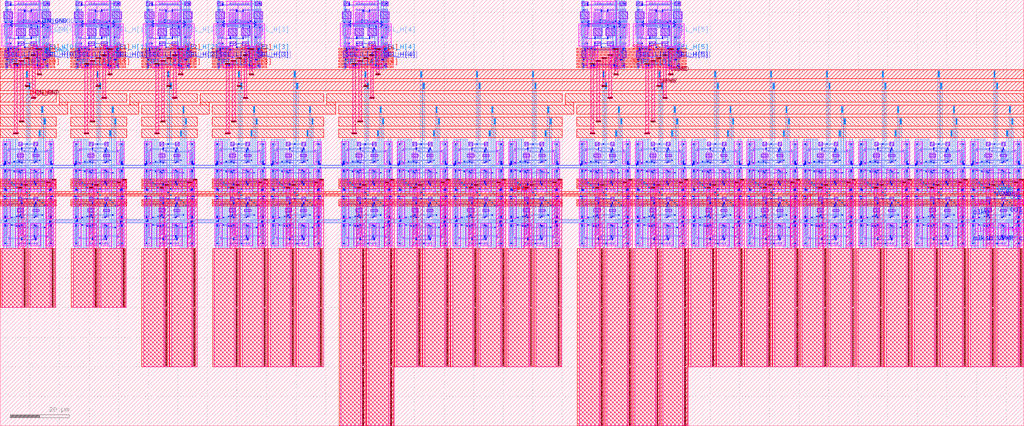
<source format=lef>
VERSION 5.7 ;
  NOWIREEXTENSIONATPIN ON ;
  DIVIDERCHAR "/" ;
  BUSBITCHARS "[]" ;
MACRO DCDC_MUX
  CLASS BLOCK ;
  FOREIGN DCDC_MUX ;
  ORIGIN -0.550 -0.500 ;
  SIZE 17.200 BY 22.680 ;
  PIN VOUT_L
    ANTENNADIFFAREA 7.581000 ;
    PORT
      LAYER li1 ;
        RECT 1.715 15.955 1.965 19.485 ;
        RECT 2.575 15.955 2.825 19.485 ;
        RECT 3.435 15.955 3.685 19.485 ;
        RECT 1.715 11.755 1.965 15.285 ;
        RECT 2.575 11.755 2.825 15.285 ;
        RECT 3.435 11.755 3.685 15.285 ;
        RECT 5.155 14.695 5.405 15.285 ;
        RECT 5.585 11.755 5.835 15.285 ;
        RECT 6.445 11.755 6.695 15.285 ;
        RECT 7.305 11.755 7.555 15.285 ;
        RECT 8.165 11.755 8.415 15.285 ;
        RECT 8.595 14.275 8.845 14.865 ;
        RECT 10.315 11.755 10.565 15.285 ;
        RECT 11.175 11.755 11.425 15.285 ;
        RECT 12.035 11.755 12.285 15.285 ;
      LAYER mcon ;
        RECT 1.755 15.955 1.925 16.125 ;
        RECT 2.615 15.955 2.785 16.125 ;
        RECT 3.475 15.955 3.645 16.125 ;
        RECT 1.755 15.115 1.925 15.285 ;
        RECT 2.615 15.115 2.785 15.285 ;
        RECT 3.475 15.115 3.645 15.285 ;
        RECT 5.195 15.115 5.365 15.285 ;
        RECT 5.195 14.695 5.365 14.865 ;
        RECT 5.625 14.695 5.795 14.865 ;
        RECT 6.485 14.695 6.655 14.865 ;
        RECT 7.345 14.695 7.515 14.865 ;
        RECT 10.355 15.115 10.525 15.285 ;
        RECT 8.205 14.695 8.375 14.865 ;
        RECT 8.635 14.695 8.805 14.865 ;
        RECT 8.635 14.275 8.805 14.445 ;
        RECT 11.215 15.115 11.385 15.285 ;
        RECT 12.075 15.115 12.245 15.285 ;
      LAYER met1 ;
        RECT 1.670 15.900 3.730 16.180 ;
        RECT 1.670 15.060 5.450 15.340 ;
        RECT 10.270 15.060 12.330 15.340 ;
        RECT 5.110 14.640 8.890 14.920 ;
        RECT 8.550 14.220 10.600 14.500 ;
      LAYER via ;
        RECT 1.710 15.910 1.970 16.170 ;
        RECT 3.430 15.910 3.690 16.170 ;
        RECT 3.430 15.070 3.690 15.330 ;
        RECT 10.310 15.070 10.570 15.330 ;
        RECT 10.310 14.230 10.570 14.490 ;
      LAYER met2 ;
        RECT 1.700 0.000 1.980 23.700 ;
        RECT 3.420 15.040 3.700 16.200 ;
        RECT 10.300 14.200 10.580 15.360 ;
      LAYER via2 ;
        RECT 1.700 1.860 1.980 2.140 ;
      LAYER met3 ;
        RECT 0.000 1.750 18.500 2.250 ;
    END
  END VOUT_L
  PIN SEL_H
    ANTENNAGATEAREA 3.780000 ;
    PORT
      LAYER li1 ;
        RECT 14.615 10.495 14.865 11.505 ;
        RECT 15.475 10.495 15.725 11.505 ;
        RECT 16.335 10.495 16.585 11.505 ;
        RECT 12.465 2.935 12.715 3.945 ;
        RECT 13.325 2.935 13.575 3.945 ;
        RECT 15.905 2.935 16.155 3.945 ;
      LAYER mcon ;
        RECT 14.655 10.915 14.825 11.085 ;
        RECT 15.515 10.915 15.685 11.085 ;
        RECT 16.375 10.915 16.545 11.085 ;
        RECT 12.505 3.355 12.675 3.525 ;
        RECT 13.365 3.355 13.535 3.525 ;
        RECT 15.945 3.355 16.115 3.525 ;
      LAYER met1 ;
        RECT 14.570 10.860 16.630 11.140 ;
        RECT 12.420 3.300 16.200 3.580 ;
      LAYER via ;
        RECT 14.610 10.870 14.870 11.130 ;
        RECT 14.610 3.310 14.870 3.570 ;
        RECT 15.040 3.310 15.300 3.570 ;
      LAYER met2 ;
        RECT 14.600 3.280 14.880 11.160 ;
        RECT 15.030 0.000 15.310 23.700 ;
      LAYER via2 ;
        RECT 15.030 5.860 15.310 6.140 ;
      LAYER met3 ;
        RECT 0.000 5.750 18.500 6.250 ;
    END
  END SEL_H
  PIN SEL_L
    ANTENNAGATEAREA 3.780000 ;
    PORT
      LAYER li1 ;
        RECT 1.715 19.735 1.965 20.745 ;
        RECT 2.575 19.735 2.825 20.745 ;
        RECT 3.435 19.735 3.685 20.745 ;
        RECT 2.145 2.935 2.395 3.945 ;
        RECT 4.725 2.935 4.975 3.945 ;
        RECT 5.585 2.935 5.835 3.945 ;
      LAYER mcon ;
        RECT 1.755 20.155 1.925 20.325 ;
        RECT 2.615 20.155 2.785 20.325 ;
        RECT 3.475 20.155 3.645 20.325 ;
        RECT 2.185 3.355 2.355 3.525 ;
        RECT 4.765 3.355 4.935 3.525 ;
        RECT 5.625 3.355 5.795 3.525 ;
      LAYER met1 ;
        RECT 1.670 20.100 3.730 20.380 ;
        RECT 2.100 3.300 5.880 3.580 ;
      LAYER via ;
        RECT 2.140 20.110 2.400 20.370 ;
        RECT 2.140 3.310 2.400 3.570 ;
      LAYER met2 ;
        RECT 2.135 20.400 2.415 23.700 ;
        RECT 2.130 3.280 2.415 20.400 ;
        RECT 2.135 0.000 2.415 3.280 ;
      LAYER via2 ;
        RECT 2.135 0.860 2.415 1.140 ;
      LAYER met3 ;
        RECT 0.000 0.750 18.500 1.250 ;
    END
  END SEL_L
  PIN VGND
    USE GROUND ;
    PORT
      LAYER pwell ;
        RECT 1.625 21.650 3.775 23.030 ;
        RECT 14.525 21.650 16.675 23.030 ;
        RECT 5.925 8.210 8.075 9.590 ;
        RECT 10.225 8.210 12.375 9.590 ;
        RECT 2.055 0.650 2.485 2.030 ;
        RECT 15.815 0.650 16.245 2.030 ;
      LAYER li1 ;
        RECT 1.715 21.835 1.965 22.845 ;
        RECT 2.575 21.835 2.825 22.845 ;
        RECT 3.435 21.835 3.685 22.845 ;
        RECT 12.895 21.835 13.145 22.425 ;
        RECT 14.615 21.835 14.865 22.845 ;
        RECT 15.475 21.835 15.725 22.845 ;
        RECT 16.335 21.835 16.585 22.845 ;
        RECT 6.015 11.755 6.265 15.285 ;
        RECT 6.875 11.755 7.125 15.285 ;
        RECT 7.735 11.755 7.985 15.285 ;
        RECT 9.455 14.695 9.705 15.285 ;
        RECT 9.885 11.755 10.135 15.285 ;
        RECT 10.745 11.755 10.995 15.285 ;
        RECT 11.605 11.755 11.855 15.285 ;
        RECT 12.465 11.755 12.715 15.285 ;
        RECT 6.015 8.395 6.265 9.405 ;
        RECT 6.875 8.395 7.125 9.405 ;
        RECT 7.735 8.395 7.985 9.405 ;
        RECT 10.315 8.395 10.565 9.405 ;
        RECT 11.175 8.395 11.425 9.405 ;
        RECT 12.035 8.395 12.285 9.405 ;
        RECT 1.715 4.195 1.965 7.725 ;
        RECT 2.575 4.195 2.825 7.725 ;
        RECT 2.145 0.835 2.395 1.845 ;
        RECT 3.005 1.255 3.255 6.885 ;
        RECT 15.475 4.195 15.725 7.725 ;
        RECT 16.335 4.195 16.585 7.725 ;
        RECT 15.905 0.835 16.155 1.845 ;
      LAYER mcon ;
        RECT 1.755 22.255 1.925 22.425 ;
        RECT 2.615 22.255 2.785 22.425 ;
        RECT 3.475 22.255 3.645 22.425 ;
        RECT 12.935 22.255 13.105 22.425 ;
        RECT 12.935 21.835 13.105 22.005 ;
        RECT 14.655 22.255 14.825 22.425 ;
        RECT 15.515 22.255 15.685 22.425 ;
        RECT 16.375 22.255 16.545 22.425 ;
        RECT 6.055 15.115 6.225 15.285 ;
        RECT 6.915 15.115 7.085 15.285 ;
        RECT 7.775 15.115 7.945 15.285 ;
        RECT 9.495 15.115 9.665 15.285 ;
        RECT 9.495 14.695 9.665 14.865 ;
        RECT 9.925 14.695 10.095 14.865 ;
        RECT 10.785 14.695 10.955 14.865 ;
        RECT 11.645 14.695 11.815 14.865 ;
        RECT 12.505 14.695 12.675 14.865 ;
        RECT 6.055 8.815 6.225 8.985 ;
        RECT 6.915 8.815 7.085 8.985 ;
        RECT 7.775 8.815 7.945 8.985 ;
        RECT 10.355 8.815 10.525 8.985 ;
        RECT 11.215 8.815 11.385 8.985 ;
        RECT 12.075 8.815 12.245 8.985 ;
        RECT 1.755 7.135 1.925 7.305 ;
        RECT 2.615 7.135 2.785 7.305 ;
        RECT 15.515 7.135 15.685 7.305 ;
        RECT 3.045 6.715 3.215 6.885 ;
        RECT 2.185 1.255 2.355 1.425 ;
        RECT 16.375 7.135 16.545 7.305 ;
        RECT 3.045 1.255 3.215 1.425 ;
        RECT 15.945 1.255 16.115 1.425 ;
      LAYER met1 ;
        RECT 1.670 22.200 3.730 22.480 ;
        RECT 12.850 22.200 16.630 22.480 ;
        RECT 3.400 21.780 13.190 22.060 ;
        RECT 5.970 15.060 9.750 15.340 ;
        RECT 9.410 14.640 12.760 14.920 ;
        RECT 12.430 14.220 16.190 14.500 ;
        RECT 5.970 8.760 12.330 9.040 ;
        RECT 1.670 7.080 2.870 7.360 ;
        RECT 15.430 7.080 16.630 7.360 ;
        RECT 2.540 6.660 15.760 6.940 ;
        RECT 2.100 1.200 3.300 1.480 ;
        RECT 15.000 1.200 16.200 1.480 ;
      LAYER via ;
        RECT 3.430 22.210 3.690 22.470 ;
        RECT 15.900 22.210 16.160 22.470 ;
        RECT 3.430 21.790 3.690 22.050 ;
        RECT 12.460 14.650 12.720 14.910 ;
        RECT 12.460 14.230 12.720 14.490 ;
        RECT 15.900 14.230 16.160 14.490 ;
        RECT 6.010 8.770 6.270 9.030 ;
        RECT 2.570 7.090 2.830 7.350 ;
        RECT 15.470 7.090 15.730 7.350 ;
        RECT 15.900 7.090 16.160 7.350 ;
        RECT 2.570 6.670 2.830 6.930 ;
        RECT 6.010 6.670 6.270 6.930 ;
        RECT 15.470 6.670 15.730 6.930 ;
        RECT 15.470 1.210 15.730 1.470 ;
      LAYER met2 ;
        RECT 3.420 21.760 3.700 22.500 ;
        RECT 12.450 14.200 12.730 14.940 ;
        RECT 2.560 6.640 2.840 7.380 ;
        RECT 6.000 6.640 6.280 9.060 ;
        RECT 15.460 1.180 15.740 7.380 ;
        RECT 15.890 0.000 16.170 23.700 ;
      LAYER via2 ;
        RECT 15.890 6.860 16.170 7.140 ;
      LAYER met3 ;
        RECT 0.000 6.750 18.500 7.250 ;
    END
  END VGND
  PIN VIN
    ANTENNADIFFAREA 9.156000 ;
    PORT
      LAYER li1 ;
        RECT 1.285 15.955 1.535 19.485 ;
        RECT 2.145 15.955 2.395 19.485 ;
        RECT 3.005 15.955 3.255 19.485 ;
        RECT 3.865 15.955 4.115 19.485 ;
        RECT 14.185 15.955 14.435 19.485 ;
        RECT 15.045 15.955 15.295 19.485 ;
        RECT 15.905 15.955 16.155 19.485 ;
        RECT 16.765 15.955 17.015 19.485 ;
        RECT 1.285 11.755 1.535 15.285 ;
        RECT 2.145 11.755 2.395 15.285 ;
        RECT 3.005 11.755 3.255 15.285 ;
        RECT 3.865 11.755 4.115 15.285 ;
        RECT 14.185 11.755 14.435 15.285 ;
        RECT 15.045 11.755 15.295 15.285 ;
        RECT 15.905 11.755 16.155 15.285 ;
        RECT 16.765 11.755 17.015 15.285 ;
      LAYER mcon ;
        RECT 1.325 16.375 1.495 16.545 ;
        RECT 2.185 16.375 2.355 16.545 ;
        RECT 3.045 16.375 3.215 16.545 ;
        RECT 3.905 16.375 4.075 16.545 ;
        RECT 14.225 16.375 14.395 16.545 ;
        RECT 15.085 16.375 15.255 16.545 ;
        RECT 15.945 16.375 16.115 16.545 ;
        RECT 16.805 16.375 16.975 16.545 ;
        RECT 1.325 14.695 1.495 14.865 ;
        RECT 2.185 14.695 2.355 14.865 ;
        RECT 3.045 14.695 3.215 14.865 ;
        RECT 3.905 14.695 4.075 14.865 ;
        RECT 14.225 14.695 14.395 14.865 ;
        RECT 15.085 14.695 15.255 14.865 ;
        RECT 15.945 14.695 16.115 14.865 ;
        RECT 16.805 14.695 16.975 14.865 ;
      LAYER met1 ;
        RECT 1.240 16.320 4.160 16.600 ;
        RECT 14.140 16.320 17.060 16.600 ;
        RECT 3.830 15.480 14.470 15.760 ;
        RECT 1.240 14.640 4.160 14.920 ;
        RECT 14.140 14.640 17.060 14.920 ;
      LAYER via ;
        RECT 3.860 16.330 4.120 16.590 ;
        RECT 14.180 16.330 14.440 16.590 ;
        RECT 3.860 15.490 4.120 15.750 ;
        RECT 14.180 15.490 14.440 15.750 ;
        RECT 3.860 14.650 4.120 14.910 ;
        RECT 14.180 14.650 14.440 14.910 ;
      LAYER met2 ;
        RECT 3.850 14.620 4.130 16.620 ;
        RECT 14.170 0.000 14.450 23.700 ;
      LAYER via2 ;
        RECT 14.170 4.860 14.450 5.140 ;
      LAYER met3 ;
        RECT 0.000 4.750 18.500 5.250 ;
    END
  END VIN
  PIN VOUT_H
    ANTENNADIFFAREA 7.581000 ;
    PORT
      LAYER li1 ;
        RECT 6.015 15.955 6.265 19.485 ;
        RECT 6.875 15.955 7.125 19.485 ;
        RECT 7.735 15.955 7.985 19.485 ;
        RECT 9.455 16.375 9.705 16.965 ;
        RECT 9.885 15.955 10.135 19.485 ;
        RECT 10.745 15.955 10.995 19.485 ;
        RECT 11.605 15.955 11.855 19.485 ;
        RECT 12.465 15.955 12.715 19.485 ;
        RECT 13.325 15.955 13.575 16.545 ;
        RECT 14.615 15.955 14.865 19.485 ;
        RECT 15.475 15.955 15.725 19.485 ;
        RECT 16.335 15.955 16.585 19.485 ;
        RECT 14.615 11.755 14.865 15.285 ;
        RECT 15.475 11.755 15.725 15.285 ;
        RECT 16.335 11.755 16.585 15.285 ;
      LAYER mcon ;
        RECT 6.055 15.955 6.225 16.125 ;
        RECT 6.915 15.955 7.085 16.125 ;
        RECT 9.495 16.795 9.665 16.965 ;
        RECT 9.495 16.375 9.665 16.545 ;
        RECT 9.925 16.375 10.095 16.545 ;
        RECT 7.775 15.955 7.945 16.125 ;
        RECT 10.785 16.375 10.955 16.545 ;
        RECT 11.645 16.375 11.815 16.545 ;
        RECT 12.505 16.375 12.675 16.545 ;
        RECT 13.365 16.375 13.535 16.545 ;
        RECT 13.365 15.955 13.535 16.125 ;
        RECT 14.655 15.955 14.825 16.125 ;
        RECT 15.515 15.955 15.685 16.125 ;
        RECT 16.375 15.955 16.545 16.125 ;
        RECT 14.655 15.115 14.825 15.285 ;
        RECT 15.515 15.115 15.685 15.285 ;
        RECT 16.375 15.115 16.545 15.285 ;
      LAYER met1 ;
        RECT 7.700 16.740 9.750 17.020 ;
        RECT 9.410 16.320 13.620 16.600 ;
        RECT 5.970 15.900 8.030 16.180 ;
        RECT 13.280 15.900 16.630 16.180 ;
        RECT 14.570 15.060 16.630 15.340 ;
      LAYER via ;
        RECT 7.730 16.750 7.990 17.010 ;
        RECT 12.890 16.330 13.150 16.590 ;
        RECT 7.730 15.910 7.990 16.170 ;
        RECT 14.610 15.910 14.870 16.170 ;
        RECT 14.610 15.070 14.870 15.330 ;
      LAYER met2 ;
        RECT 7.720 15.880 8.000 17.040 ;
        RECT 12.880 0.000 13.160 23.700 ;
        RECT 14.600 15.040 14.880 16.200 ;
      LAYER via2 ;
        RECT 12.880 2.860 13.160 3.140 ;
      LAYER met3 ;
        RECT 0.000 2.750 18.500 3.250 ;
    END
  END VOUT_H
  PIN VPWR
    USE POWER ;
    PORT
      LAYER nwell ;
        RECT 4.850 15.620 13.450 23.180 ;
        RECT 0.550 8.060 4.850 15.620 ;
        RECT 13.450 8.060 17.750 15.620 ;
        RECT 3.560 0.500 7.000 8.060 ;
        RECT 11.300 0.500 14.740 8.060 ;
      LAYER li1 ;
        RECT 6.015 21.835 6.265 22.845 ;
        RECT 6.875 21.835 7.125 22.845 ;
        RECT 7.735 21.835 7.985 22.845 ;
        RECT 5.585 15.955 5.835 19.485 ;
        RECT 6.445 15.955 6.695 19.485 ;
        RECT 7.305 15.955 7.555 19.485 ;
        RECT 8.165 15.955 8.415 19.485 ;
        RECT 8.595 15.955 8.845 22.425 ;
        RECT 10.315 21.835 10.565 22.845 ;
        RECT 11.175 21.835 11.425 22.845 ;
        RECT 12.035 21.835 12.285 22.845 ;
        RECT 10.315 15.955 10.565 19.485 ;
        RECT 11.175 15.955 11.425 19.485 ;
        RECT 12.035 15.955 12.285 19.485 ;
        RECT 1.715 8.395 1.965 9.405 ;
        RECT 2.575 8.395 2.825 9.405 ;
        RECT 3.435 8.395 3.685 9.405 ;
        RECT 4.295 4.195 4.545 7.725 ;
        RECT 5.155 4.195 5.405 7.725 ;
        RECT 6.015 4.195 6.265 7.725 ;
        RECT 12.035 4.195 12.285 7.725 ;
        RECT 12.895 4.195 13.145 7.725 ;
        RECT 13.755 4.195 14.005 7.725 ;
        RECT 14.185 7.135 14.435 8.985 ;
        RECT 14.615 8.395 14.865 9.405 ;
        RECT 15.475 8.395 15.725 9.405 ;
        RECT 16.335 8.395 16.585 9.405 ;
        RECT 4.725 0.835 4.975 1.845 ;
        RECT 5.585 0.835 5.835 1.845 ;
        RECT 12.465 0.835 12.715 1.845 ;
        RECT 13.325 0.835 13.575 1.845 ;
      LAYER mcon ;
        RECT 6.055 22.255 6.225 22.425 ;
        RECT 6.915 22.255 7.085 22.425 ;
        RECT 7.775 22.255 7.945 22.425 ;
        RECT 8.635 22.255 8.805 22.425 ;
        RECT 5.625 16.375 5.795 16.545 ;
        RECT 6.485 16.375 6.655 16.545 ;
        RECT 7.345 16.375 7.515 16.545 ;
        RECT 8.205 16.375 8.375 16.545 ;
        RECT 10.355 22.255 10.525 22.425 ;
        RECT 11.215 22.255 11.385 22.425 ;
        RECT 12.075 22.255 12.245 22.425 ;
        RECT 8.635 16.375 8.805 16.545 ;
        RECT 8.635 15.955 8.805 16.125 ;
        RECT 10.355 15.955 10.525 16.125 ;
        RECT 11.215 15.955 11.385 16.125 ;
        RECT 12.075 15.955 12.245 16.125 ;
        RECT 1.755 8.815 1.925 8.985 ;
        RECT 2.615 8.815 2.785 8.985 ;
        RECT 3.475 8.815 3.645 8.985 ;
        RECT 14.225 8.815 14.395 8.985 ;
        RECT 4.335 7.135 4.505 7.305 ;
        RECT 5.195 7.135 5.365 7.305 ;
        RECT 6.055 7.135 6.225 7.305 ;
        RECT 12.075 7.135 12.245 7.305 ;
        RECT 12.935 7.135 13.105 7.305 ;
        RECT 13.795 7.135 13.965 7.305 ;
        RECT 14.655 8.815 14.825 8.985 ;
        RECT 15.515 8.815 15.685 8.985 ;
        RECT 16.375 8.815 16.545 8.985 ;
        RECT 14.225 7.135 14.395 7.305 ;
        RECT 4.765 1.255 4.935 1.425 ;
        RECT 5.625 1.255 5.795 1.425 ;
        RECT 12.505 1.255 12.675 1.425 ;
        RECT 13.365 1.255 13.535 1.425 ;
      LAYER met1 ;
        RECT 5.970 22.200 12.330 22.480 ;
        RECT 5.540 16.320 8.890 16.600 ;
        RECT 8.550 15.900 12.330 16.180 ;
        RECT 1.670 8.760 3.730 9.040 ;
        RECT 14.140 8.760 16.630 9.040 ;
        RECT 3.400 7.080 6.310 7.360 ;
        RECT 11.990 7.080 14.480 7.360 ;
        RECT 5.550 1.620 12.750 1.900 ;
        RECT 4.680 1.200 5.880 1.480 ;
        RECT 12.420 1.200 13.620 1.480 ;
      LAYER via ;
        RECT 12.030 15.910 12.290 16.170 ;
        RECT 3.430 8.770 3.690 9.030 ;
        RECT 3.430 7.090 3.690 7.350 ;
        RECT 4.720 7.090 4.980 7.350 ;
        RECT 12.030 7.090 12.290 7.350 ;
        RECT 12.460 7.090 12.720 7.350 ;
        RECT 5.580 1.630 5.840 1.890 ;
        RECT 12.460 1.630 12.720 1.890 ;
        RECT 4.720 1.210 4.980 1.470 ;
        RECT 5.580 1.210 5.840 1.470 ;
        RECT 12.460 1.210 12.720 1.470 ;
        RECT 13.320 1.210 13.580 1.470 ;
      LAYER met2 ;
        RECT 3.420 7.060 3.700 9.060 ;
        RECT 4.710 1.180 4.990 7.380 ;
        RECT 12.020 7.060 12.300 16.200 ;
        RECT 5.570 1.180 5.850 1.920 ;
        RECT 12.450 1.180 12.730 7.380 ;
        RECT 13.310 0.000 13.590 23.700 ;
      LAYER via2 ;
        RECT 13.310 3.860 13.590 4.140 ;
      LAYER met3 ;
        RECT 0.000 3.750 18.500 4.250 ;
    END
  END VPWR
  OBS
      LAYER pwell ;
        RECT 1.155 17.275 4.245 19.635 ;
        RECT 14.055 17.275 17.145 19.635 ;
        RECT 5.455 11.605 8.545 13.965 ;
        RECT 9.755 11.605 12.845 13.965 ;
        RECT 1.585 4.045 2.955 6.405 ;
        RECT 15.345 4.045 16.715 6.405 ;
      LAYER li1 ;
        RECT 6.015 19.735 6.265 20.745 ;
        RECT 6.875 19.735 7.125 20.745 ;
        RECT 7.735 19.735 7.985 20.745 ;
        RECT 10.315 19.735 10.565 20.745 ;
        RECT 11.175 19.735 11.425 20.745 ;
        RECT 12.035 19.735 12.285 20.745 ;
        RECT 14.615 19.735 14.865 20.745 ;
        RECT 15.475 19.735 15.725 20.745 ;
        RECT 16.335 19.735 16.585 20.745 ;
        RECT 1.715 10.495 1.965 11.505 ;
        RECT 2.575 10.495 2.825 11.505 ;
        RECT 2.145 4.195 2.395 7.725 ;
        RECT 3.005 7.555 3.255 11.085 ;
        RECT 3.435 10.495 3.685 11.505 ;
        RECT 6.015 10.495 6.265 11.505 ;
        RECT 6.875 10.495 7.125 11.505 ;
        RECT 7.735 10.495 7.985 11.505 ;
        RECT 10.315 10.495 10.565 11.505 ;
        RECT 11.175 10.495 11.425 11.505 ;
        RECT 12.035 10.495 12.285 11.505 ;
        RECT 4.725 4.195 4.975 7.725 ;
        RECT 5.585 4.195 5.835 7.725 ;
        RECT 12.465 4.195 12.715 7.725 ;
        RECT 13.325 4.195 13.575 7.725 ;
        RECT 15.905 4.195 16.155 7.725 ;
      LAYER mcon ;
        RECT 6.055 20.155 6.225 20.325 ;
        RECT 6.915 20.155 7.085 20.325 ;
        RECT 7.775 20.155 7.945 20.325 ;
        RECT 10.355 20.155 10.525 20.325 ;
        RECT 11.215 20.155 11.385 20.325 ;
        RECT 12.075 20.155 12.245 20.325 ;
        RECT 14.655 20.155 14.825 20.325 ;
        RECT 15.515 20.155 15.685 20.325 ;
        RECT 16.375 20.155 16.545 20.325 ;
        RECT 1.755 10.915 1.925 11.085 ;
        RECT 2.615 10.915 2.785 11.085 ;
        RECT 3.045 10.915 3.215 11.085 ;
        RECT 3.045 10.495 3.215 10.665 ;
        RECT 3.475 10.915 3.645 11.085 ;
        RECT 6.055 10.915 6.225 11.085 ;
        RECT 6.915 10.915 7.085 11.085 ;
        RECT 7.775 10.915 7.945 11.085 ;
        RECT 10.355 10.915 10.525 11.085 ;
        RECT 11.215 10.915 11.385 11.085 ;
        RECT 12.075 10.915 12.245 11.085 ;
        RECT 2.185 7.555 2.355 7.725 ;
        RECT 3.045 7.555 3.215 7.725 ;
        RECT 4.765 7.555 4.935 7.725 ;
        RECT 5.625 7.555 5.795 7.725 ;
        RECT 12.505 7.555 12.675 7.725 ;
        RECT 13.365 7.555 13.535 7.725 ;
        RECT 15.945 7.555 16.115 7.725 ;
      LAYER met1 ;
        RECT 5.970 20.100 8.450 20.380 ;
        RECT 10.270 20.100 16.630 20.380 ;
        RECT 8.130 19.680 10.600 19.960 ;
        RECT 1.670 10.860 3.730 11.140 ;
        RECT 5.970 10.860 8.030 11.140 ;
        RECT 10.270 10.860 12.330 11.140 ;
        RECT 2.960 10.440 10.600 10.720 ;
        RECT 2.100 7.500 5.880 7.780 ;
        RECT 8.130 7.500 16.200 7.780 ;
      LAYER via ;
        RECT 8.160 20.110 8.420 20.370 ;
        RECT 10.310 20.110 10.570 20.370 ;
        RECT 8.160 19.690 8.420 19.950 ;
        RECT 10.310 19.690 10.570 19.950 ;
        RECT 6.010 10.870 6.270 11.130 ;
        RECT 10.310 10.870 10.570 11.130 ;
        RECT 6.010 10.450 6.270 10.710 ;
        RECT 10.310 10.450 10.570 10.710 ;
        RECT 8.160 7.510 8.420 7.770 ;
      LAYER met2 ;
        RECT 6.000 10.420 6.280 11.160 ;
        RECT 8.150 7.480 8.430 20.400 ;
        RECT 10.300 19.660 10.580 20.400 ;
        RECT 10.300 10.420 10.580 11.160 ;
  END
END DCDC_MUX
MACRO DCDC_MUX_adapter
  CLASS BLOCK ;
  FOREIGN DCDC_MUX_adapter ;
  ORIGIN -4.450 21.740 ;
  SIZE 9.600 BY 28.980 ;
  OBS
      LAYER met3 ;
        RECT 12.450 6.840 14.050 7.160 ;
        RECT 10.450 4.840 12.050 5.160 ;
        RECT 8.450 3.840 10.050 4.160 ;
        RECT 6.450 2.840 8.050 3.160 ;
        RECT 4.450 1.840 6.050 2.160 ;
        RECT 12.450 -1.660 14.050 -1.340 ;
        RECT 8.450 -5.660 10.050 -5.340 ;
        RECT 10.450 -9.660 12.050 -9.340 ;
        RECT 6.450 -17.660 8.050 -17.340 ;
        RECT 4.450 -21.660 6.050 -21.340 ;
      LAYER via3 ;
        RECT 12.490 6.840 12.810 7.160 ;
        RECT 12.890 6.840 13.210 7.160 ;
        RECT 13.290 6.840 13.610 7.160 ;
        RECT 13.690 6.840 14.010 7.160 ;
        RECT 10.490 4.840 10.810 5.160 ;
        RECT 10.890 4.840 11.210 5.160 ;
        RECT 11.290 4.840 11.610 5.160 ;
        RECT 11.690 4.840 12.010 5.160 ;
        RECT 8.490 3.840 8.810 4.160 ;
        RECT 8.890 3.840 9.210 4.160 ;
        RECT 9.290 3.840 9.610 4.160 ;
        RECT 9.690 3.840 10.010 4.160 ;
        RECT 6.490 2.840 6.810 3.160 ;
        RECT 6.890 2.840 7.210 3.160 ;
        RECT 7.290 2.840 7.610 3.160 ;
        RECT 7.690 2.840 8.010 3.160 ;
        RECT 4.490 1.840 4.810 2.160 ;
        RECT 4.890 1.840 5.210 2.160 ;
        RECT 5.290 1.840 5.610 2.160 ;
        RECT 5.690 1.840 6.010 2.160 ;
        RECT 12.490 -1.660 12.810 -1.340 ;
        RECT 12.890 -1.660 13.210 -1.340 ;
        RECT 13.290 -1.660 13.610 -1.340 ;
        RECT 13.690 -1.660 14.010 -1.340 ;
        RECT 8.490 -5.660 8.810 -5.340 ;
        RECT 8.890 -5.660 9.210 -5.340 ;
        RECT 9.290 -5.660 9.610 -5.340 ;
        RECT 9.690 -5.660 10.010 -5.340 ;
        RECT 10.490 -9.660 10.810 -9.340 ;
        RECT 10.890 -9.660 11.210 -9.340 ;
        RECT 11.290 -9.660 11.610 -9.340 ;
        RECT 11.690 -9.660 12.010 -9.340 ;
        RECT 6.490 -17.660 6.810 -17.340 ;
        RECT 6.890 -17.660 7.210 -17.340 ;
        RECT 7.290 -17.660 7.610 -17.340 ;
        RECT 7.690 -17.660 8.010 -17.340 ;
        RECT 4.490 -21.660 4.810 -21.340 ;
        RECT 4.890 -21.660 5.210 -21.340 ;
        RECT 5.290 -21.660 5.610 -21.340 ;
        RECT 5.690 -21.660 6.010 -21.340 ;
      LAYER met4 ;
        RECT 12.450 6.760 14.050 7.240 ;
        RECT 10.450 4.760 12.050 5.240 ;
        RECT 8.450 3.760 10.050 4.240 ;
        RECT 6.450 2.760 8.050 3.240 ;
        RECT 4.450 1.760 6.050 2.240 ;
        RECT 4.750 -21.260 5.750 1.760 ;
        RECT 6.750 -17.260 7.750 2.760 ;
        RECT 8.750 -5.260 9.750 3.760 ;
        RECT 8.450 -5.740 10.050 -5.260 ;
        RECT 10.750 -9.260 11.750 4.760 ;
        RECT 12.750 -1.260 13.750 6.760 ;
        RECT 12.450 -1.740 14.050 -1.260 ;
        RECT 10.450 -9.740 12.050 -9.260 ;
        RECT 6.450 -17.740 8.050 -17.260 ;
        RECT 4.450 -21.740 6.050 -21.260 ;
  END
END DCDC_MUX_adapter
MACRO DCDC_CONV2TO1_adapter
  CLASS BLOCK ;
  FOREIGN DCDC_CONV2TO1_adapter ;
  ORIGIN 0.000 0.000 ;
  SIZE 18.880 BY 23.500 ;
  OBS
      LAYER met2 ;
        RECT 8.730 0.000 9.290 23.500 ;
        RECT 9.590 0.000 10.150 19.500 ;
        RECT 13.030 0.000 13.590 3.500 ;
        RECT 13.890 0.000 14.450 11.500 ;
        RECT 14.750 0.000 15.310 7.500 ;
      LAYER via2 ;
        RECT 8.870 22.660 9.150 22.940 ;
        RECT 8.870 22.260 9.150 22.540 ;
        RECT 8.870 21.860 9.150 22.140 ;
        RECT 8.870 21.460 9.150 21.740 ;
        RECT 8.870 21.060 9.150 21.340 ;
        RECT 9.730 18.660 10.010 18.940 ;
        RECT 9.730 18.260 10.010 18.540 ;
        RECT 9.730 17.860 10.010 18.140 ;
        RECT 9.730 17.460 10.010 17.740 ;
        RECT 9.730 17.060 10.010 17.340 ;
        RECT 14.030 10.680 14.310 10.960 ;
        RECT 14.030 10.280 14.310 10.560 ;
        RECT 14.030 9.880 14.310 10.160 ;
        RECT 14.030 9.480 14.310 9.760 ;
        RECT 14.030 9.080 14.310 9.360 ;
        RECT 13.170 2.660 13.450 2.940 ;
        RECT 13.170 2.260 13.450 2.540 ;
        RECT 13.170 1.860 13.450 2.140 ;
        RECT 13.170 1.460 13.450 1.740 ;
        RECT 13.170 1.060 13.450 1.340 ;
        RECT 14.890 6.660 15.170 6.940 ;
        RECT 14.890 6.260 15.170 6.540 ;
        RECT 14.890 5.860 15.170 6.140 ;
        RECT 14.890 5.460 15.170 5.740 ;
        RECT 14.890 5.060 15.170 5.340 ;
      LAYER met3 ;
        RECT 0.000 20.500 18.880 23.500 ;
        RECT 0.000 16.500 18.880 19.500 ;
        RECT 0.000 12.500 18.880 15.500 ;
        RECT 0.000 8.500 18.880 11.500 ;
        RECT 0.000 4.500 18.880 7.500 ;
        RECT 0.000 0.500 18.880 3.500 ;
  END
END DCDC_CONV2TO1_adapter
MACRO inter_stage_vbus
  CLASS BLOCK ;
  FOREIGN inter_stage_vbus ;
  ORIGIN 0.000 0.000 ;
  SIZE 5.000 BY 23.500 ;
  OBS
      LAYER met3 ;
        RECT 0.000 20.500 5.000 23.500 ;
        RECT 0.000 16.500 5.000 19.500 ;
        RECT 1.000 12.500 5.000 15.500 ;
        RECT 1.000 11.500 4.000 12.500 ;
        RECT 0.000 8.500 4.000 11.500 ;
  END
END inter_stage_vbus
MACRO DCDC_CAP_UNIT_adapter_1
  CLASS BLOCK ;
  FOREIGN DCDC_CAP_UNIT_adapter_1 ;
  ORIGIN 0.000 0.000 ;
  SIZE 8.495 BY 20.000 ;
  OBS
      LAYER met3 ;
        RECT 7.900 23.090 9.100 23.410 ;
        RECT 6.100 22.230 7.300 22.550 ;
      LAYER via3 ;
        RECT 7.940 23.090 8.260 23.410 ;
        RECT 8.340 23.090 8.660 23.410 ;
        RECT 8.740 23.090 9.060 23.410 ;
        RECT 6.140 22.230 6.460 22.550 ;
        RECT 6.540 22.230 6.860 22.550 ;
        RECT 6.940 22.230 7.260 22.550 ;
      LAYER met4 ;
        RECT 6.000 0.000 7.400 22.630 ;
        RECT 7.800 0.000 9.200 23.490 ;
  END
END DCDC_CAP_UNIT_adapter_1
MACRO inter_stage
  CLASS BLOCK ;
  FOREIGN inter_stage ;
  ORIGIN 0.000 0.000 ;
  SIZE 5.000 BY 36.960 ;
  OBS
      LAYER met1 ;
        RECT 0.000 28.000 5.000 28.280 ;
        RECT 0.000 27.160 5.000 27.440 ;
        RECT 0.000 9.520 5.000 9.800 ;
        RECT 0.000 8.680 5.000 8.960 ;
      LAYER met3 ;
        RECT 0.000 18.630 5.000 19.190 ;
        RECT 0.000 17.770 5.000 18.330 ;
  END
END inter_stage
MACRO DCDC_CAP_UNIT_adapter_0
  CLASS BLOCK ;
  FOREIGN DCDC_CAP_UNIT_adapter_0 ;
  ORIGIN 0.000 0.000 ;
  SIZE 8.495 BY 20.000 ;
  OBS
      LAYER met3 ;
        RECT 7.900 21.370 9.100 21.690 ;
        RECT 6.100 20.510 7.300 20.830 ;
      LAYER via3 ;
        RECT 7.940 21.370 8.260 21.690 ;
        RECT 8.340 21.370 8.660 21.690 ;
        RECT 8.740 21.370 9.060 21.690 ;
        RECT 6.140 20.510 6.460 20.830 ;
        RECT 6.540 20.510 6.860 20.830 ;
        RECT 6.940 20.510 7.260 20.830 ;
      LAYER met4 ;
        RECT 6.000 0.000 7.400 20.910 ;
        RECT 7.800 0.000 9.200 21.770 ;
  END
END DCDC_CAP_UNIT_adapter_0
MACRO DCDC_CONV2TO1
  CLASS BLOCK ;
  FOREIGN DCDC_CONV2TO1 ;
  ORIGIN 0.000 0.000 ;
  SIZE 18.880 BY 36.960 ;
  PIN CLK0
    ANTENNADIFFAREA 3.782800 ;
    PORT
      LAYER nwell ;
        RECT 0.840 28.560 3.420 36.120 ;
        RECT 0.840 10.080 3.420 17.640 ;
      LAYER li1 ;
        RECT 2.005 34.775 2.255 35.785 ;
        RECT 1.575 28.895 1.825 32.425 ;
        RECT 2.005 28.895 2.255 32.425 ;
        RECT 2.435 28.895 2.685 32.425 ;
        RECT 2.005 16.295 2.255 17.305 ;
        RECT 1.575 10.415 1.825 13.945 ;
        RECT 2.005 10.415 2.255 13.945 ;
        RECT 2.435 10.415 2.685 13.945 ;
      LAYER mcon ;
        RECT 2.045 35.195 2.215 35.365 ;
        RECT 1.615 29.315 1.785 29.485 ;
        RECT 2.045 28.895 2.215 29.065 ;
        RECT 2.475 29.315 2.645 29.485 ;
        RECT 2.045 16.715 2.215 16.885 ;
        RECT 1.615 10.835 1.785 11.005 ;
        RECT 2.045 10.415 2.215 10.585 ;
        RECT 2.475 10.835 2.645 11.005 ;
      LAYER met1 ;
        RECT 1.530 35.140 2.730 35.420 ;
        RECT 1.530 29.260 2.730 29.540 ;
        RECT 1.530 28.840 2.300 29.120 ;
        RECT 1.110 28.420 1.860 28.700 ;
        RECT 0.000 28.000 18.880 28.280 ;
        RECT 1.110 17.500 1.860 17.780 ;
        RECT 1.530 16.660 2.730 16.940 ;
        RECT 1.530 10.780 2.730 11.060 ;
        RECT 1.530 10.360 2.300 10.640 ;
      LAYER via ;
        RECT 1.570 35.150 1.830 35.410 ;
        RECT 1.570 29.270 1.830 29.530 ;
        RECT 1.570 28.850 1.830 29.110 ;
        RECT 1.140 28.430 1.400 28.690 ;
        RECT 1.570 28.430 1.830 28.690 ;
        RECT 1.140 28.010 1.400 28.270 ;
        RECT 1.140 17.510 1.400 17.770 ;
        RECT 1.570 17.510 1.830 17.770 ;
        RECT 1.570 16.670 1.830 16.930 ;
        RECT 1.570 10.790 1.830 11.050 ;
        RECT 1.570 10.370 1.830 10.630 ;
      LAYER met2 ;
        RECT 1.130 0.000 1.410 36.960 ;
        RECT 1.560 28.400 1.840 35.440 ;
        RECT 1.560 10.340 1.840 17.800 ;
    END
  END CLK0
  PIN CLK0B
    ANTENNADIFFAREA 3.782800 ;
    PORT
      LAYER nwell ;
        RECT 15.460 19.320 18.040 26.880 ;
        RECT 15.460 0.840 18.040 8.400 ;
      LAYER li1 ;
        RECT 16.195 23.015 16.445 26.545 ;
        RECT 16.625 23.015 16.875 26.545 ;
        RECT 17.055 23.015 17.305 26.545 ;
        RECT 16.625 19.655 16.875 20.665 ;
        RECT 16.195 4.535 16.445 8.065 ;
        RECT 16.625 4.535 16.875 8.065 ;
        RECT 17.055 4.535 17.305 8.065 ;
        RECT 16.625 1.175 16.875 2.185 ;
      LAYER mcon ;
        RECT 16.235 25.955 16.405 26.125 ;
        RECT 16.665 26.375 16.835 26.545 ;
        RECT 17.095 25.955 17.265 26.125 ;
        RECT 16.665 20.075 16.835 20.245 ;
        RECT 16.235 7.475 16.405 7.645 ;
        RECT 16.665 7.895 16.835 8.065 ;
        RECT 17.095 7.475 17.265 7.645 ;
        RECT 16.665 1.595 16.835 1.765 ;
      LAYER met1 ;
        RECT 16.580 26.320 17.350 26.600 ;
        RECT 16.150 25.900 17.350 26.180 ;
        RECT 16.150 20.020 17.350 20.300 ;
        RECT 16.590 19.600 17.340 19.880 ;
        RECT 16.590 9.100 17.340 9.380 ;
        RECT 0.000 8.680 18.880 8.960 ;
        RECT 16.580 7.840 17.350 8.120 ;
        RECT 16.150 7.420 17.350 7.700 ;
        RECT 16.150 1.540 17.350 1.820 ;
      LAYER via ;
        RECT 17.050 26.330 17.310 26.590 ;
        RECT 17.050 25.910 17.310 26.170 ;
        RECT 17.050 20.030 17.310 20.290 ;
        RECT 16.620 19.610 16.880 19.870 ;
        RECT 17.050 19.610 17.310 19.870 ;
        RECT 16.620 9.110 16.880 9.370 ;
        RECT 17.050 9.110 17.310 9.370 ;
        RECT 16.620 8.690 16.880 8.950 ;
        RECT 17.050 7.850 17.310 8.110 ;
        RECT 17.050 7.430 17.310 7.690 ;
        RECT 17.050 1.550 17.310 1.810 ;
      LAYER met2 ;
        RECT 16.610 0.000 16.890 36.960 ;
        RECT 17.040 19.580 17.320 26.620 ;
        RECT 17.040 1.520 17.320 9.400 ;
    END
  END CLK0B
  PIN CLK1
    ANTENNADIFFAREA 3.782800 ;
    PORT
      LAYER nwell ;
        RECT 15.460 28.560 18.040 36.120 ;
        RECT 15.460 10.080 18.040 17.640 ;
      LAYER li1 ;
        RECT 16.625 34.775 16.875 35.785 ;
        RECT 16.195 28.895 16.445 32.425 ;
        RECT 16.625 28.895 16.875 32.425 ;
        RECT 17.055 28.895 17.305 32.425 ;
        RECT 16.625 16.295 16.875 17.305 ;
        RECT 16.195 10.415 16.445 13.945 ;
        RECT 16.625 10.415 16.875 13.945 ;
        RECT 17.055 10.415 17.305 13.945 ;
      LAYER mcon ;
        RECT 16.665 35.195 16.835 35.365 ;
        RECT 16.235 29.315 16.405 29.485 ;
        RECT 16.665 28.895 16.835 29.065 ;
        RECT 17.095 29.315 17.265 29.485 ;
        RECT 16.665 16.715 16.835 16.885 ;
        RECT 16.235 10.835 16.405 11.005 ;
        RECT 16.665 10.415 16.835 10.585 ;
        RECT 17.095 10.835 17.265 11.005 ;
      LAYER met1 ;
        RECT 16.150 35.140 17.350 35.420 ;
        RECT 16.150 29.260 17.350 29.540 ;
        RECT 16.580 28.840 17.350 29.120 ;
        RECT 17.020 28.420 17.770 28.700 ;
        RECT 0.000 27.160 18.880 27.440 ;
        RECT 17.020 17.500 17.770 17.780 ;
        RECT 16.150 16.660 17.350 16.940 ;
        RECT 16.150 10.780 17.350 11.060 ;
        RECT 16.580 10.360 17.350 10.640 ;
      LAYER via ;
        RECT 17.050 35.150 17.310 35.410 ;
        RECT 17.050 29.270 17.310 29.530 ;
        RECT 17.050 28.850 17.310 29.110 ;
        RECT 17.050 28.430 17.310 28.690 ;
        RECT 17.480 28.430 17.740 28.690 ;
        RECT 17.480 27.170 17.740 27.430 ;
        RECT 17.050 17.510 17.310 17.770 ;
        RECT 17.480 17.510 17.740 17.770 ;
        RECT 17.050 16.670 17.310 16.930 ;
        RECT 17.050 10.790 17.310 11.050 ;
        RECT 17.050 10.370 17.310 10.630 ;
      LAYER met2 ;
        RECT 17.040 28.400 17.320 35.440 ;
        RECT 17.040 10.340 17.320 17.800 ;
        RECT 17.470 0.000 17.750 36.960 ;
    END
  END CLK1
  PIN CLK1B
    ANTENNADIFFAREA 3.782800 ;
    PORT
      LAYER nwell ;
        RECT 0.840 19.320 3.420 26.880 ;
        RECT 0.840 0.840 3.420 8.400 ;
      LAYER li1 ;
        RECT 1.575 23.015 1.825 26.545 ;
        RECT 2.005 23.015 2.255 26.545 ;
        RECT 2.435 23.015 2.685 26.545 ;
        RECT 2.005 19.655 2.255 20.665 ;
        RECT 1.575 4.535 1.825 8.065 ;
        RECT 2.005 4.535 2.255 8.065 ;
        RECT 2.435 4.535 2.685 8.065 ;
        RECT 2.005 1.175 2.255 2.185 ;
      LAYER mcon ;
        RECT 1.615 25.955 1.785 26.125 ;
        RECT 2.045 26.375 2.215 26.545 ;
        RECT 2.475 25.955 2.645 26.125 ;
        RECT 2.045 20.075 2.215 20.245 ;
        RECT 1.615 7.475 1.785 7.645 ;
        RECT 2.045 7.895 2.215 8.065 ;
        RECT 2.475 7.475 2.645 7.645 ;
        RECT 2.045 1.595 2.215 1.765 ;
      LAYER met1 ;
        RECT 1.530 26.320 2.300 26.600 ;
        RECT 1.530 25.900 2.730 26.180 ;
        RECT 1.530 20.020 2.730 20.300 ;
        RECT 1.540 19.600 2.290 19.880 ;
        RECT 0.000 9.520 18.880 9.800 ;
        RECT 1.540 9.100 2.290 9.380 ;
        RECT 1.530 7.840 2.300 8.120 ;
        RECT 1.530 7.420 2.730 7.700 ;
        RECT 1.530 1.540 2.730 1.820 ;
      LAYER via ;
        RECT 1.570 26.330 1.830 26.590 ;
        RECT 1.570 25.910 1.830 26.170 ;
        RECT 1.570 20.030 1.830 20.290 ;
        RECT 1.570 19.610 1.830 19.870 ;
        RECT 2.000 19.610 2.260 19.870 ;
        RECT 2.000 9.530 2.260 9.790 ;
        RECT 1.570 9.110 1.830 9.370 ;
        RECT 2.000 9.110 2.260 9.370 ;
        RECT 1.570 7.850 1.830 8.110 ;
        RECT 1.570 7.430 1.830 7.690 ;
        RECT 1.570 1.550 1.830 1.810 ;
      LAYER met2 ;
        RECT 1.560 19.580 1.840 26.620 ;
        RECT 1.560 1.520 1.840 9.400 ;
        RECT 1.990 0.000 2.270 36.960 ;
    END
  END CLK1B
  PIN VGND
    USE GROUND ;
    PORT
      LAYER pwell ;
        RECT 6.215 34.590 7.505 35.970 ;
        RECT 11.375 34.590 12.665 35.970 ;
        RECT 6.215 16.110 7.505 17.490 ;
        RECT 11.375 16.110 12.665 17.490 ;
      LAYER li1 ;
        RECT 6.305 34.775 6.555 35.785 ;
        RECT 7.165 34.775 7.415 35.785 ;
        RECT 6.305 16.295 6.555 17.305 ;
        RECT 7.165 16.295 7.415 17.305 ;
        RECT 8.455 16.715 8.705 35.365 ;
        RECT 11.465 34.775 11.715 35.785 ;
        RECT 12.325 34.775 12.575 35.785 ;
        RECT 11.465 16.295 11.715 17.305 ;
        RECT 12.325 16.295 12.575 17.305 ;
      LAYER mcon ;
        RECT 6.345 35.195 6.515 35.365 ;
        RECT 7.205 35.195 7.375 35.365 ;
        RECT 8.495 35.195 8.665 35.365 ;
        RECT 6.345 16.715 6.515 16.885 ;
        RECT 7.205 16.715 7.375 16.885 ;
        RECT 11.505 35.195 11.675 35.365 ;
        RECT 12.365 35.195 12.535 35.365 ;
        RECT 8.495 16.715 8.665 16.885 ;
        RECT 11.505 16.715 11.675 16.885 ;
        RECT 12.365 16.715 12.535 16.885 ;
      LAYER met1 ;
        RECT 6.260 35.140 12.620 35.420 ;
        RECT 6.260 16.660 12.620 16.940 ;
      LAYER via ;
        RECT 8.880 35.150 9.140 35.410 ;
        RECT 8.880 16.670 9.140 16.930 ;
      LAYER met2 ;
        RECT 8.730 0.000 9.290 36.960 ;
      LAYER via2 ;
        RECT 8.870 18.770 9.150 19.050 ;
      LAYER met3 ;
        RECT 0.000 18.630 18.880 19.190 ;
    END
  END VGND
  PIN VHIGH
    PORT
      LAYER li1 ;
        RECT 6.735 4.535 6.985 8.065 ;
        RECT 7.595 4.535 7.845 8.065 ;
        RECT 11.035 4.535 11.285 8.065 ;
        RECT 11.895 4.535 12.145 8.065 ;
        RECT 12.755 4.535 13.005 8.065 ;
      LAYER mcon ;
        RECT 6.775 7.055 6.945 7.225 ;
        RECT 7.635 7.055 7.805 7.225 ;
        RECT 11.075 7.055 11.245 7.225 ;
        RECT 11.935 7.055 12.105 7.225 ;
        RECT 12.795 7.055 12.965 7.225 ;
      LAYER met1 ;
        RECT 5.830 7.000 15.190 7.280 ;
      LAYER via ;
        RECT 14.900 7.010 15.160 7.270 ;
      LAYER met2 ;
        RECT 14.750 0.000 15.310 36.960 ;
      LAYER via2 ;
        RECT 14.890 14.470 15.170 14.750 ;
      LAYER met3 ;
        RECT 0.000 14.330 18.880 14.890 ;
    END
  END VHIGH
  PIN VLOW
    PORT
      LAYER li1 ;
        RECT 6.735 28.895 6.985 32.425 ;
        RECT 7.595 28.895 7.845 32.425 ;
        RECT 11.035 28.895 11.285 32.425 ;
        RECT 11.895 28.895 12.145 32.425 ;
        RECT 12.755 28.895 13.005 32.425 ;
      LAYER mcon ;
        RECT 6.775 29.735 6.945 29.905 ;
        RECT 7.635 29.735 7.805 29.905 ;
        RECT 11.075 29.735 11.245 29.905 ;
        RECT 11.935 29.735 12.105 29.905 ;
        RECT 12.795 29.735 12.965 29.905 ;
      LAYER met1 ;
        RECT 5.830 29.680 13.470 29.960 ;
      LAYER via ;
        RECT 13.180 29.690 13.440 29.950 ;
      LAYER met2 ;
        RECT 13.030 0.000 13.590 36.960 ;
      LAYER via2 ;
        RECT 13.170 16.190 13.450 16.470 ;
      LAYER met3 ;
        RECT 0.000 16.050 18.880 16.610 ;
    END
  END VLOW
  PIN VMID
    PORT
      LAYER li1 ;
        RECT 6.735 23.015 6.985 26.545 ;
        RECT 7.595 23.015 7.845 26.545 ;
        RECT 11.035 23.015 11.285 26.545 ;
        RECT 11.895 23.015 12.145 26.545 ;
        RECT 12.755 23.015 13.005 26.545 ;
        RECT 6.735 10.415 6.985 13.945 ;
        RECT 7.595 10.415 7.845 13.945 ;
        RECT 11.035 10.415 11.285 13.945 ;
        RECT 11.895 10.415 12.145 13.945 ;
        RECT 12.755 10.415 13.005 13.945 ;
      LAYER mcon ;
        RECT 6.775 25.535 6.945 25.705 ;
        RECT 7.635 25.535 7.805 25.705 ;
        RECT 11.075 25.535 11.245 25.705 ;
        RECT 11.935 25.535 12.105 25.705 ;
        RECT 12.795 25.535 12.965 25.705 ;
        RECT 6.775 11.255 6.945 11.425 ;
        RECT 7.635 11.255 7.805 11.425 ;
        RECT 11.075 11.255 11.245 11.425 ;
        RECT 11.935 11.255 12.105 11.425 ;
        RECT 12.795 11.255 12.965 11.425 ;
      LAYER met1 ;
        RECT 5.830 25.480 14.330 25.760 ;
        RECT 5.830 11.200 14.330 11.480 ;
      LAYER via ;
        RECT 6.730 25.490 6.990 25.750 ;
        RECT 14.040 25.490 14.300 25.750 ;
        RECT 6.730 11.210 6.990 11.470 ;
        RECT 14.040 11.210 14.300 11.470 ;
      LAYER met2 ;
        RECT 6.720 11.180 7.000 25.780 ;
        RECT 13.890 0.000 14.450 36.960 ;
      LAYER via2 ;
        RECT 14.030 15.330 14.310 15.610 ;
      LAYER met3 ;
        RECT 0.000 15.190 18.880 15.750 ;
    END
  END VMID
  PIN VPWR
    USE POWER ;
    PORT
      LAYER nwell ;
        RECT 5.140 19.320 8.580 26.880 ;
        RECT 10.300 19.320 13.740 26.880 ;
        RECT 5.140 0.840 8.580 8.400 ;
        RECT 10.300 0.840 13.740 8.400 ;
      LAYER li1 ;
        RECT 6.305 19.655 6.555 20.665 ;
        RECT 7.165 19.655 7.415 20.665 ;
        RECT 6.305 1.175 6.555 2.185 ;
        RECT 7.165 1.175 7.415 2.185 ;
        RECT 9.315 1.595 9.565 20.245 ;
        RECT 11.465 19.655 11.715 20.665 ;
        RECT 12.325 19.655 12.575 20.665 ;
        RECT 11.465 1.175 11.715 2.185 ;
        RECT 12.325 1.175 12.575 2.185 ;
      LAYER mcon ;
        RECT 6.345 20.075 6.515 20.245 ;
        RECT 7.205 20.075 7.375 20.245 ;
        RECT 9.355 20.075 9.525 20.245 ;
        RECT 6.345 1.595 6.515 1.765 ;
        RECT 7.205 1.595 7.375 1.765 ;
        RECT 11.505 20.075 11.675 20.245 ;
        RECT 12.365 20.075 12.535 20.245 ;
        RECT 9.355 1.595 9.525 1.765 ;
        RECT 11.505 1.595 11.675 1.765 ;
        RECT 12.365 1.595 12.535 1.765 ;
      LAYER met1 ;
        RECT 6.260 20.020 12.620 20.300 ;
        RECT 6.260 1.540 12.620 1.820 ;
      LAYER via ;
        RECT 9.740 20.030 10.000 20.290 ;
        RECT 9.740 1.550 10.000 1.810 ;
      LAYER met2 ;
        RECT 9.590 0.000 10.150 36.960 ;
      LAYER via2 ;
        RECT 9.730 17.910 10.010 18.190 ;
      LAYER met3 ;
        RECT 0.000 17.770 18.880 18.330 ;
    END
  END VPWR
  PIN Y0_BOT
    PORT
      LAYER li1 ;
        RECT 7.165 28.895 7.415 32.425 ;
        RECT 7.165 23.015 7.415 26.545 ;
      LAYER mcon ;
        RECT 7.205 28.895 7.375 29.065 ;
        RECT 7.205 26.375 7.375 26.545 ;
      LAYER met1 ;
        RECT 2.830 28.840 8.320 29.120 ;
        RECT 2.830 26.320 8.320 26.600 ;
      LAYER via ;
        RECT 2.860 28.850 3.120 29.110 ;
        RECT 7.160 28.850 7.420 29.110 ;
        RECT 2.860 26.330 3.120 26.590 ;
        RECT 7.160 26.330 7.420 26.590 ;
      LAYER met2 ;
        RECT 2.710 0.000 3.270 36.960 ;
        RECT 7.150 26.300 7.430 29.140 ;
      LAYER via2 ;
        RECT 2.850 23.070 3.130 23.350 ;
      LAYER met3 ;
        RECT 0.000 22.930 18.880 23.490 ;
    END
  END Y0_BOT
  PIN Y0_TOP
    PORT
      LAYER li1 ;
        RECT 7.165 10.415 7.415 13.945 ;
        RECT 7.165 4.535 7.415 8.065 ;
      LAYER mcon ;
        RECT 7.205 10.415 7.375 10.585 ;
        RECT 7.205 7.895 7.375 8.065 ;
      LAYER met1 ;
        RECT 3.690 10.360 8.320 10.640 ;
        RECT 3.690 7.840 8.320 8.120 ;
      LAYER via ;
        RECT 3.720 10.370 3.980 10.630 ;
        RECT 7.160 10.370 7.420 10.630 ;
        RECT 3.720 7.850 3.980 8.110 ;
        RECT 7.160 7.850 7.420 8.110 ;
      LAYER met2 ;
        RECT 3.570 0.000 4.130 36.960 ;
        RECT 7.150 7.820 7.430 10.660 ;
      LAYER via2 ;
        RECT 3.710 22.210 3.990 22.490 ;
      LAYER met3 ;
        RECT 0.000 22.070 18.880 22.630 ;
    END
  END Y0_TOP
  PIN Y1_BOT
    PORT
      LAYER li1 ;
        RECT 6.305 28.895 6.555 32.425 ;
        RECT 6.305 23.015 6.555 26.545 ;
      LAYER mcon ;
        RECT 6.345 29.315 6.515 29.485 ;
        RECT 6.345 25.955 6.515 26.125 ;
      LAYER met1 ;
        RECT 4.550 29.260 7.460 29.540 ;
        RECT 4.550 25.900 7.460 26.180 ;
      LAYER via ;
        RECT 4.580 29.270 4.840 29.530 ;
        RECT 6.300 29.270 6.560 29.530 ;
        RECT 4.580 25.910 4.840 26.170 ;
        RECT 6.300 25.910 6.560 26.170 ;
      LAYER met2 ;
        RECT 4.430 0.000 4.990 36.960 ;
        RECT 6.290 25.880 6.570 29.560 ;
      LAYER via2 ;
        RECT 4.570 21.350 4.850 21.630 ;
      LAYER met3 ;
        RECT 0.000 21.210 18.880 21.770 ;
    END
  END Y1_BOT
  PIN Y1_TOP
    PORT
      LAYER li1 ;
        RECT 6.305 10.415 6.555 13.945 ;
        RECT 6.305 4.535 6.555 8.065 ;
      LAYER mcon ;
        RECT 6.345 10.835 6.515 11.005 ;
        RECT 6.345 7.475 6.515 7.645 ;
      LAYER met1 ;
        RECT 5.410 10.780 7.460 11.060 ;
        RECT 5.410 7.420 7.460 7.700 ;
      LAYER via ;
        RECT 5.440 10.790 5.700 11.050 ;
        RECT 6.300 10.790 6.560 11.050 ;
        RECT 5.440 7.430 5.700 7.690 ;
        RECT 6.300 7.430 6.560 7.690 ;
      LAYER met2 ;
        RECT 5.290 0.000 5.850 36.960 ;
        RECT 6.290 7.400 6.570 11.080 ;
      LAYER via2 ;
        RECT 5.430 20.490 5.710 20.770 ;
      LAYER met3 ;
        RECT 0.000 20.350 18.880 20.910 ;
    END
  END Y1_TOP
  OBS
      LAYER pwell ;
        RECT 5.745 30.845 7.975 31.945 ;
        RECT 10.905 31.055 13.135 31.735 ;
        RECT 5.745 12.365 7.975 13.465 ;
        RECT 10.905 12.575 13.135 13.255 ;
      LAYER li1 ;
        RECT 2.005 32.675 2.255 33.685 ;
        RECT 2.865 33.095 3.115 33.685 ;
        RECT 6.305 32.675 6.555 33.685 ;
        RECT 7.165 32.675 7.415 33.685 ;
        RECT 8.025 32.675 8.275 33.265 ;
        RECT 11.465 32.675 11.715 33.685 ;
        RECT 12.325 32.675 12.575 33.685 ;
        RECT 15.765 32.675 16.015 33.265 ;
        RECT 16.625 32.675 16.875 33.685 ;
        RECT 5.875 28.895 6.125 32.425 ;
        RECT 11.465 28.895 11.715 32.425 ;
        RECT 12.325 28.895 12.575 32.425 ;
        RECT 5.875 23.015 6.125 26.545 ;
        RECT 11.465 23.015 11.715 26.545 ;
        RECT 12.325 23.015 12.575 26.545 ;
        RECT 2.005 21.755 2.255 22.765 ;
        RECT 2.865 21.755 3.115 22.345 ;
        RECT 6.305 21.755 6.555 22.765 ;
        RECT 7.165 21.755 7.415 22.765 ;
        RECT 8.025 22.175 8.275 22.765 ;
        RECT 11.465 21.755 11.715 22.765 ;
        RECT 12.325 21.755 12.575 22.765 ;
        RECT 15.765 22.175 16.015 22.765 ;
        RECT 16.625 21.755 16.875 22.765 ;
        RECT 2.005 14.195 2.255 15.205 ;
        RECT 2.865 14.615 3.115 15.205 ;
        RECT 6.305 14.195 6.555 15.205 ;
        RECT 7.165 14.195 7.415 15.205 ;
        RECT 8.025 14.195 8.275 14.785 ;
        RECT 11.465 14.195 11.715 15.205 ;
        RECT 12.325 14.195 12.575 15.205 ;
        RECT 15.765 14.195 16.015 14.785 ;
        RECT 16.625 14.195 16.875 15.205 ;
        RECT 5.875 10.415 6.125 13.945 ;
        RECT 11.465 10.415 11.715 13.945 ;
        RECT 12.325 10.415 12.575 13.945 ;
        RECT 5.875 4.535 6.125 8.065 ;
        RECT 11.465 4.535 11.715 8.065 ;
        RECT 12.325 4.535 12.575 8.065 ;
        RECT 2.005 3.275 2.255 4.285 ;
        RECT 2.865 3.275 3.115 3.865 ;
        RECT 6.305 3.275 6.555 4.285 ;
        RECT 7.165 3.275 7.415 4.285 ;
        RECT 8.025 3.695 8.275 4.285 ;
        RECT 11.465 3.275 11.715 4.285 ;
        RECT 12.325 3.275 12.575 4.285 ;
        RECT 15.765 3.695 16.015 4.285 ;
        RECT 16.625 3.275 16.875 4.285 ;
      LAYER mcon ;
        RECT 2.045 33.095 2.215 33.265 ;
        RECT 2.905 33.515 3.075 33.685 ;
        RECT 2.905 33.095 3.075 33.265 ;
        RECT 6.345 33.515 6.515 33.685 ;
        RECT 11.505 33.515 11.675 33.685 ;
        RECT 7.205 33.095 7.375 33.265 ;
        RECT 8.065 33.095 8.235 33.265 ;
        RECT 8.065 32.675 8.235 32.845 ;
        RECT 12.365 33.095 12.535 33.265 ;
        RECT 15.805 33.095 15.975 33.265 ;
        RECT 15.805 32.675 15.975 32.845 ;
        RECT 16.665 33.095 16.835 33.265 ;
        RECT 11.505 28.895 11.675 29.065 ;
        RECT 12.365 29.315 12.535 29.485 ;
        RECT 11.505 26.375 11.675 26.545 ;
        RECT 12.365 25.955 12.535 26.125 ;
        RECT 2.045 22.175 2.215 22.345 ;
        RECT 2.905 22.175 3.075 22.345 ;
        RECT 2.905 21.755 3.075 21.925 ;
        RECT 6.345 21.755 6.515 21.925 ;
        RECT 7.205 22.175 7.375 22.345 ;
        RECT 8.065 22.595 8.235 22.765 ;
        RECT 8.065 22.175 8.235 22.345 ;
        RECT 11.505 21.755 11.675 21.925 ;
        RECT 12.365 22.175 12.535 22.345 ;
        RECT 15.805 22.595 15.975 22.765 ;
        RECT 15.805 22.175 15.975 22.345 ;
        RECT 16.665 22.175 16.835 22.345 ;
        RECT 2.045 14.615 2.215 14.785 ;
        RECT 2.905 15.035 3.075 15.205 ;
        RECT 2.905 14.615 3.075 14.785 ;
        RECT 6.345 15.035 6.515 15.205 ;
        RECT 11.505 15.035 11.675 15.205 ;
        RECT 7.205 14.615 7.375 14.785 ;
        RECT 8.065 14.615 8.235 14.785 ;
        RECT 8.065 14.195 8.235 14.365 ;
        RECT 12.365 14.615 12.535 14.785 ;
        RECT 15.805 14.615 15.975 14.785 ;
        RECT 15.805 14.195 15.975 14.365 ;
        RECT 16.665 14.615 16.835 14.785 ;
        RECT 11.505 10.415 11.675 10.585 ;
        RECT 12.365 10.835 12.535 11.005 ;
        RECT 11.505 7.895 11.675 8.065 ;
        RECT 12.365 7.475 12.535 7.645 ;
        RECT 2.045 3.695 2.215 3.865 ;
        RECT 2.905 3.695 3.075 3.865 ;
        RECT 2.905 3.275 3.075 3.445 ;
        RECT 6.345 3.275 6.515 3.445 ;
        RECT 7.205 3.695 7.375 3.865 ;
        RECT 8.065 4.115 8.235 4.285 ;
        RECT 8.065 3.695 8.235 3.865 ;
        RECT 11.505 3.275 11.675 3.445 ;
        RECT 12.365 3.695 12.535 3.865 ;
        RECT 15.805 4.115 15.975 4.285 ;
        RECT 15.805 3.695 15.975 3.865 ;
        RECT 16.665 3.695 16.835 3.865 ;
      LAYER met1 ;
        RECT 7.130 33.880 12.180 34.160 ;
        RECT 2.820 33.460 7.460 33.740 ;
        RECT 10.990 33.460 12.190 33.740 ;
        RECT 1.960 33.040 3.160 33.320 ;
        RECT 7.120 33.040 8.320 33.320 ;
        RECT 11.420 33.040 12.620 33.320 ;
        RECT 15.720 33.040 16.920 33.320 ;
        RECT 7.980 32.620 16.060 32.900 ;
        RECT 11.420 29.260 12.620 29.540 ;
        RECT 10.560 28.840 11.760 29.120 ;
        RECT 10.560 26.320 11.760 26.600 ;
        RECT 11.420 25.900 12.620 26.180 ;
        RECT 7.980 22.540 16.060 22.820 ;
        RECT 1.960 22.120 3.160 22.400 ;
        RECT 7.120 22.120 8.320 22.400 ;
        RECT 11.420 22.120 12.620 22.400 ;
        RECT 15.720 22.120 16.920 22.400 ;
        RECT 2.820 21.700 7.460 21.980 ;
        RECT 10.990 21.700 12.190 21.980 ;
        RECT 7.130 21.280 12.180 21.560 ;
        RECT 7.130 15.400 12.180 15.680 ;
        RECT 2.820 14.980 7.460 15.260 ;
        RECT 10.990 14.980 12.190 15.260 ;
        RECT 1.960 14.560 3.160 14.840 ;
        RECT 7.120 14.560 8.320 14.840 ;
        RECT 11.420 14.560 12.620 14.840 ;
        RECT 15.720 14.560 16.920 14.840 ;
        RECT 7.980 14.140 16.060 14.420 ;
        RECT 11.420 10.780 12.620 11.060 ;
        RECT 10.560 10.360 11.760 10.640 ;
        RECT 10.560 7.840 11.760 8.120 ;
        RECT 11.420 7.420 12.620 7.700 ;
        RECT 7.980 4.060 16.060 4.340 ;
        RECT 1.960 3.640 3.160 3.920 ;
        RECT 7.120 3.640 8.320 3.920 ;
        RECT 11.420 3.640 12.620 3.920 ;
        RECT 15.720 3.640 16.920 3.920 ;
        RECT 2.820 3.220 7.460 3.500 ;
        RECT 10.990 3.220 12.190 3.500 ;
        RECT 7.130 2.800 12.180 3.080 ;
      LAYER via ;
        RECT 7.160 33.890 7.420 34.150 ;
        RECT 11.890 33.890 12.150 34.150 ;
        RECT 7.160 33.470 7.420 33.730 ;
        RECT 11.890 33.470 12.150 33.730 ;
        RECT 11.460 33.050 11.720 33.310 ;
        RECT 11.460 32.630 11.720 32.890 ;
        RECT 11.890 29.270 12.150 29.530 ;
        RECT 11.460 28.850 11.720 29.110 ;
        RECT 11.460 26.330 11.720 26.590 ;
        RECT 11.890 25.910 12.150 26.170 ;
        RECT 11.460 22.550 11.720 22.810 ;
        RECT 11.460 22.130 11.720 22.390 ;
        RECT 7.160 21.710 7.420 21.970 ;
        RECT 11.890 21.710 12.150 21.970 ;
        RECT 7.160 21.290 7.420 21.550 ;
        RECT 11.890 21.290 12.150 21.550 ;
        RECT 7.160 15.410 7.420 15.670 ;
        RECT 11.890 15.410 12.150 15.670 ;
        RECT 7.160 14.990 7.420 15.250 ;
        RECT 11.890 14.990 12.150 15.250 ;
        RECT 11.460 14.570 11.720 14.830 ;
        RECT 11.460 14.150 11.720 14.410 ;
        RECT 11.890 10.790 12.150 11.050 ;
        RECT 11.460 10.370 11.720 10.630 ;
        RECT 11.460 7.850 11.720 8.110 ;
        RECT 11.890 7.430 12.150 7.690 ;
        RECT 11.460 4.070 11.720 4.330 ;
        RECT 11.460 3.650 11.720 3.910 ;
        RECT 7.160 3.230 7.420 3.490 ;
        RECT 11.890 3.230 12.150 3.490 ;
        RECT 7.160 2.810 7.420 3.070 ;
        RECT 11.890 2.810 12.150 3.070 ;
      LAYER met2 ;
        RECT 7.150 33.440 7.430 34.180 ;
        RECT 11.450 28.820 11.730 33.340 ;
        RECT 11.880 29.240 12.160 34.180 ;
        RECT 11.450 22.100 11.730 26.620 ;
        RECT 7.150 21.260 7.430 22.000 ;
        RECT 11.880 21.260 12.160 26.200 ;
        RECT 7.150 14.960 7.430 15.700 ;
        RECT 11.450 10.340 11.730 14.860 ;
        RECT 11.880 10.760 12.160 15.700 ;
        RECT 11.450 3.620 11.730 8.140 ;
        RECT 7.150 2.780 7.430 3.520 ;
        RECT 11.880 2.780 12.160 7.720 ;
  END
END DCDC_CONV2TO1
MACRO DCDC_CAP_UNIT
  CLASS BLOCK ;
  FOREIGN DCDC_CAP_UNIT ;
  ORIGIN 0.000 0.000 ;
  SIZE 8.495 BY 20.000 ;
  OBS
      LAYER met3 ;
        RECT 0.000 0.000 8.800 20.000 ;
      LAYER via3 ;
        RECT 8.075 19.440 8.395 19.760 ;
        RECT 8.075 19.040 8.395 19.360 ;
        RECT 8.075 18.640 8.395 18.960 ;
        RECT 8.075 18.240 8.395 18.560 ;
        RECT 8.075 17.840 8.395 18.160 ;
        RECT 8.075 17.440 8.395 17.760 ;
        RECT 8.075 17.040 8.395 17.360 ;
        RECT 8.070 16.640 8.390 16.960 ;
        RECT 8.075 16.240 8.395 16.560 ;
        RECT 8.075 15.840 8.395 16.160 ;
        RECT 8.075 15.440 8.395 15.760 ;
        RECT 8.075 15.040 8.395 15.360 ;
        RECT 8.075 14.640 8.395 14.960 ;
        RECT 8.075 14.240 8.395 14.560 ;
        RECT 8.075 13.840 8.395 14.160 ;
        RECT 8.075 13.440 8.395 13.760 ;
        RECT 8.075 13.040 8.395 13.360 ;
        RECT 8.075 12.640 8.395 12.960 ;
        RECT 8.075 12.240 8.395 12.560 ;
        RECT 8.075 11.840 8.395 12.160 ;
        RECT 8.075 11.440 8.395 11.760 ;
        RECT 8.075 11.040 8.395 11.360 ;
        RECT 8.075 10.640 8.395 10.960 ;
        RECT 8.075 10.240 8.395 10.560 ;
        RECT 8.075 9.840 8.395 10.160 ;
        RECT 8.075 9.440 8.395 9.760 ;
        RECT 8.075 9.040 8.395 9.360 ;
        RECT 8.075 8.640 8.395 8.960 ;
        RECT 8.075 8.240 8.395 8.560 ;
        RECT 8.075 7.840 8.395 8.160 ;
        RECT 8.075 7.440 8.395 7.760 ;
        RECT 8.075 7.040 8.395 7.360 ;
        RECT 8.075 6.640 8.395 6.960 ;
        RECT 8.075 6.240 8.395 6.560 ;
        RECT 8.075 5.840 8.395 6.160 ;
        RECT 8.075 5.440 8.395 5.760 ;
        RECT 8.075 5.040 8.395 5.360 ;
        RECT 8.075 4.640 8.395 4.960 ;
        RECT 8.075 4.240 8.395 4.560 ;
        RECT 8.075 3.840 8.395 4.160 ;
        RECT 8.075 3.440 8.395 3.760 ;
        RECT 8.075 3.040 8.395 3.360 ;
        RECT 8.075 2.640 8.395 2.960 ;
        RECT 8.075 2.240 8.395 2.560 ;
        RECT 8.075 1.840 8.395 2.160 ;
        RECT 8.075 1.440 8.395 1.760 ;
        RECT 8.075 1.040 8.395 1.360 ;
        RECT 8.075 0.640 8.395 0.960 ;
        RECT 8.075 0.240 8.395 0.560 ;
      LAYER met4 ;
        RECT 0.600 0.000 7.400 20.000 ;
        RECT 7.800 0.000 9.200 20.000 ;
  END
END DCDC_CAP_UNIT
MACRO six_stage_conv
  CLASS BLOCK ;
  FOREIGN six_stage_conv ;
  ORIGIN 0.000 60.000 ;
  SIZE 345.960 BY 144.160 ;
  PIN SEL_H[0]
    ANTENNAGATEAREA 3.780000 ;
    PORT
      LAYER li1 ;
        RECT 14.615 70.955 14.865 71.965 ;
        RECT 15.475 70.955 15.725 71.965 ;
        RECT 16.335 70.955 16.585 71.965 ;
        RECT 12.465 63.395 12.715 64.405 ;
        RECT 13.325 63.395 13.575 64.405 ;
        RECT 15.905 63.395 16.155 64.405 ;
      LAYER mcon ;
        RECT 14.655 71.375 14.825 71.545 ;
        RECT 15.515 71.375 15.685 71.545 ;
        RECT 16.375 71.375 16.545 71.545 ;
        RECT 12.505 63.815 12.675 63.985 ;
        RECT 13.365 63.815 13.535 63.985 ;
        RECT 15.945 63.815 16.115 63.985 ;
      LAYER met1 ;
        RECT 14.570 71.320 16.630 71.600 ;
        RECT 12.420 63.760 16.200 64.040 ;
      LAYER via ;
        RECT 14.610 71.330 14.870 71.590 ;
        RECT 14.610 63.770 14.870 64.030 ;
        RECT 15.040 63.770 15.300 64.030 ;
      LAYER met2 ;
        RECT 14.600 63.740 14.880 71.620 ;
        RECT 15.030 60.460 15.310 84.160 ;
      LAYER via2 ;
        RECT 15.030 66.320 15.310 66.600 ;
      LAYER met3 ;
        RECT 0.000 66.210 18.500 66.710 ;
    END
  END SEL_H[0]
  PIN SEL_L[0]
    ANTENNAGATEAREA 3.780000 ;
    PORT
      LAYER li1 ;
        RECT 1.715 80.195 1.965 81.205 ;
        RECT 2.575 80.195 2.825 81.205 ;
        RECT 3.435 80.195 3.685 81.205 ;
        RECT 2.145 63.395 2.395 64.405 ;
        RECT 4.725 63.395 4.975 64.405 ;
        RECT 5.585 63.395 5.835 64.405 ;
      LAYER mcon ;
        RECT 1.755 80.615 1.925 80.785 ;
        RECT 2.615 80.615 2.785 80.785 ;
        RECT 3.475 80.615 3.645 80.785 ;
        RECT 2.185 63.815 2.355 63.985 ;
        RECT 4.765 63.815 4.935 63.985 ;
        RECT 5.625 63.815 5.795 63.985 ;
      LAYER met1 ;
        RECT 1.670 80.560 3.730 80.840 ;
        RECT 2.100 63.760 5.880 64.040 ;
      LAYER via ;
        RECT 2.140 80.570 2.400 80.830 ;
        RECT 2.140 63.770 2.400 64.030 ;
      LAYER met2 ;
        RECT 2.135 80.860 2.415 84.160 ;
        RECT 2.130 63.740 2.415 80.860 ;
        RECT 2.135 60.460 2.415 63.740 ;
      LAYER via2 ;
        RECT 2.135 61.320 2.415 61.600 ;
      LAYER met3 ;
        RECT 0.000 61.210 18.500 61.710 ;
    END
  END SEL_L[0]
  PIN SEL_H[1]
    ANTENNAGATEAREA 3.780000 ;
    PORT
      LAYER li1 ;
        RECT 38.495 70.955 38.745 71.965 ;
        RECT 39.355 70.955 39.605 71.965 ;
        RECT 40.215 70.955 40.465 71.965 ;
        RECT 36.345 63.395 36.595 64.405 ;
        RECT 37.205 63.395 37.455 64.405 ;
        RECT 39.785 63.395 40.035 64.405 ;
      LAYER mcon ;
        RECT 38.535 71.375 38.705 71.545 ;
        RECT 39.395 71.375 39.565 71.545 ;
        RECT 40.255 71.375 40.425 71.545 ;
        RECT 36.385 63.815 36.555 63.985 ;
        RECT 37.245 63.815 37.415 63.985 ;
        RECT 39.825 63.815 39.995 63.985 ;
      LAYER met1 ;
        RECT 38.450 71.320 40.510 71.600 ;
        RECT 36.300 63.760 40.080 64.040 ;
      LAYER via ;
        RECT 38.490 71.330 38.750 71.590 ;
        RECT 38.490 63.770 38.750 64.030 ;
        RECT 38.920 63.770 39.180 64.030 ;
      LAYER met2 ;
        RECT 38.480 63.740 38.760 71.620 ;
        RECT 38.910 60.460 39.190 84.160 ;
      LAYER via2 ;
        RECT 38.910 66.320 39.190 66.600 ;
      LAYER met3 ;
        RECT 23.880 66.210 42.380 66.710 ;
    END
  END SEL_H[1]
  PIN SEL_L[1]
    ANTENNAGATEAREA 3.780000 ;
    PORT
      LAYER li1 ;
        RECT 25.595 80.195 25.845 81.205 ;
        RECT 26.455 80.195 26.705 81.205 ;
        RECT 27.315 80.195 27.565 81.205 ;
        RECT 26.025 63.395 26.275 64.405 ;
        RECT 28.605 63.395 28.855 64.405 ;
        RECT 29.465 63.395 29.715 64.405 ;
      LAYER mcon ;
        RECT 25.635 80.615 25.805 80.785 ;
        RECT 26.495 80.615 26.665 80.785 ;
        RECT 27.355 80.615 27.525 80.785 ;
        RECT 26.065 63.815 26.235 63.985 ;
        RECT 28.645 63.815 28.815 63.985 ;
        RECT 29.505 63.815 29.675 63.985 ;
      LAYER met1 ;
        RECT 25.550 80.560 27.610 80.840 ;
        RECT 25.980 63.760 29.760 64.040 ;
      LAYER via ;
        RECT 26.020 80.570 26.280 80.830 ;
        RECT 26.020 63.770 26.280 64.030 ;
      LAYER met2 ;
        RECT 26.015 80.860 26.295 84.160 ;
        RECT 26.010 63.740 26.295 80.860 ;
        RECT 26.015 60.460 26.295 63.740 ;
      LAYER via2 ;
        RECT 26.015 61.320 26.295 61.600 ;
      LAYER met3 ;
        RECT 23.880 61.210 42.380 61.710 ;
    END
  END SEL_L[1]
  PIN SEL_H[2]
    ANTENNAGATEAREA 3.780000 ;
    PORT
      LAYER li1 ;
        RECT 62.375 70.955 62.625 71.965 ;
        RECT 63.235 70.955 63.485 71.965 ;
        RECT 64.095 70.955 64.345 71.965 ;
        RECT 60.225 63.395 60.475 64.405 ;
        RECT 61.085 63.395 61.335 64.405 ;
        RECT 63.665 63.395 63.915 64.405 ;
      LAYER mcon ;
        RECT 62.415 71.375 62.585 71.545 ;
        RECT 63.275 71.375 63.445 71.545 ;
        RECT 64.135 71.375 64.305 71.545 ;
        RECT 60.265 63.815 60.435 63.985 ;
        RECT 61.125 63.815 61.295 63.985 ;
        RECT 63.705 63.815 63.875 63.985 ;
      LAYER met1 ;
        RECT 62.330 71.320 64.390 71.600 ;
        RECT 60.180 63.760 63.960 64.040 ;
      LAYER via ;
        RECT 62.370 71.330 62.630 71.590 ;
        RECT 62.370 63.770 62.630 64.030 ;
        RECT 62.800 63.770 63.060 64.030 ;
      LAYER met2 ;
        RECT 62.360 63.740 62.640 71.620 ;
        RECT 62.790 60.460 63.070 84.160 ;
      LAYER via2 ;
        RECT 62.790 66.320 63.070 66.600 ;
      LAYER met3 ;
        RECT 47.760 66.210 66.260 66.710 ;
    END
  END SEL_H[2]
  PIN SEL_L[2]
    ANTENNAGATEAREA 3.780000 ;
    PORT
      LAYER li1 ;
        RECT 49.475 80.195 49.725 81.205 ;
        RECT 50.335 80.195 50.585 81.205 ;
        RECT 51.195 80.195 51.445 81.205 ;
        RECT 49.905 63.395 50.155 64.405 ;
        RECT 52.485 63.395 52.735 64.405 ;
        RECT 53.345 63.395 53.595 64.405 ;
      LAYER mcon ;
        RECT 49.515 80.615 49.685 80.785 ;
        RECT 50.375 80.615 50.545 80.785 ;
        RECT 51.235 80.615 51.405 80.785 ;
        RECT 49.945 63.815 50.115 63.985 ;
        RECT 52.525 63.815 52.695 63.985 ;
        RECT 53.385 63.815 53.555 63.985 ;
      LAYER met1 ;
        RECT 49.430 80.560 51.490 80.840 ;
        RECT 49.860 63.760 53.640 64.040 ;
      LAYER via ;
        RECT 49.900 80.570 50.160 80.830 ;
        RECT 49.900 63.770 50.160 64.030 ;
      LAYER met2 ;
        RECT 49.895 80.860 50.175 84.160 ;
        RECT 49.890 63.740 50.175 80.860 ;
        RECT 49.895 60.460 50.175 63.740 ;
      LAYER via2 ;
        RECT 49.895 61.320 50.175 61.600 ;
      LAYER met3 ;
        RECT 47.760 61.210 66.260 61.710 ;
    END
  END SEL_L[2]
  PIN SEL_H[3]
    ANTENNAGATEAREA 3.780000 ;
    PORT
      LAYER li1 ;
        RECT 86.255 70.955 86.505 71.965 ;
        RECT 87.115 70.955 87.365 71.965 ;
        RECT 87.975 70.955 88.225 71.965 ;
        RECT 84.105 63.395 84.355 64.405 ;
        RECT 84.965 63.395 85.215 64.405 ;
        RECT 87.545 63.395 87.795 64.405 ;
      LAYER mcon ;
        RECT 86.295 71.375 86.465 71.545 ;
        RECT 87.155 71.375 87.325 71.545 ;
        RECT 88.015 71.375 88.185 71.545 ;
        RECT 84.145 63.815 84.315 63.985 ;
        RECT 85.005 63.815 85.175 63.985 ;
        RECT 87.585 63.815 87.755 63.985 ;
      LAYER met1 ;
        RECT 86.210 71.320 88.270 71.600 ;
        RECT 84.060 63.760 87.840 64.040 ;
      LAYER via ;
        RECT 86.250 71.330 86.510 71.590 ;
        RECT 86.250 63.770 86.510 64.030 ;
        RECT 86.680 63.770 86.940 64.030 ;
      LAYER met2 ;
        RECT 86.240 63.740 86.520 71.620 ;
        RECT 86.670 60.460 86.950 84.160 ;
      LAYER via2 ;
        RECT 86.670 66.320 86.950 66.600 ;
      LAYER met3 ;
        RECT 71.640 66.210 90.140 66.710 ;
    END
  END SEL_H[3]
  PIN SEL_L[3]
    ANTENNAGATEAREA 3.780000 ;
    PORT
      LAYER li1 ;
        RECT 73.355 80.195 73.605 81.205 ;
        RECT 74.215 80.195 74.465 81.205 ;
        RECT 75.075 80.195 75.325 81.205 ;
        RECT 73.785 63.395 74.035 64.405 ;
        RECT 76.365 63.395 76.615 64.405 ;
        RECT 77.225 63.395 77.475 64.405 ;
      LAYER mcon ;
        RECT 73.395 80.615 73.565 80.785 ;
        RECT 74.255 80.615 74.425 80.785 ;
        RECT 75.115 80.615 75.285 80.785 ;
        RECT 73.825 63.815 73.995 63.985 ;
        RECT 76.405 63.815 76.575 63.985 ;
        RECT 77.265 63.815 77.435 63.985 ;
      LAYER met1 ;
        RECT 73.310 80.560 75.370 80.840 ;
        RECT 73.740 63.760 77.520 64.040 ;
      LAYER via ;
        RECT 73.780 80.570 74.040 80.830 ;
        RECT 73.780 63.770 74.040 64.030 ;
      LAYER met2 ;
        RECT 73.775 80.860 74.055 84.160 ;
        RECT 73.770 63.740 74.055 80.860 ;
        RECT 73.775 60.460 74.055 63.740 ;
      LAYER via2 ;
        RECT 73.775 61.320 74.055 61.600 ;
      LAYER met3 ;
        RECT 71.640 61.210 90.140 61.710 ;
    END
  END SEL_L[3]
  PIN SEL_H[4]
    ANTENNAGATEAREA 3.780000 ;
    PORT
      LAYER li1 ;
        RECT 129.015 70.955 129.265 71.965 ;
        RECT 129.875 70.955 130.125 71.965 ;
        RECT 130.735 70.955 130.985 71.965 ;
        RECT 126.865 63.395 127.115 64.405 ;
        RECT 127.725 63.395 127.975 64.405 ;
        RECT 130.305 63.395 130.555 64.405 ;
      LAYER mcon ;
        RECT 129.055 71.375 129.225 71.545 ;
        RECT 129.915 71.375 130.085 71.545 ;
        RECT 130.775 71.375 130.945 71.545 ;
        RECT 126.905 63.815 127.075 63.985 ;
        RECT 127.765 63.815 127.935 63.985 ;
        RECT 130.345 63.815 130.515 63.985 ;
      LAYER met1 ;
        RECT 128.970 71.320 131.030 71.600 ;
        RECT 126.820 63.760 130.600 64.040 ;
      LAYER via ;
        RECT 129.010 71.330 129.270 71.590 ;
        RECT 129.010 63.770 129.270 64.030 ;
        RECT 129.440 63.770 129.700 64.030 ;
      LAYER met2 ;
        RECT 129.000 63.740 129.280 71.620 ;
        RECT 129.430 60.460 129.710 84.160 ;
      LAYER via2 ;
        RECT 129.430 66.320 129.710 66.600 ;
      LAYER met3 ;
        RECT 114.400 66.210 132.900 66.710 ;
    END
  END SEL_H[4]
  PIN SEL_L[4]
    ANTENNAGATEAREA 3.780000 ;
    PORT
      LAYER li1 ;
        RECT 116.115 80.195 116.365 81.205 ;
        RECT 116.975 80.195 117.225 81.205 ;
        RECT 117.835 80.195 118.085 81.205 ;
        RECT 116.545 63.395 116.795 64.405 ;
        RECT 119.125 63.395 119.375 64.405 ;
        RECT 119.985 63.395 120.235 64.405 ;
      LAYER mcon ;
        RECT 116.155 80.615 116.325 80.785 ;
        RECT 117.015 80.615 117.185 80.785 ;
        RECT 117.875 80.615 118.045 80.785 ;
        RECT 116.585 63.815 116.755 63.985 ;
        RECT 119.165 63.815 119.335 63.985 ;
        RECT 120.025 63.815 120.195 63.985 ;
      LAYER met1 ;
        RECT 116.070 80.560 118.130 80.840 ;
        RECT 116.500 63.760 120.280 64.040 ;
      LAYER via ;
        RECT 116.540 80.570 116.800 80.830 ;
        RECT 116.540 63.770 116.800 64.030 ;
      LAYER met2 ;
        RECT 116.535 80.860 116.815 84.160 ;
        RECT 116.530 63.740 116.815 80.860 ;
        RECT 116.535 60.460 116.815 63.740 ;
      LAYER via2 ;
        RECT 116.535 61.320 116.815 61.600 ;
      LAYER met3 ;
        RECT 114.400 61.210 132.900 61.710 ;
    END
  END SEL_L[4]
  PIN SEL_H[5]
    ANTENNAGATEAREA 7.560000 ;
    PORT
      LAYER li1 ;
        RECT 209.535 70.955 209.785 71.965 ;
        RECT 210.395 70.955 210.645 71.965 ;
        RECT 211.255 70.955 211.505 71.965 ;
        RECT 228.035 70.955 228.285 71.965 ;
        RECT 228.895 70.955 229.145 71.965 ;
        RECT 229.755 70.955 230.005 71.965 ;
        RECT 207.385 63.395 207.635 64.405 ;
        RECT 208.245 63.395 208.495 64.405 ;
        RECT 210.825 63.395 211.075 64.405 ;
        RECT 225.885 63.395 226.135 64.405 ;
        RECT 226.745 63.395 226.995 64.405 ;
        RECT 229.325 63.395 229.575 64.405 ;
      LAYER mcon ;
        RECT 209.575 71.375 209.745 71.545 ;
        RECT 210.435 71.375 210.605 71.545 ;
        RECT 211.295 71.375 211.465 71.545 ;
        RECT 228.075 71.375 228.245 71.545 ;
        RECT 228.935 71.375 229.105 71.545 ;
        RECT 229.795 71.375 229.965 71.545 ;
        RECT 207.425 63.815 207.595 63.985 ;
        RECT 208.285 63.815 208.455 63.985 ;
        RECT 210.865 63.815 211.035 63.985 ;
        RECT 225.925 63.815 226.095 63.985 ;
        RECT 226.785 63.815 226.955 63.985 ;
        RECT 229.365 63.815 229.535 63.985 ;
      LAYER met1 ;
        RECT 209.490 71.320 211.550 71.600 ;
        RECT 227.990 71.320 230.050 71.600 ;
        RECT 207.340 63.760 211.120 64.040 ;
        RECT 225.840 63.760 229.620 64.040 ;
      LAYER via ;
        RECT 209.530 71.330 209.790 71.590 ;
        RECT 228.030 71.330 228.290 71.590 ;
        RECT 209.530 63.770 209.790 64.030 ;
        RECT 209.960 63.770 210.220 64.030 ;
        RECT 228.030 63.770 228.290 64.030 ;
        RECT 228.460 63.770 228.720 64.030 ;
      LAYER met2 ;
        RECT 209.520 63.740 209.800 71.620 ;
        RECT 209.950 60.460 210.230 84.160 ;
        RECT 228.020 63.740 228.300 71.620 ;
        RECT 228.450 60.460 228.730 84.160 ;
      LAYER via2 ;
        RECT 209.950 66.320 210.230 66.600 ;
        RECT 228.450 66.320 228.730 66.600 ;
      LAYER met3 ;
        RECT 194.920 66.210 231.920 66.710 ;
    END
  END SEL_H[5]
  PIN SEL_L[5]
    ANTENNAGATEAREA 7.560000 ;
    PORT
      LAYER li1 ;
        RECT 196.635 80.195 196.885 81.205 ;
        RECT 197.495 80.195 197.745 81.205 ;
        RECT 198.355 80.195 198.605 81.205 ;
        RECT 215.135 80.195 215.385 81.205 ;
        RECT 215.995 80.195 216.245 81.205 ;
        RECT 216.855 80.195 217.105 81.205 ;
        RECT 197.065 63.395 197.315 64.405 ;
        RECT 199.645 63.395 199.895 64.405 ;
        RECT 200.505 63.395 200.755 64.405 ;
        RECT 215.565 63.395 215.815 64.405 ;
        RECT 218.145 63.395 218.395 64.405 ;
        RECT 219.005 63.395 219.255 64.405 ;
      LAYER mcon ;
        RECT 196.675 80.615 196.845 80.785 ;
        RECT 197.535 80.615 197.705 80.785 ;
        RECT 198.395 80.615 198.565 80.785 ;
        RECT 215.175 80.615 215.345 80.785 ;
        RECT 216.035 80.615 216.205 80.785 ;
        RECT 216.895 80.615 217.065 80.785 ;
        RECT 197.105 63.815 197.275 63.985 ;
        RECT 199.685 63.815 199.855 63.985 ;
        RECT 200.545 63.815 200.715 63.985 ;
        RECT 215.605 63.815 215.775 63.985 ;
        RECT 218.185 63.815 218.355 63.985 ;
        RECT 219.045 63.815 219.215 63.985 ;
      LAYER met1 ;
        RECT 196.590 80.560 198.650 80.840 ;
        RECT 215.090 80.560 217.150 80.840 ;
        RECT 197.020 63.760 200.800 64.040 ;
        RECT 215.520 63.760 219.300 64.040 ;
      LAYER via ;
        RECT 197.060 80.570 197.320 80.830 ;
        RECT 215.560 80.570 215.820 80.830 ;
        RECT 197.060 63.770 197.320 64.030 ;
        RECT 215.560 63.770 215.820 64.030 ;
      LAYER met2 ;
        RECT 197.055 80.860 197.335 84.160 ;
        RECT 215.555 80.860 215.835 84.160 ;
        RECT 197.050 63.740 197.335 80.860 ;
        RECT 215.550 63.740 215.835 80.860 ;
        RECT 197.055 60.460 197.335 63.740 ;
        RECT 215.555 60.460 215.835 63.740 ;
      LAYER via2 ;
        RECT 197.055 61.320 197.335 61.600 ;
        RECT 215.555 61.320 215.835 61.600 ;
      LAYER met3 ;
        RECT 194.920 61.210 231.920 61.710 ;
    END
  END SEL_L[5]
  PIN clk0
    ANTENNADIFFAREA 64.307602 ;
    PORT
      LAYER nwell ;
        RECT 0.840 28.560 3.420 36.120 ;
        RECT 24.720 28.560 27.300 36.120 ;
        RECT 48.600 28.560 51.180 36.120 ;
        RECT 72.480 28.560 75.060 36.120 ;
        RECT 91.360 28.560 93.940 36.120 ;
        RECT 115.240 28.560 117.820 36.120 ;
        RECT 134.120 28.560 136.700 36.120 ;
        RECT 153.000 28.560 155.580 36.120 ;
        RECT 171.880 28.560 174.460 36.120 ;
        RECT 195.760 28.560 198.340 36.120 ;
        RECT 214.640 28.560 217.220 36.120 ;
        RECT 233.520 28.560 236.100 36.120 ;
        RECT 252.400 28.560 254.980 36.120 ;
        RECT 271.280 28.560 273.860 36.120 ;
        RECT 290.160 28.560 292.740 36.120 ;
        RECT 309.040 28.560 311.620 36.120 ;
        RECT 327.920 28.560 330.500 36.120 ;
        RECT 0.840 10.080 3.420 17.640 ;
        RECT 24.720 10.080 27.300 17.640 ;
        RECT 48.600 10.080 51.180 17.640 ;
        RECT 72.480 10.080 75.060 17.640 ;
        RECT 91.360 10.080 93.940 17.640 ;
        RECT 115.240 10.080 117.820 17.640 ;
        RECT 134.120 10.080 136.700 17.640 ;
        RECT 153.000 10.080 155.580 17.640 ;
        RECT 171.880 10.080 174.460 17.640 ;
        RECT 195.760 10.080 198.340 17.640 ;
        RECT 214.640 10.080 217.220 17.640 ;
        RECT 233.520 10.080 236.100 17.640 ;
        RECT 252.400 10.080 254.980 17.640 ;
        RECT 271.280 10.080 273.860 17.640 ;
        RECT 290.160 10.080 292.740 17.640 ;
        RECT 309.040 10.080 311.620 17.640 ;
        RECT 327.920 10.080 330.500 17.640 ;
      LAYER li1 ;
        RECT 2.005 34.775 2.255 35.785 ;
        RECT 25.885 34.775 26.135 35.785 ;
        RECT 49.765 34.775 50.015 35.785 ;
        RECT 73.645 34.775 73.895 35.785 ;
        RECT 92.525 34.775 92.775 35.785 ;
        RECT 116.405 34.775 116.655 35.785 ;
        RECT 135.285 34.775 135.535 35.785 ;
        RECT 154.165 34.775 154.415 35.785 ;
        RECT 173.045 34.775 173.295 35.785 ;
        RECT 196.925 34.775 197.175 35.785 ;
        RECT 215.805 34.775 216.055 35.785 ;
        RECT 234.685 34.775 234.935 35.785 ;
        RECT 253.565 34.775 253.815 35.785 ;
        RECT 272.445 34.775 272.695 35.785 ;
        RECT 291.325 34.775 291.575 35.785 ;
        RECT 310.205 34.775 310.455 35.785 ;
        RECT 329.085 34.775 329.335 35.785 ;
        RECT 1.575 28.895 1.825 32.425 ;
        RECT 2.005 28.895 2.255 32.425 ;
        RECT 2.435 28.895 2.685 32.425 ;
        RECT 25.455 28.895 25.705 32.425 ;
        RECT 25.885 28.895 26.135 32.425 ;
        RECT 26.315 28.895 26.565 32.425 ;
        RECT 49.335 28.895 49.585 32.425 ;
        RECT 49.765 28.895 50.015 32.425 ;
        RECT 50.195 28.895 50.445 32.425 ;
        RECT 73.215 28.895 73.465 32.425 ;
        RECT 73.645 28.895 73.895 32.425 ;
        RECT 74.075 28.895 74.325 32.425 ;
        RECT 92.095 28.895 92.345 32.425 ;
        RECT 92.525 28.895 92.775 32.425 ;
        RECT 92.955 28.895 93.205 32.425 ;
        RECT 115.975 28.895 116.225 32.425 ;
        RECT 116.405 28.895 116.655 32.425 ;
        RECT 116.835 28.895 117.085 32.425 ;
        RECT 134.855 28.895 135.105 32.425 ;
        RECT 135.285 28.895 135.535 32.425 ;
        RECT 135.715 28.895 135.965 32.425 ;
        RECT 153.735 28.895 153.985 32.425 ;
        RECT 154.165 28.895 154.415 32.425 ;
        RECT 154.595 28.895 154.845 32.425 ;
        RECT 172.615 28.895 172.865 32.425 ;
        RECT 173.045 28.895 173.295 32.425 ;
        RECT 173.475 28.895 173.725 32.425 ;
        RECT 196.495 28.895 196.745 32.425 ;
        RECT 196.925 28.895 197.175 32.425 ;
        RECT 197.355 28.895 197.605 32.425 ;
        RECT 215.375 28.895 215.625 32.425 ;
        RECT 215.805 28.895 216.055 32.425 ;
        RECT 216.235 28.895 216.485 32.425 ;
        RECT 234.255 28.895 234.505 32.425 ;
        RECT 234.685 28.895 234.935 32.425 ;
        RECT 235.115 28.895 235.365 32.425 ;
        RECT 253.135 28.895 253.385 32.425 ;
        RECT 253.565 28.895 253.815 32.425 ;
        RECT 253.995 28.895 254.245 32.425 ;
        RECT 272.015 28.895 272.265 32.425 ;
        RECT 272.445 28.895 272.695 32.425 ;
        RECT 272.875 28.895 273.125 32.425 ;
        RECT 290.895 28.895 291.145 32.425 ;
        RECT 291.325 28.895 291.575 32.425 ;
        RECT 291.755 28.895 292.005 32.425 ;
        RECT 309.775 28.895 310.025 32.425 ;
        RECT 310.205 28.895 310.455 32.425 ;
        RECT 310.635 28.895 310.885 32.425 ;
        RECT 328.655 28.895 328.905 32.425 ;
        RECT 329.085 28.895 329.335 32.425 ;
        RECT 329.515 28.895 329.765 32.425 ;
        RECT 2.005 16.295 2.255 17.305 ;
        RECT 25.885 16.295 26.135 17.305 ;
        RECT 49.765 16.295 50.015 17.305 ;
        RECT 73.645 16.295 73.895 17.305 ;
        RECT 92.525 16.295 92.775 17.305 ;
        RECT 116.405 16.295 116.655 17.305 ;
        RECT 135.285 16.295 135.535 17.305 ;
        RECT 154.165 16.295 154.415 17.305 ;
        RECT 173.045 16.295 173.295 17.305 ;
        RECT 196.925 16.295 197.175 17.305 ;
        RECT 215.805 16.295 216.055 17.305 ;
        RECT 234.685 16.295 234.935 17.305 ;
        RECT 253.565 16.295 253.815 17.305 ;
        RECT 272.445 16.295 272.695 17.305 ;
        RECT 291.325 16.295 291.575 17.305 ;
        RECT 310.205 16.295 310.455 17.305 ;
        RECT 329.085 16.295 329.335 17.305 ;
        RECT 1.575 10.415 1.825 13.945 ;
        RECT 2.005 10.415 2.255 13.945 ;
        RECT 2.435 10.415 2.685 13.945 ;
        RECT 25.455 10.415 25.705 13.945 ;
        RECT 25.885 10.415 26.135 13.945 ;
        RECT 26.315 10.415 26.565 13.945 ;
        RECT 49.335 10.415 49.585 13.945 ;
        RECT 49.765 10.415 50.015 13.945 ;
        RECT 50.195 10.415 50.445 13.945 ;
        RECT 73.215 10.415 73.465 13.945 ;
        RECT 73.645 10.415 73.895 13.945 ;
        RECT 74.075 10.415 74.325 13.945 ;
        RECT 92.095 10.415 92.345 13.945 ;
        RECT 92.525 10.415 92.775 13.945 ;
        RECT 92.955 10.415 93.205 13.945 ;
        RECT 115.975 10.415 116.225 13.945 ;
        RECT 116.405 10.415 116.655 13.945 ;
        RECT 116.835 10.415 117.085 13.945 ;
        RECT 134.855 10.415 135.105 13.945 ;
        RECT 135.285 10.415 135.535 13.945 ;
        RECT 135.715 10.415 135.965 13.945 ;
        RECT 153.735 10.415 153.985 13.945 ;
        RECT 154.165 10.415 154.415 13.945 ;
        RECT 154.595 10.415 154.845 13.945 ;
        RECT 172.615 10.415 172.865 13.945 ;
        RECT 173.045 10.415 173.295 13.945 ;
        RECT 173.475 10.415 173.725 13.945 ;
        RECT 196.495 10.415 196.745 13.945 ;
        RECT 196.925 10.415 197.175 13.945 ;
        RECT 197.355 10.415 197.605 13.945 ;
        RECT 215.375 10.415 215.625 13.945 ;
        RECT 215.805 10.415 216.055 13.945 ;
        RECT 216.235 10.415 216.485 13.945 ;
        RECT 234.255 10.415 234.505 13.945 ;
        RECT 234.685 10.415 234.935 13.945 ;
        RECT 235.115 10.415 235.365 13.945 ;
        RECT 253.135 10.415 253.385 13.945 ;
        RECT 253.565 10.415 253.815 13.945 ;
        RECT 253.995 10.415 254.245 13.945 ;
        RECT 272.015 10.415 272.265 13.945 ;
        RECT 272.445 10.415 272.695 13.945 ;
        RECT 272.875 10.415 273.125 13.945 ;
        RECT 290.895 10.415 291.145 13.945 ;
        RECT 291.325 10.415 291.575 13.945 ;
        RECT 291.755 10.415 292.005 13.945 ;
        RECT 309.775 10.415 310.025 13.945 ;
        RECT 310.205 10.415 310.455 13.945 ;
        RECT 310.635 10.415 310.885 13.945 ;
        RECT 328.655 10.415 328.905 13.945 ;
        RECT 329.085 10.415 329.335 13.945 ;
        RECT 329.515 10.415 329.765 13.945 ;
      LAYER mcon ;
        RECT 2.045 35.195 2.215 35.365 ;
        RECT 25.925 35.195 26.095 35.365 ;
        RECT 49.805 35.195 49.975 35.365 ;
        RECT 73.685 35.195 73.855 35.365 ;
        RECT 92.565 35.195 92.735 35.365 ;
        RECT 116.445 35.195 116.615 35.365 ;
        RECT 135.325 35.195 135.495 35.365 ;
        RECT 154.205 35.195 154.375 35.365 ;
        RECT 173.085 35.195 173.255 35.365 ;
        RECT 196.965 35.195 197.135 35.365 ;
        RECT 215.845 35.195 216.015 35.365 ;
        RECT 234.725 35.195 234.895 35.365 ;
        RECT 253.605 35.195 253.775 35.365 ;
        RECT 272.485 35.195 272.655 35.365 ;
        RECT 291.365 35.195 291.535 35.365 ;
        RECT 310.245 35.195 310.415 35.365 ;
        RECT 329.125 35.195 329.295 35.365 ;
        RECT 1.615 29.315 1.785 29.485 ;
        RECT 2.045 28.895 2.215 29.065 ;
        RECT 2.475 29.315 2.645 29.485 ;
        RECT 25.495 29.315 25.665 29.485 ;
        RECT 25.925 28.895 26.095 29.065 ;
        RECT 26.355 29.315 26.525 29.485 ;
        RECT 49.375 29.315 49.545 29.485 ;
        RECT 49.805 28.895 49.975 29.065 ;
        RECT 50.235 29.315 50.405 29.485 ;
        RECT 73.255 29.315 73.425 29.485 ;
        RECT 73.685 28.895 73.855 29.065 ;
        RECT 74.115 29.315 74.285 29.485 ;
        RECT 92.135 29.315 92.305 29.485 ;
        RECT 92.565 28.895 92.735 29.065 ;
        RECT 92.995 29.315 93.165 29.485 ;
        RECT 116.015 29.315 116.185 29.485 ;
        RECT 116.445 28.895 116.615 29.065 ;
        RECT 116.875 29.315 117.045 29.485 ;
        RECT 134.895 29.315 135.065 29.485 ;
        RECT 135.325 28.895 135.495 29.065 ;
        RECT 135.755 29.315 135.925 29.485 ;
        RECT 153.775 29.315 153.945 29.485 ;
        RECT 154.205 28.895 154.375 29.065 ;
        RECT 154.635 29.315 154.805 29.485 ;
        RECT 172.655 29.315 172.825 29.485 ;
        RECT 173.085 28.895 173.255 29.065 ;
        RECT 173.515 29.315 173.685 29.485 ;
        RECT 196.535 29.315 196.705 29.485 ;
        RECT 196.965 28.895 197.135 29.065 ;
        RECT 197.395 29.315 197.565 29.485 ;
        RECT 215.415 29.315 215.585 29.485 ;
        RECT 215.845 28.895 216.015 29.065 ;
        RECT 216.275 29.315 216.445 29.485 ;
        RECT 234.295 29.315 234.465 29.485 ;
        RECT 234.725 28.895 234.895 29.065 ;
        RECT 235.155 29.315 235.325 29.485 ;
        RECT 253.175 29.315 253.345 29.485 ;
        RECT 253.605 28.895 253.775 29.065 ;
        RECT 254.035 29.315 254.205 29.485 ;
        RECT 272.055 29.315 272.225 29.485 ;
        RECT 272.485 28.895 272.655 29.065 ;
        RECT 272.915 29.315 273.085 29.485 ;
        RECT 290.935 29.315 291.105 29.485 ;
        RECT 291.365 28.895 291.535 29.065 ;
        RECT 291.795 29.315 291.965 29.485 ;
        RECT 309.815 29.315 309.985 29.485 ;
        RECT 310.245 28.895 310.415 29.065 ;
        RECT 310.675 29.315 310.845 29.485 ;
        RECT 328.695 29.315 328.865 29.485 ;
        RECT 329.125 28.895 329.295 29.065 ;
        RECT 329.555 29.315 329.725 29.485 ;
        RECT 2.045 16.715 2.215 16.885 ;
        RECT 25.925 16.715 26.095 16.885 ;
        RECT 49.805 16.715 49.975 16.885 ;
        RECT 73.685 16.715 73.855 16.885 ;
        RECT 92.565 16.715 92.735 16.885 ;
        RECT 116.445 16.715 116.615 16.885 ;
        RECT 135.325 16.715 135.495 16.885 ;
        RECT 154.205 16.715 154.375 16.885 ;
        RECT 173.085 16.715 173.255 16.885 ;
        RECT 196.965 16.715 197.135 16.885 ;
        RECT 215.845 16.715 216.015 16.885 ;
        RECT 234.725 16.715 234.895 16.885 ;
        RECT 253.605 16.715 253.775 16.885 ;
        RECT 272.485 16.715 272.655 16.885 ;
        RECT 291.365 16.715 291.535 16.885 ;
        RECT 310.245 16.715 310.415 16.885 ;
        RECT 329.125 16.715 329.295 16.885 ;
        RECT 1.615 10.835 1.785 11.005 ;
        RECT 2.045 10.415 2.215 10.585 ;
        RECT 2.475 10.835 2.645 11.005 ;
        RECT 25.495 10.835 25.665 11.005 ;
        RECT 25.925 10.415 26.095 10.585 ;
        RECT 26.355 10.835 26.525 11.005 ;
        RECT 49.375 10.835 49.545 11.005 ;
        RECT 49.805 10.415 49.975 10.585 ;
        RECT 50.235 10.835 50.405 11.005 ;
        RECT 73.255 10.835 73.425 11.005 ;
        RECT 73.685 10.415 73.855 10.585 ;
        RECT 74.115 10.835 74.285 11.005 ;
        RECT 92.135 10.835 92.305 11.005 ;
        RECT 92.565 10.415 92.735 10.585 ;
        RECT 92.995 10.835 93.165 11.005 ;
        RECT 116.015 10.835 116.185 11.005 ;
        RECT 116.445 10.415 116.615 10.585 ;
        RECT 116.875 10.835 117.045 11.005 ;
        RECT 134.895 10.835 135.065 11.005 ;
        RECT 135.325 10.415 135.495 10.585 ;
        RECT 135.755 10.835 135.925 11.005 ;
        RECT 153.775 10.835 153.945 11.005 ;
        RECT 154.205 10.415 154.375 10.585 ;
        RECT 154.635 10.835 154.805 11.005 ;
        RECT 172.655 10.835 172.825 11.005 ;
        RECT 173.085 10.415 173.255 10.585 ;
        RECT 173.515 10.835 173.685 11.005 ;
        RECT 196.535 10.835 196.705 11.005 ;
        RECT 196.965 10.415 197.135 10.585 ;
        RECT 197.395 10.835 197.565 11.005 ;
        RECT 215.415 10.835 215.585 11.005 ;
        RECT 215.845 10.415 216.015 10.585 ;
        RECT 216.275 10.835 216.445 11.005 ;
        RECT 234.295 10.835 234.465 11.005 ;
        RECT 234.725 10.415 234.895 10.585 ;
        RECT 235.155 10.835 235.325 11.005 ;
        RECT 253.175 10.835 253.345 11.005 ;
        RECT 253.605 10.415 253.775 10.585 ;
        RECT 254.035 10.835 254.205 11.005 ;
        RECT 272.055 10.835 272.225 11.005 ;
        RECT 272.485 10.415 272.655 10.585 ;
        RECT 272.915 10.835 273.085 11.005 ;
        RECT 290.935 10.835 291.105 11.005 ;
        RECT 291.365 10.415 291.535 10.585 ;
        RECT 291.795 10.835 291.965 11.005 ;
        RECT 309.815 10.835 309.985 11.005 ;
        RECT 310.245 10.415 310.415 10.585 ;
        RECT 310.675 10.835 310.845 11.005 ;
        RECT 328.695 10.835 328.865 11.005 ;
        RECT 329.125 10.415 329.295 10.585 ;
        RECT 329.555 10.835 329.725 11.005 ;
      LAYER met1 ;
        RECT 1.530 35.140 2.730 35.420 ;
        RECT 25.410 35.140 26.610 35.420 ;
        RECT 49.290 35.140 50.490 35.420 ;
        RECT 73.170 35.140 74.370 35.420 ;
        RECT 92.050 35.140 93.250 35.420 ;
        RECT 115.930 35.140 117.130 35.420 ;
        RECT 134.810 35.140 136.010 35.420 ;
        RECT 153.690 35.140 154.890 35.420 ;
        RECT 172.570 35.140 173.770 35.420 ;
        RECT 196.450 35.140 197.650 35.420 ;
        RECT 215.330 35.140 216.530 35.420 ;
        RECT 234.210 35.140 235.410 35.420 ;
        RECT 253.090 35.140 254.290 35.420 ;
        RECT 271.970 35.140 273.170 35.420 ;
        RECT 290.850 35.140 292.050 35.420 ;
        RECT 309.730 35.140 310.930 35.420 ;
        RECT 328.610 35.140 329.810 35.420 ;
        RECT 1.530 29.260 2.730 29.540 ;
        RECT 25.410 29.260 26.610 29.540 ;
        RECT 49.290 29.260 50.490 29.540 ;
        RECT 73.170 29.260 74.370 29.540 ;
        RECT 92.050 29.260 93.250 29.540 ;
        RECT 115.930 29.260 117.130 29.540 ;
        RECT 134.810 29.260 136.010 29.540 ;
        RECT 153.690 29.260 154.890 29.540 ;
        RECT 172.570 29.260 173.770 29.540 ;
        RECT 196.450 29.260 197.650 29.540 ;
        RECT 215.330 29.260 216.530 29.540 ;
        RECT 234.210 29.260 235.410 29.540 ;
        RECT 253.090 29.260 254.290 29.540 ;
        RECT 271.970 29.260 273.170 29.540 ;
        RECT 290.850 29.260 292.050 29.540 ;
        RECT 309.730 29.260 310.930 29.540 ;
        RECT 328.610 29.260 329.810 29.540 ;
        RECT 1.530 28.840 2.300 29.120 ;
        RECT 25.410 28.840 26.180 29.120 ;
        RECT 49.290 28.840 50.060 29.120 ;
        RECT 73.170 28.840 73.940 29.120 ;
        RECT 92.050 28.840 92.820 29.120 ;
        RECT 115.930 28.840 116.700 29.120 ;
        RECT 134.810 28.840 135.580 29.120 ;
        RECT 153.690 28.840 154.460 29.120 ;
        RECT 172.570 28.840 173.340 29.120 ;
        RECT 196.450 28.840 197.220 29.120 ;
        RECT 215.330 28.840 216.100 29.120 ;
        RECT 234.210 28.840 234.980 29.120 ;
        RECT 253.090 28.840 253.860 29.120 ;
        RECT 271.970 28.840 272.740 29.120 ;
        RECT 290.850 28.840 291.620 29.120 ;
        RECT 309.730 28.840 310.500 29.120 ;
        RECT 328.610 28.840 329.380 29.120 ;
        RECT 1.110 28.420 1.860 28.700 ;
        RECT 24.990 28.420 25.740 28.700 ;
        RECT 48.870 28.420 49.620 28.700 ;
        RECT 72.750 28.420 73.500 28.700 ;
        RECT 91.630 28.420 92.380 28.700 ;
        RECT 115.510 28.420 116.260 28.700 ;
        RECT 134.390 28.420 135.140 28.700 ;
        RECT 153.270 28.420 154.020 28.700 ;
        RECT 172.150 28.420 172.900 28.700 ;
        RECT 196.030 28.420 196.780 28.700 ;
        RECT 214.910 28.420 215.660 28.700 ;
        RECT 233.790 28.420 234.540 28.700 ;
        RECT 252.670 28.420 253.420 28.700 ;
        RECT 271.550 28.420 272.300 28.700 ;
        RECT 290.430 28.420 291.180 28.700 ;
        RECT 309.310 28.420 310.060 28.700 ;
        RECT 328.190 28.420 328.940 28.700 ;
        RECT 0.000 28.000 345.960 28.280 ;
        RECT 1.110 17.500 1.860 17.780 ;
        RECT 24.990 17.500 25.740 17.780 ;
        RECT 48.870 17.500 49.620 17.780 ;
        RECT 72.750 17.500 73.500 17.780 ;
        RECT 91.630 17.500 92.380 17.780 ;
        RECT 115.510 17.500 116.260 17.780 ;
        RECT 134.390 17.500 135.140 17.780 ;
        RECT 153.270 17.500 154.020 17.780 ;
        RECT 172.150 17.500 172.900 17.780 ;
        RECT 196.030 17.500 196.780 17.780 ;
        RECT 214.910 17.500 215.660 17.780 ;
        RECT 233.790 17.500 234.540 17.780 ;
        RECT 252.670 17.500 253.420 17.780 ;
        RECT 271.550 17.500 272.300 17.780 ;
        RECT 290.430 17.500 291.180 17.780 ;
        RECT 309.310 17.500 310.060 17.780 ;
        RECT 328.190 17.500 328.940 17.780 ;
        RECT 1.530 16.660 2.730 16.940 ;
        RECT 25.410 16.660 26.610 16.940 ;
        RECT 49.290 16.660 50.490 16.940 ;
        RECT 73.170 16.660 74.370 16.940 ;
        RECT 92.050 16.660 93.250 16.940 ;
        RECT 115.930 16.660 117.130 16.940 ;
        RECT 134.810 16.660 136.010 16.940 ;
        RECT 153.690 16.660 154.890 16.940 ;
        RECT 172.570 16.660 173.770 16.940 ;
        RECT 196.450 16.660 197.650 16.940 ;
        RECT 215.330 16.660 216.530 16.940 ;
        RECT 234.210 16.660 235.410 16.940 ;
        RECT 253.090 16.660 254.290 16.940 ;
        RECT 271.970 16.660 273.170 16.940 ;
        RECT 290.850 16.660 292.050 16.940 ;
        RECT 309.730 16.660 310.930 16.940 ;
        RECT 328.610 16.660 329.810 16.940 ;
        RECT 1.530 10.780 2.730 11.060 ;
        RECT 25.410 10.780 26.610 11.060 ;
        RECT 49.290 10.780 50.490 11.060 ;
        RECT 73.170 10.780 74.370 11.060 ;
        RECT 92.050 10.780 93.250 11.060 ;
        RECT 115.930 10.780 117.130 11.060 ;
        RECT 134.810 10.780 136.010 11.060 ;
        RECT 153.690 10.780 154.890 11.060 ;
        RECT 172.570 10.780 173.770 11.060 ;
        RECT 196.450 10.780 197.650 11.060 ;
        RECT 215.330 10.780 216.530 11.060 ;
        RECT 234.210 10.780 235.410 11.060 ;
        RECT 253.090 10.780 254.290 11.060 ;
        RECT 271.970 10.780 273.170 11.060 ;
        RECT 290.850 10.780 292.050 11.060 ;
        RECT 309.730 10.780 310.930 11.060 ;
        RECT 328.610 10.780 329.810 11.060 ;
        RECT 1.530 10.360 2.300 10.640 ;
        RECT 25.410 10.360 26.180 10.640 ;
        RECT 49.290 10.360 50.060 10.640 ;
        RECT 73.170 10.360 73.940 10.640 ;
        RECT 92.050 10.360 92.820 10.640 ;
        RECT 115.930 10.360 116.700 10.640 ;
        RECT 134.810 10.360 135.580 10.640 ;
        RECT 153.690 10.360 154.460 10.640 ;
        RECT 172.570 10.360 173.340 10.640 ;
        RECT 196.450 10.360 197.220 10.640 ;
        RECT 215.330 10.360 216.100 10.640 ;
        RECT 234.210 10.360 234.980 10.640 ;
        RECT 253.090 10.360 253.860 10.640 ;
        RECT 271.970 10.360 272.740 10.640 ;
        RECT 290.850 10.360 291.620 10.640 ;
        RECT 309.730 10.360 310.500 10.640 ;
        RECT 328.610 10.360 329.380 10.640 ;
      LAYER via ;
        RECT 1.570 35.150 1.830 35.410 ;
        RECT 25.450 35.150 25.710 35.410 ;
        RECT 49.330 35.150 49.590 35.410 ;
        RECT 73.210 35.150 73.470 35.410 ;
        RECT 92.090 35.150 92.350 35.410 ;
        RECT 115.970 35.150 116.230 35.410 ;
        RECT 134.850 35.150 135.110 35.410 ;
        RECT 153.730 35.150 153.990 35.410 ;
        RECT 172.610 35.150 172.870 35.410 ;
        RECT 196.490 35.150 196.750 35.410 ;
        RECT 215.370 35.150 215.630 35.410 ;
        RECT 234.250 35.150 234.510 35.410 ;
        RECT 253.130 35.150 253.390 35.410 ;
        RECT 272.010 35.150 272.270 35.410 ;
        RECT 290.890 35.150 291.150 35.410 ;
        RECT 309.770 35.150 310.030 35.410 ;
        RECT 328.650 35.150 328.910 35.410 ;
        RECT 1.570 29.270 1.830 29.530 ;
        RECT 25.450 29.270 25.710 29.530 ;
        RECT 49.330 29.270 49.590 29.530 ;
        RECT 73.210 29.270 73.470 29.530 ;
        RECT 92.090 29.270 92.350 29.530 ;
        RECT 115.970 29.270 116.230 29.530 ;
        RECT 134.850 29.270 135.110 29.530 ;
        RECT 153.730 29.270 153.990 29.530 ;
        RECT 172.610 29.270 172.870 29.530 ;
        RECT 196.490 29.270 196.750 29.530 ;
        RECT 215.370 29.270 215.630 29.530 ;
        RECT 234.250 29.270 234.510 29.530 ;
        RECT 253.130 29.270 253.390 29.530 ;
        RECT 272.010 29.270 272.270 29.530 ;
        RECT 290.890 29.270 291.150 29.530 ;
        RECT 309.770 29.270 310.030 29.530 ;
        RECT 328.650 29.270 328.910 29.530 ;
        RECT 1.570 28.850 1.830 29.110 ;
        RECT 25.450 28.850 25.710 29.110 ;
        RECT 49.330 28.850 49.590 29.110 ;
        RECT 73.210 28.850 73.470 29.110 ;
        RECT 92.090 28.850 92.350 29.110 ;
        RECT 115.970 28.850 116.230 29.110 ;
        RECT 134.850 28.850 135.110 29.110 ;
        RECT 153.730 28.850 153.990 29.110 ;
        RECT 172.610 28.850 172.870 29.110 ;
        RECT 196.490 28.850 196.750 29.110 ;
        RECT 215.370 28.850 215.630 29.110 ;
        RECT 234.250 28.850 234.510 29.110 ;
        RECT 253.130 28.850 253.390 29.110 ;
        RECT 272.010 28.850 272.270 29.110 ;
        RECT 290.890 28.850 291.150 29.110 ;
        RECT 309.770 28.850 310.030 29.110 ;
        RECT 328.650 28.850 328.910 29.110 ;
        RECT 1.140 28.430 1.400 28.690 ;
        RECT 1.570 28.430 1.830 28.690 ;
        RECT 25.020 28.430 25.280 28.690 ;
        RECT 25.450 28.430 25.710 28.690 ;
        RECT 48.900 28.430 49.160 28.690 ;
        RECT 49.330 28.430 49.590 28.690 ;
        RECT 72.780 28.430 73.040 28.690 ;
        RECT 73.210 28.430 73.470 28.690 ;
        RECT 91.660 28.430 91.920 28.690 ;
        RECT 92.090 28.430 92.350 28.690 ;
        RECT 115.540 28.430 115.800 28.690 ;
        RECT 115.970 28.430 116.230 28.690 ;
        RECT 134.420 28.430 134.680 28.690 ;
        RECT 134.850 28.430 135.110 28.690 ;
        RECT 153.300 28.430 153.560 28.690 ;
        RECT 153.730 28.430 153.990 28.690 ;
        RECT 172.180 28.430 172.440 28.690 ;
        RECT 172.610 28.430 172.870 28.690 ;
        RECT 196.060 28.430 196.320 28.690 ;
        RECT 196.490 28.430 196.750 28.690 ;
        RECT 214.940 28.430 215.200 28.690 ;
        RECT 215.370 28.430 215.630 28.690 ;
        RECT 233.820 28.430 234.080 28.690 ;
        RECT 234.250 28.430 234.510 28.690 ;
        RECT 252.700 28.430 252.960 28.690 ;
        RECT 253.130 28.430 253.390 28.690 ;
        RECT 271.580 28.430 271.840 28.690 ;
        RECT 272.010 28.430 272.270 28.690 ;
        RECT 290.460 28.430 290.720 28.690 ;
        RECT 290.890 28.430 291.150 28.690 ;
        RECT 309.340 28.430 309.600 28.690 ;
        RECT 309.770 28.430 310.030 28.690 ;
        RECT 328.220 28.430 328.480 28.690 ;
        RECT 328.650 28.430 328.910 28.690 ;
        RECT 1.140 28.010 1.400 28.270 ;
        RECT 25.020 28.010 25.280 28.270 ;
        RECT 48.900 28.010 49.160 28.270 ;
        RECT 72.780 28.010 73.040 28.270 ;
        RECT 91.660 28.010 91.920 28.270 ;
        RECT 115.540 28.010 115.800 28.270 ;
        RECT 134.420 28.010 134.680 28.270 ;
        RECT 153.300 28.010 153.560 28.270 ;
        RECT 172.180 28.010 172.440 28.270 ;
        RECT 196.060 28.010 196.320 28.270 ;
        RECT 214.940 28.010 215.200 28.270 ;
        RECT 233.820 28.010 234.080 28.270 ;
        RECT 252.700 28.010 252.960 28.270 ;
        RECT 271.580 28.010 271.840 28.270 ;
        RECT 290.460 28.010 290.720 28.270 ;
        RECT 309.340 28.010 309.600 28.270 ;
        RECT 328.220 28.010 328.480 28.270 ;
        RECT 1.140 17.510 1.400 17.770 ;
        RECT 1.570 17.510 1.830 17.770 ;
        RECT 25.020 17.510 25.280 17.770 ;
        RECT 25.450 17.510 25.710 17.770 ;
        RECT 48.900 17.510 49.160 17.770 ;
        RECT 49.330 17.510 49.590 17.770 ;
        RECT 72.780 17.510 73.040 17.770 ;
        RECT 73.210 17.510 73.470 17.770 ;
        RECT 91.660 17.510 91.920 17.770 ;
        RECT 92.090 17.510 92.350 17.770 ;
        RECT 115.540 17.510 115.800 17.770 ;
        RECT 115.970 17.510 116.230 17.770 ;
        RECT 134.420 17.510 134.680 17.770 ;
        RECT 134.850 17.510 135.110 17.770 ;
        RECT 153.300 17.510 153.560 17.770 ;
        RECT 153.730 17.510 153.990 17.770 ;
        RECT 172.180 17.510 172.440 17.770 ;
        RECT 172.610 17.510 172.870 17.770 ;
        RECT 196.060 17.510 196.320 17.770 ;
        RECT 196.490 17.510 196.750 17.770 ;
        RECT 214.940 17.510 215.200 17.770 ;
        RECT 215.370 17.510 215.630 17.770 ;
        RECT 233.820 17.510 234.080 17.770 ;
        RECT 234.250 17.510 234.510 17.770 ;
        RECT 252.700 17.510 252.960 17.770 ;
        RECT 253.130 17.510 253.390 17.770 ;
        RECT 271.580 17.510 271.840 17.770 ;
        RECT 272.010 17.510 272.270 17.770 ;
        RECT 290.460 17.510 290.720 17.770 ;
        RECT 290.890 17.510 291.150 17.770 ;
        RECT 309.340 17.510 309.600 17.770 ;
        RECT 309.770 17.510 310.030 17.770 ;
        RECT 328.220 17.510 328.480 17.770 ;
        RECT 328.650 17.510 328.910 17.770 ;
        RECT 1.570 16.670 1.830 16.930 ;
        RECT 25.450 16.670 25.710 16.930 ;
        RECT 49.330 16.670 49.590 16.930 ;
        RECT 73.210 16.670 73.470 16.930 ;
        RECT 92.090 16.670 92.350 16.930 ;
        RECT 115.970 16.670 116.230 16.930 ;
        RECT 134.850 16.670 135.110 16.930 ;
        RECT 153.730 16.670 153.990 16.930 ;
        RECT 172.610 16.670 172.870 16.930 ;
        RECT 196.490 16.670 196.750 16.930 ;
        RECT 215.370 16.670 215.630 16.930 ;
        RECT 234.250 16.670 234.510 16.930 ;
        RECT 253.130 16.670 253.390 16.930 ;
        RECT 272.010 16.670 272.270 16.930 ;
        RECT 290.890 16.670 291.150 16.930 ;
        RECT 309.770 16.670 310.030 16.930 ;
        RECT 328.650 16.670 328.910 16.930 ;
        RECT 1.570 10.790 1.830 11.050 ;
        RECT 25.450 10.790 25.710 11.050 ;
        RECT 49.330 10.790 49.590 11.050 ;
        RECT 73.210 10.790 73.470 11.050 ;
        RECT 92.090 10.790 92.350 11.050 ;
        RECT 115.970 10.790 116.230 11.050 ;
        RECT 134.850 10.790 135.110 11.050 ;
        RECT 153.730 10.790 153.990 11.050 ;
        RECT 172.610 10.790 172.870 11.050 ;
        RECT 196.490 10.790 196.750 11.050 ;
        RECT 215.370 10.790 215.630 11.050 ;
        RECT 234.250 10.790 234.510 11.050 ;
        RECT 253.130 10.790 253.390 11.050 ;
        RECT 272.010 10.790 272.270 11.050 ;
        RECT 290.890 10.790 291.150 11.050 ;
        RECT 309.770 10.790 310.030 11.050 ;
        RECT 328.650 10.790 328.910 11.050 ;
        RECT 1.570 10.370 1.830 10.630 ;
        RECT 25.450 10.370 25.710 10.630 ;
        RECT 49.330 10.370 49.590 10.630 ;
        RECT 73.210 10.370 73.470 10.630 ;
        RECT 92.090 10.370 92.350 10.630 ;
        RECT 115.970 10.370 116.230 10.630 ;
        RECT 134.850 10.370 135.110 10.630 ;
        RECT 153.730 10.370 153.990 10.630 ;
        RECT 172.610 10.370 172.870 10.630 ;
        RECT 196.490 10.370 196.750 10.630 ;
        RECT 215.370 10.370 215.630 10.630 ;
        RECT 234.250 10.370 234.510 10.630 ;
        RECT 253.130 10.370 253.390 10.630 ;
        RECT 272.010 10.370 272.270 10.630 ;
        RECT 290.890 10.370 291.150 10.630 ;
        RECT 309.770 10.370 310.030 10.630 ;
        RECT 328.650 10.370 328.910 10.630 ;
      LAYER met2 ;
        RECT 1.130 0.000 1.410 36.960 ;
        RECT 1.560 28.400 1.840 35.440 ;
        RECT 1.560 10.340 1.840 17.800 ;
        RECT 25.010 0.000 25.290 36.960 ;
        RECT 25.440 28.400 25.720 35.440 ;
        RECT 25.440 10.340 25.720 17.800 ;
        RECT 48.890 0.000 49.170 36.960 ;
        RECT 49.320 28.400 49.600 35.440 ;
        RECT 49.320 10.340 49.600 17.800 ;
        RECT 72.770 0.000 73.050 36.960 ;
        RECT 73.200 28.400 73.480 35.440 ;
        RECT 73.200 10.340 73.480 17.800 ;
        RECT 91.650 0.000 91.930 36.960 ;
        RECT 92.080 28.400 92.360 35.440 ;
        RECT 92.080 10.340 92.360 17.800 ;
        RECT 115.530 0.000 115.810 36.960 ;
        RECT 115.960 28.400 116.240 35.440 ;
        RECT 115.960 10.340 116.240 17.800 ;
        RECT 134.410 0.000 134.690 36.960 ;
        RECT 134.840 28.400 135.120 35.440 ;
        RECT 134.840 10.340 135.120 17.800 ;
        RECT 153.290 0.000 153.570 36.960 ;
        RECT 153.720 28.400 154.000 35.440 ;
        RECT 153.720 10.340 154.000 17.800 ;
        RECT 172.170 0.000 172.450 36.960 ;
        RECT 172.600 28.400 172.880 35.440 ;
        RECT 172.600 10.340 172.880 17.800 ;
        RECT 196.050 0.000 196.330 36.960 ;
        RECT 196.480 28.400 196.760 35.440 ;
        RECT 196.480 10.340 196.760 17.800 ;
        RECT 214.930 0.000 215.210 36.960 ;
        RECT 215.360 28.400 215.640 35.440 ;
        RECT 215.360 10.340 215.640 17.800 ;
        RECT 233.810 0.000 234.090 36.960 ;
        RECT 234.240 28.400 234.520 35.440 ;
        RECT 234.240 10.340 234.520 17.800 ;
        RECT 252.690 0.000 252.970 36.960 ;
        RECT 253.120 28.400 253.400 35.440 ;
        RECT 253.120 10.340 253.400 17.800 ;
        RECT 271.570 0.000 271.850 36.960 ;
        RECT 272.000 28.400 272.280 35.440 ;
        RECT 272.000 10.340 272.280 17.800 ;
        RECT 290.450 0.000 290.730 36.960 ;
        RECT 290.880 28.400 291.160 35.440 ;
        RECT 290.880 10.340 291.160 17.800 ;
        RECT 309.330 0.000 309.610 36.960 ;
        RECT 309.760 28.400 310.040 35.440 ;
        RECT 309.760 10.340 310.040 17.800 ;
        RECT 328.210 0.000 328.490 36.960 ;
        RECT 328.640 28.400 328.920 35.440 ;
        RECT 328.640 10.340 328.920 17.800 ;
    END
  END clk0
  PIN clk1
    ANTENNADIFFAREA 64.307602 ;
    PORT
      LAYER nwell ;
        RECT 15.460 28.560 18.040 36.120 ;
        RECT 39.340 28.560 41.920 36.120 ;
        RECT 63.220 28.560 65.800 36.120 ;
        RECT 87.100 28.560 89.680 36.120 ;
        RECT 105.980 28.560 108.560 36.120 ;
        RECT 129.860 28.560 132.440 36.120 ;
        RECT 148.740 28.560 151.320 36.120 ;
        RECT 167.620 28.560 170.200 36.120 ;
        RECT 186.500 28.560 189.080 36.120 ;
        RECT 210.380 28.560 212.960 36.120 ;
        RECT 229.260 28.560 231.840 36.120 ;
        RECT 248.140 28.560 250.720 36.120 ;
        RECT 267.020 28.560 269.600 36.120 ;
        RECT 285.900 28.560 288.480 36.120 ;
        RECT 304.780 28.560 307.360 36.120 ;
        RECT 323.660 28.560 326.240 36.120 ;
        RECT 342.540 28.560 345.120 36.120 ;
        RECT 15.460 10.080 18.040 17.640 ;
        RECT 39.340 10.080 41.920 17.640 ;
        RECT 63.220 10.080 65.800 17.640 ;
        RECT 87.100 10.080 89.680 17.640 ;
        RECT 105.980 10.080 108.560 17.640 ;
        RECT 129.860 10.080 132.440 17.640 ;
        RECT 148.740 10.080 151.320 17.640 ;
        RECT 167.620 10.080 170.200 17.640 ;
        RECT 186.500 10.080 189.080 17.640 ;
        RECT 210.380 10.080 212.960 17.640 ;
        RECT 229.260 10.080 231.840 17.640 ;
        RECT 248.140 10.080 250.720 17.640 ;
        RECT 267.020 10.080 269.600 17.640 ;
        RECT 285.900 10.080 288.480 17.640 ;
        RECT 304.780 10.080 307.360 17.640 ;
        RECT 323.660 10.080 326.240 17.640 ;
        RECT 342.540 10.080 345.120 17.640 ;
      LAYER li1 ;
        RECT 16.625 34.775 16.875 35.785 ;
        RECT 40.505 34.775 40.755 35.785 ;
        RECT 64.385 34.775 64.635 35.785 ;
        RECT 88.265 34.775 88.515 35.785 ;
        RECT 107.145 34.775 107.395 35.785 ;
        RECT 131.025 34.775 131.275 35.785 ;
        RECT 149.905 34.775 150.155 35.785 ;
        RECT 168.785 34.775 169.035 35.785 ;
        RECT 187.665 34.775 187.915 35.785 ;
        RECT 211.545 34.775 211.795 35.785 ;
        RECT 230.425 34.775 230.675 35.785 ;
        RECT 249.305 34.775 249.555 35.785 ;
        RECT 268.185 34.775 268.435 35.785 ;
        RECT 287.065 34.775 287.315 35.785 ;
        RECT 305.945 34.775 306.195 35.785 ;
        RECT 324.825 34.775 325.075 35.785 ;
        RECT 343.705 34.775 343.955 35.785 ;
        RECT 16.195 28.895 16.445 32.425 ;
        RECT 16.625 28.895 16.875 32.425 ;
        RECT 17.055 28.895 17.305 32.425 ;
        RECT 40.075 28.895 40.325 32.425 ;
        RECT 40.505 28.895 40.755 32.425 ;
        RECT 40.935 28.895 41.185 32.425 ;
        RECT 63.955 28.895 64.205 32.425 ;
        RECT 64.385 28.895 64.635 32.425 ;
        RECT 64.815 28.895 65.065 32.425 ;
        RECT 87.835 28.895 88.085 32.425 ;
        RECT 88.265 28.895 88.515 32.425 ;
        RECT 88.695 28.895 88.945 32.425 ;
        RECT 106.715 28.895 106.965 32.425 ;
        RECT 107.145 28.895 107.395 32.425 ;
        RECT 107.575 28.895 107.825 32.425 ;
        RECT 130.595 28.895 130.845 32.425 ;
        RECT 131.025 28.895 131.275 32.425 ;
        RECT 131.455 28.895 131.705 32.425 ;
        RECT 149.475 28.895 149.725 32.425 ;
        RECT 149.905 28.895 150.155 32.425 ;
        RECT 150.335 28.895 150.585 32.425 ;
        RECT 168.355 28.895 168.605 32.425 ;
        RECT 168.785 28.895 169.035 32.425 ;
        RECT 169.215 28.895 169.465 32.425 ;
        RECT 187.235 28.895 187.485 32.425 ;
        RECT 187.665 28.895 187.915 32.425 ;
        RECT 188.095 28.895 188.345 32.425 ;
        RECT 211.115 28.895 211.365 32.425 ;
        RECT 211.545 28.895 211.795 32.425 ;
        RECT 211.975 28.895 212.225 32.425 ;
        RECT 229.995 28.895 230.245 32.425 ;
        RECT 230.425 28.895 230.675 32.425 ;
        RECT 230.855 28.895 231.105 32.425 ;
        RECT 248.875 28.895 249.125 32.425 ;
        RECT 249.305 28.895 249.555 32.425 ;
        RECT 249.735 28.895 249.985 32.425 ;
        RECT 267.755 28.895 268.005 32.425 ;
        RECT 268.185 28.895 268.435 32.425 ;
        RECT 268.615 28.895 268.865 32.425 ;
        RECT 286.635 28.895 286.885 32.425 ;
        RECT 287.065 28.895 287.315 32.425 ;
        RECT 287.495 28.895 287.745 32.425 ;
        RECT 305.515 28.895 305.765 32.425 ;
        RECT 305.945 28.895 306.195 32.425 ;
        RECT 306.375 28.895 306.625 32.425 ;
        RECT 324.395 28.895 324.645 32.425 ;
        RECT 324.825 28.895 325.075 32.425 ;
        RECT 325.255 28.895 325.505 32.425 ;
        RECT 343.275 28.895 343.525 32.425 ;
        RECT 343.705 28.895 343.955 32.425 ;
        RECT 344.135 28.895 344.385 32.425 ;
        RECT 16.625 16.295 16.875 17.305 ;
        RECT 40.505 16.295 40.755 17.305 ;
        RECT 64.385 16.295 64.635 17.305 ;
        RECT 88.265 16.295 88.515 17.305 ;
        RECT 107.145 16.295 107.395 17.305 ;
        RECT 131.025 16.295 131.275 17.305 ;
        RECT 149.905 16.295 150.155 17.305 ;
        RECT 168.785 16.295 169.035 17.305 ;
        RECT 187.665 16.295 187.915 17.305 ;
        RECT 211.545 16.295 211.795 17.305 ;
        RECT 230.425 16.295 230.675 17.305 ;
        RECT 249.305 16.295 249.555 17.305 ;
        RECT 268.185 16.295 268.435 17.305 ;
        RECT 287.065 16.295 287.315 17.305 ;
        RECT 305.945 16.295 306.195 17.305 ;
        RECT 324.825 16.295 325.075 17.305 ;
        RECT 343.705 16.295 343.955 17.305 ;
        RECT 16.195 10.415 16.445 13.945 ;
        RECT 16.625 10.415 16.875 13.945 ;
        RECT 17.055 10.415 17.305 13.945 ;
        RECT 40.075 10.415 40.325 13.945 ;
        RECT 40.505 10.415 40.755 13.945 ;
        RECT 40.935 10.415 41.185 13.945 ;
        RECT 63.955 10.415 64.205 13.945 ;
        RECT 64.385 10.415 64.635 13.945 ;
        RECT 64.815 10.415 65.065 13.945 ;
        RECT 87.835 10.415 88.085 13.945 ;
        RECT 88.265 10.415 88.515 13.945 ;
        RECT 88.695 10.415 88.945 13.945 ;
        RECT 106.715 10.415 106.965 13.945 ;
        RECT 107.145 10.415 107.395 13.945 ;
        RECT 107.575 10.415 107.825 13.945 ;
        RECT 130.595 10.415 130.845 13.945 ;
        RECT 131.025 10.415 131.275 13.945 ;
        RECT 131.455 10.415 131.705 13.945 ;
        RECT 149.475 10.415 149.725 13.945 ;
        RECT 149.905 10.415 150.155 13.945 ;
        RECT 150.335 10.415 150.585 13.945 ;
        RECT 168.355 10.415 168.605 13.945 ;
        RECT 168.785 10.415 169.035 13.945 ;
        RECT 169.215 10.415 169.465 13.945 ;
        RECT 187.235 10.415 187.485 13.945 ;
        RECT 187.665 10.415 187.915 13.945 ;
        RECT 188.095 10.415 188.345 13.945 ;
        RECT 211.115 10.415 211.365 13.945 ;
        RECT 211.545 10.415 211.795 13.945 ;
        RECT 211.975 10.415 212.225 13.945 ;
        RECT 229.995 10.415 230.245 13.945 ;
        RECT 230.425 10.415 230.675 13.945 ;
        RECT 230.855 10.415 231.105 13.945 ;
        RECT 248.875 10.415 249.125 13.945 ;
        RECT 249.305 10.415 249.555 13.945 ;
        RECT 249.735 10.415 249.985 13.945 ;
        RECT 267.755 10.415 268.005 13.945 ;
        RECT 268.185 10.415 268.435 13.945 ;
        RECT 268.615 10.415 268.865 13.945 ;
        RECT 286.635 10.415 286.885 13.945 ;
        RECT 287.065 10.415 287.315 13.945 ;
        RECT 287.495 10.415 287.745 13.945 ;
        RECT 305.515 10.415 305.765 13.945 ;
        RECT 305.945 10.415 306.195 13.945 ;
        RECT 306.375 10.415 306.625 13.945 ;
        RECT 324.395 10.415 324.645 13.945 ;
        RECT 324.825 10.415 325.075 13.945 ;
        RECT 325.255 10.415 325.505 13.945 ;
        RECT 343.275 10.415 343.525 13.945 ;
        RECT 343.705 10.415 343.955 13.945 ;
        RECT 344.135 10.415 344.385 13.945 ;
      LAYER mcon ;
        RECT 16.665 35.195 16.835 35.365 ;
        RECT 40.545 35.195 40.715 35.365 ;
        RECT 64.425 35.195 64.595 35.365 ;
        RECT 88.305 35.195 88.475 35.365 ;
        RECT 107.185 35.195 107.355 35.365 ;
        RECT 131.065 35.195 131.235 35.365 ;
        RECT 149.945 35.195 150.115 35.365 ;
        RECT 168.825 35.195 168.995 35.365 ;
        RECT 187.705 35.195 187.875 35.365 ;
        RECT 211.585 35.195 211.755 35.365 ;
        RECT 230.465 35.195 230.635 35.365 ;
        RECT 249.345 35.195 249.515 35.365 ;
        RECT 268.225 35.195 268.395 35.365 ;
        RECT 287.105 35.195 287.275 35.365 ;
        RECT 305.985 35.195 306.155 35.365 ;
        RECT 324.865 35.195 325.035 35.365 ;
        RECT 343.745 35.195 343.915 35.365 ;
        RECT 16.235 29.315 16.405 29.485 ;
        RECT 16.665 28.895 16.835 29.065 ;
        RECT 17.095 29.315 17.265 29.485 ;
        RECT 40.115 29.315 40.285 29.485 ;
        RECT 40.545 28.895 40.715 29.065 ;
        RECT 40.975 29.315 41.145 29.485 ;
        RECT 63.995 29.315 64.165 29.485 ;
        RECT 64.425 28.895 64.595 29.065 ;
        RECT 64.855 29.315 65.025 29.485 ;
        RECT 87.875 29.315 88.045 29.485 ;
        RECT 88.305 28.895 88.475 29.065 ;
        RECT 88.735 29.315 88.905 29.485 ;
        RECT 106.755 29.315 106.925 29.485 ;
        RECT 107.185 28.895 107.355 29.065 ;
        RECT 107.615 29.315 107.785 29.485 ;
        RECT 130.635 29.315 130.805 29.485 ;
        RECT 131.065 28.895 131.235 29.065 ;
        RECT 131.495 29.315 131.665 29.485 ;
        RECT 149.515 29.315 149.685 29.485 ;
        RECT 149.945 28.895 150.115 29.065 ;
        RECT 150.375 29.315 150.545 29.485 ;
        RECT 168.395 29.315 168.565 29.485 ;
        RECT 168.825 28.895 168.995 29.065 ;
        RECT 169.255 29.315 169.425 29.485 ;
        RECT 187.275 29.315 187.445 29.485 ;
        RECT 187.705 28.895 187.875 29.065 ;
        RECT 188.135 29.315 188.305 29.485 ;
        RECT 211.155 29.315 211.325 29.485 ;
        RECT 211.585 28.895 211.755 29.065 ;
        RECT 212.015 29.315 212.185 29.485 ;
        RECT 230.035 29.315 230.205 29.485 ;
        RECT 230.465 28.895 230.635 29.065 ;
        RECT 230.895 29.315 231.065 29.485 ;
        RECT 248.915 29.315 249.085 29.485 ;
        RECT 249.345 28.895 249.515 29.065 ;
        RECT 249.775 29.315 249.945 29.485 ;
        RECT 267.795 29.315 267.965 29.485 ;
        RECT 268.225 28.895 268.395 29.065 ;
        RECT 268.655 29.315 268.825 29.485 ;
        RECT 286.675 29.315 286.845 29.485 ;
        RECT 287.105 28.895 287.275 29.065 ;
        RECT 287.535 29.315 287.705 29.485 ;
        RECT 305.555 29.315 305.725 29.485 ;
        RECT 305.985 28.895 306.155 29.065 ;
        RECT 306.415 29.315 306.585 29.485 ;
        RECT 324.435 29.315 324.605 29.485 ;
        RECT 324.865 28.895 325.035 29.065 ;
        RECT 325.295 29.315 325.465 29.485 ;
        RECT 343.315 29.315 343.485 29.485 ;
        RECT 343.745 28.895 343.915 29.065 ;
        RECT 344.175 29.315 344.345 29.485 ;
        RECT 16.665 16.715 16.835 16.885 ;
        RECT 40.545 16.715 40.715 16.885 ;
        RECT 64.425 16.715 64.595 16.885 ;
        RECT 88.305 16.715 88.475 16.885 ;
        RECT 107.185 16.715 107.355 16.885 ;
        RECT 131.065 16.715 131.235 16.885 ;
        RECT 149.945 16.715 150.115 16.885 ;
        RECT 168.825 16.715 168.995 16.885 ;
        RECT 187.705 16.715 187.875 16.885 ;
        RECT 211.585 16.715 211.755 16.885 ;
        RECT 230.465 16.715 230.635 16.885 ;
        RECT 249.345 16.715 249.515 16.885 ;
        RECT 268.225 16.715 268.395 16.885 ;
        RECT 287.105 16.715 287.275 16.885 ;
        RECT 305.985 16.715 306.155 16.885 ;
        RECT 324.865 16.715 325.035 16.885 ;
        RECT 343.745 16.715 343.915 16.885 ;
        RECT 16.235 10.835 16.405 11.005 ;
        RECT 16.665 10.415 16.835 10.585 ;
        RECT 17.095 10.835 17.265 11.005 ;
        RECT 40.115 10.835 40.285 11.005 ;
        RECT 40.545 10.415 40.715 10.585 ;
        RECT 40.975 10.835 41.145 11.005 ;
        RECT 63.995 10.835 64.165 11.005 ;
        RECT 64.425 10.415 64.595 10.585 ;
        RECT 64.855 10.835 65.025 11.005 ;
        RECT 87.875 10.835 88.045 11.005 ;
        RECT 88.305 10.415 88.475 10.585 ;
        RECT 88.735 10.835 88.905 11.005 ;
        RECT 106.755 10.835 106.925 11.005 ;
        RECT 107.185 10.415 107.355 10.585 ;
        RECT 107.615 10.835 107.785 11.005 ;
        RECT 130.635 10.835 130.805 11.005 ;
        RECT 131.065 10.415 131.235 10.585 ;
        RECT 131.495 10.835 131.665 11.005 ;
        RECT 149.515 10.835 149.685 11.005 ;
        RECT 149.945 10.415 150.115 10.585 ;
        RECT 150.375 10.835 150.545 11.005 ;
        RECT 168.395 10.835 168.565 11.005 ;
        RECT 168.825 10.415 168.995 10.585 ;
        RECT 169.255 10.835 169.425 11.005 ;
        RECT 187.275 10.835 187.445 11.005 ;
        RECT 187.705 10.415 187.875 10.585 ;
        RECT 188.135 10.835 188.305 11.005 ;
        RECT 211.155 10.835 211.325 11.005 ;
        RECT 211.585 10.415 211.755 10.585 ;
        RECT 212.015 10.835 212.185 11.005 ;
        RECT 230.035 10.835 230.205 11.005 ;
        RECT 230.465 10.415 230.635 10.585 ;
        RECT 230.895 10.835 231.065 11.005 ;
        RECT 248.915 10.835 249.085 11.005 ;
        RECT 249.345 10.415 249.515 10.585 ;
        RECT 249.775 10.835 249.945 11.005 ;
        RECT 267.795 10.835 267.965 11.005 ;
        RECT 268.225 10.415 268.395 10.585 ;
        RECT 268.655 10.835 268.825 11.005 ;
        RECT 286.675 10.835 286.845 11.005 ;
        RECT 287.105 10.415 287.275 10.585 ;
        RECT 287.535 10.835 287.705 11.005 ;
        RECT 305.555 10.835 305.725 11.005 ;
        RECT 305.985 10.415 306.155 10.585 ;
        RECT 306.415 10.835 306.585 11.005 ;
        RECT 324.435 10.835 324.605 11.005 ;
        RECT 324.865 10.415 325.035 10.585 ;
        RECT 325.295 10.835 325.465 11.005 ;
        RECT 343.315 10.835 343.485 11.005 ;
        RECT 343.745 10.415 343.915 10.585 ;
        RECT 344.175 10.835 344.345 11.005 ;
      LAYER met1 ;
        RECT 16.150 35.140 17.350 35.420 ;
        RECT 40.030 35.140 41.230 35.420 ;
        RECT 63.910 35.140 65.110 35.420 ;
        RECT 87.790 35.140 88.990 35.420 ;
        RECT 106.670 35.140 107.870 35.420 ;
        RECT 130.550 35.140 131.750 35.420 ;
        RECT 149.430 35.140 150.630 35.420 ;
        RECT 168.310 35.140 169.510 35.420 ;
        RECT 187.190 35.140 188.390 35.420 ;
        RECT 211.070 35.140 212.270 35.420 ;
        RECT 229.950 35.140 231.150 35.420 ;
        RECT 248.830 35.140 250.030 35.420 ;
        RECT 267.710 35.140 268.910 35.420 ;
        RECT 286.590 35.140 287.790 35.420 ;
        RECT 305.470 35.140 306.670 35.420 ;
        RECT 324.350 35.140 325.550 35.420 ;
        RECT 343.230 35.140 344.430 35.420 ;
        RECT 16.150 29.260 17.350 29.540 ;
        RECT 40.030 29.260 41.230 29.540 ;
        RECT 63.910 29.260 65.110 29.540 ;
        RECT 87.790 29.260 88.990 29.540 ;
        RECT 106.670 29.260 107.870 29.540 ;
        RECT 130.550 29.260 131.750 29.540 ;
        RECT 149.430 29.260 150.630 29.540 ;
        RECT 168.310 29.260 169.510 29.540 ;
        RECT 187.190 29.260 188.390 29.540 ;
        RECT 211.070 29.260 212.270 29.540 ;
        RECT 229.950 29.260 231.150 29.540 ;
        RECT 248.830 29.260 250.030 29.540 ;
        RECT 267.710 29.260 268.910 29.540 ;
        RECT 286.590 29.260 287.790 29.540 ;
        RECT 305.470 29.260 306.670 29.540 ;
        RECT 324.350 29.260 325.550 29.540 ;
        RECT 343.230 29.260 344.430 29.540 ;
        RECT 16.580 28.840 17.350 29.120 ;
        RECT 40.460 28.840 41.230 29.120 ;
        RECT 64.340 28.840 65.110 29.120 ;
        RECT 88.220 28.840 88.990 29.120 ;
        RECT 107.100 28.840 107.870 29.120 ;
        RECT 130.980 28.840 131.750 29.120 ;
        RECT 149.860 28.840 150.630 29.120 ;
        RECT 168.740 28.840 169.510 29.120 ;
        RECT 187.620 28.840 188.390 29.120 ;
        RECT 211.500 28.840 212.270 29.120 ;
        RECT 230.380 28.840 231.150 29.120 ;
        RECT 249.260 28.840 250.030 29.120 ;
        RECT 268.140 28.840 268.910 29.120 ;
        RECT 287.020 28.840 287.790 29.120 ;
        RECT 305.900 28.840 306.670 29.120 ;
        RECT 324.780 28.840 325.550 29.120 ;
        RECT 343.660 28.840 344.430 29.120 ;
        RECT 17.020 28.420 17.770 28.700 ;
        RECT 40.900 28.420 41.650 28.700 ;
        RECT 64.780 28.420 65.530 28.700 ;
        RECT 88.660 28.420 89.410 28.700 ;
        RECT 107.540 28.420 108.290 28.700 ;
        RECT 131.420 28.420 132.170 28.700 ;
        RECT 150.300 28.420 151.050 28.700 ;
        RECT 169.180 28.420 169.930 28.700 ;
        RECT 188.060 28.420 188.810 28.700 ;
        RECT 211.940 28.420 212.690 28.700 ;
        RECT 230.820 28.420 231.570 28.700 ;
        RECT 249.700 28.420 250.450 28.700 ;
        RECT 268.580 28.420 269.330 28.700 ;
        RECT 287.460 28.420 288.210 28.700 ;
        RECT 306.340 28.420 307.090 28.700 ;
        RECT 325.220 28.420 325.970 28.700 ;
        RECT 344.100 28.420 344.850 28.700 ;
        RECT 0.000 27.160 345.960 27.440 ;
        RECT 17.020 17.500 17.770 17.780 ;
        RECT 40.900 17.500 41.650 17.780 ;
        RECT 64.780 17.500 65.530 17.780 ;
        RECT 88.660 17.500 89.410 17.780 ;
        RECT 107.540 17.500 108.290 17.780 ;
        RECT 131.420 17.500 132.170 17.780 ;
        RECT 150.300 17.500 151.050 17.780 ;
        RECT 169.180 17.500 169.930 17.780 ;
        RECT 188.060 17.500 188.810 17.780 ;
        RECT 211.940 17.500 212.690 17.780 ;
        RECT 230.820 17.500 231.570 17.780 ;
        RECT 249.700 17.500 250.450 17.780 ;
        RECT 268.580 17.500 269.330 17.780 ;
        RECT 287.460 17.500 288.210 17.780 ;
        RECT 306.340 17.500 307.090 17.780 ;
        RECT 325.220 17.500 325.970 17.780 ;
        RECT 344.100 17.500 344.850 17.780 ;
        RECT 16.150 16.660 17.350 16.940 ;
        RECT 40.030 16.660 41.230 16.940 ;
        RECT 63.910 16.660 65.110 16.940 ;
        RECT 87.790 16.660 88.990 16.940 ;
        RECT 106.670 16.660 107.870 16.940 ;
        RECT 130.550 16.660 131.750 16.940 ;
        RECT 149.430 16.660 150.630 16.940 ;
        RECT 168.310 16.660 169.510 16.940 ;
        RECT 187.190 16.660 188.390 16.940 ;
        RECT 211.070 16.660 212.270 16.940 ;
        RECT 229.950 16.660 231.150 16.940 ;
        RECT 248.830 16.660 250.030 16.940 ;
        RECT 267.710 16.660 268.910 16.940 ;
        RECT 286.590 16.660 287.790 16.940 ;
        RECT 305.470 16.660 306.670 16.940 ;
        RECT 324.350 16.660 325.550 16.940 ;
        RECT 343.230 16.660 344.430 16.940 ;
        RECT 16.150 10.780 17.350 11.060 ;
        RECT 40.030 10.780 41.230 11.060 ;
        RECT 63.910 10.780 65.110 11.060 ;
        RECT 87.790 10.780 88.990 11.060 ;
        RECT 106.670 10.780 107.870 11.060 ;
        RECT 130.550 10.780 131.750 11.060 ;
        RECT 149.430 10.780 150.630 11.060 ;
        RECT 168.310 10.780 169.510 11.060 ;
        RECT 187.190 10.780 188.390 11.060 ;
        RECT 211.070 10.780 212.270 11.060 ;
        RECT 229.950 10.780 231.150 11.060 ;
        RECT 248.830 10.780 250.030 11.060 ;
        RECT 267.710 10.780 268.910 11.060 ;
        RECT 286.590 10.780 287.790 11.060 ;
        RECT 305.470 10.780 306.670 11.060 ;
        RECT 324.350 10.780 325.550 11.060 ;
        RECT 343.230 10.780 344.430 11.060 ;
        RECT 16.580 10.360 17.350 10.640 ;
        RECT 40.460 10.360 41.230 10.640 ;
        RECT 64.340 10.360 65.110 10.640 ;
        RECT 88.220 10.360 88.990 10.640 ;
        RECT 107.100 10.360 107.870 10.640 ;
        RECT 130.980 10.360 131.750 10.640 ;
        RECT 149.860 10.360 150.630 10.640 ;
        RECT 168.740 10.360 169.510 10.640 ;
        RECT 187.620 10.360 188.390 10.640 ;
        RECT 211.500 10.360 212.270 10.640 ;
        RECT 230.380 10.360 231.150 10.640 ;
        RECT 249.260 10.360 250.030 10.640 ;
        RECT 268.140 10.360 268.910 10.640 ;
        RECT 287.020 10.360 287.790 10.640 ;
        RECT 305.900 10.360 306.670 10.640 ;
        RECT 324.780 10.360 325.550 10.640 ;
        RECT 343.660 10.360 344.430 10.640 ;
      LAYER via ;
        RECT 17.050 35.150 17.310 35.410 ;
        RECT 40.930 35.150 41.190 35.410 ;
        RECT 64.810 35.150 65.070 35.410 ;
        RECT 88.690 35.150 88.950 35.410 ;
        RECT 107.570 35.150 107.830 35.410 ;
        RECT 131.450 35.150 131.710 35.410 ;
        RECT 150.330 35.150 150.590 35.410 ;
        RECT 169.210 35.150 169.470 35.410 ;
        RECT 188.090 35.150 188.350 35.410 ;
        RECT 211.970 35.150 212.230 35.410 ;
        RECT 230.850 35.150 231.110 35.410 ;
        RECT 249.730 35.150 249.990 35.410 ;
        RECT 268.610 35.150 268.870 35.410 ;
        RECT 287.490 35.150 287.750 35.410 ;
        RECT 306.370 35.150 306.630 35.410 ;
        RECT 325.250 35.150 325.510 35.410 ;
        RECT 344.130 35.150 344.390 35.410 ;
        RECT 17.050 29.270 17.310 29.530 ;
        RECT 40.930 29.270 41.190 29.530 ;
        RECT 64.810 29.270 65.070 29.530 ;
        RECT 88.690 29.270 88.950 29.530 ;
        RECT 107.570 29.270 107.830 29.530 ;
        RECT 131.450 29.270 131.710 29.530 ;
        RECT 150.330 29.270 150.590 29.530 ;
        RECT 169.210 29.270 169.470 29.530 ;
        RECT 188.090 29.270 188.350 29.530 ;
        RECT 211.970 29.270 212.230 29.530 ;
        RECT 230.850 29.270 231.110 29.530 ;
        RECT 249.730 29.270 249.990 29.530 ;
        RECT 268.610 29.270 268.870 29.530 ;
        RECT 287.490 29.270 287.750 29.530 ;
        RECT 306.370 29.270 306.630 29.530 ;
        RECT 325.250 29.270 325.510 29.530 ;
        RECT 344.130 29.270 344.390 29.530 ;
        RECT 17.050 28.850 17.310 29.110 ;
        RECT 40.930 28.850 41.190 29.110 ;
        RECT 64.810 28.850 65.070 29.110 ;
        RECT 88.690 28.850 88.950 29.110 ;
        RECT 107.570 28.850 107.830 29.110 ;
        RECT 131.450 28.850 131.710 29.110 ;
        RECT 150.330 28.850 150.590 29.110 ;
        RECT 169.210 28.850 169.470 29.110 ;
        RECT 188.090 28.850 188.350 29.110 ;
        RECT 211.970 28.850 212.230 29.110 ;
        RECT 230.850 28.850 231.110 29.110 ;
        RECT 249.730 28.850 249.990 29.110 ;
        RECT 268.610 28.850 268.870 29.110 ;
        RECT 287.490 28.850 287.750 29.110 ;
        RECT 306.370 28.850 306.630 29.110 ;
        RECT 325.250 28.850 325.510 29.110 ;
        RECT 344.130 28.850 344.390 29.110 ;
        RECT 17.050 28.430 17.310 28.690 ;
        RECT 17.480 28.430 17.740 28.690 ;
        RECT 40.930 28.430 41.190 28.690 ;
        RECT 41.360 28.430 41.620 28.690 ;
        RECT 64.810 28.430 65.070 28.690 ;
        RECT 65.240 28.430 65.500 28.690 ;
        RECT 88.690 28.430 88.950 28.690 ;
        RECT 89.120 28.430 89.380 28.690 ;
        RECT 107.570 28.430 107.830 28.690 ;
        RECT 108.000 28.430 108.260 28.690 ;
        RECT 131.450 28.430 131.710 28.690 ;
        RECT 131.880 28.430 132.140 28.690 ;
        RECT 150.330 28.430 150.590 28.690 ;
        RECT 150.760 28.430 151.020 28.690 ;
        RECT 169.210 28.430 169.470 28.690 ;
        RECT 169.640 28.430 169.900 28.690 ;
        RECT 188.090 28.430 188.350 28.690 ;
        RECT 188.520 28.430 188.780 28.690 ;
        RECT 211.970 28.430 212.230 28.690 ;
        RECT 212.400 28.430 212.660 28.690 ;
        RECT 230.850 28.430 231.110 28.690 ;
        RECT 231.280 28.430 231.540 28.690 ;
        RECT 249.730 28.430 249.990 28.690 ;
        RECT 250.160 28.430 250.420 28.690 ;
        RECT 268.610 28.430 268.870 28.690 ;
        RECT 269.040 28.430 269.300 28.690 ;
        RECT 287.490 28.430 287.750 28.690 ;
        RECT 287.920 28.430 288.180 28.690 ;
        RECT 306.370 28.430 306.630 28.690 ;
        RECT 306.800 28.430 307.060 28.690 ;
        RECT 325.250 28.430 325.510 28.690 ;
        RECT 325.680 28.430 325.940 28.690 ;
        RECT 344.130 28.430 344.390 28.690 ;
        RECT 344.560 28.430 344.820 28.690 ;
        RECT 17.480 27.170 17.740 27.430 ;
        RECT 41.360 27.170 41.620 27.430 ;
        RECT 65.240 27.170 65.500 27.430 ;
        RECT 89.120 27.170 89.380 27.430 ;
        RECT 108.000 27.170 108.260 27.430 ;
        RECT 131.880 27.170 132.140 27.430 ;
        RECT 150.760 27.170 151.020 27.430 ;
        RECT 169.640 27.170 169.900 27.430 ;
        RECT 188.520 27.170 188.780 27.430 ;
        RECT 212.400 27.170 212.660 27.430 ;
        RECT 231.280 27.170 231.540 27.430 ;
        RECT 250.160 27.170 250.420 27.430 ;
        RECT 269.040 27.170 269.300 27.430 ;
        RECT 287.920 27.170 288.180 27.430 ;
        RECT 306.800 27.170 307.060 27.430 ;
        RECT 325.680 27.170 325.940 27.430 ;
        RECT 344.560 27.170 344.820 27.430 ;
        RECT 17.050 17.510 17.310 17.770 ;
        RECT 17.480 17.510 17.740 17.770 ;
        RECT 40.930 17.510 41.190 17.770 ;
        RECT 41.360 17.510 41.620 17.770 ;
        RECT 64.810 17.510 65.070 17.770 ;
        RECT 65.240 17.510 65.500 17.770 ;
        RECT 88.690 17.510 88.950 17.770 ;
        RECT 89.120 17.510 89.380 17.770 ;
        RECT 107.570 17.510 107.830 17.770 ;
        RECT 108.000 17.510 108.260 17.770 ;
        RECT 131.450 17.510 131.710 17.770 ;
        RECT 131.880 17.510 132.140 17.770 ;
        RECT 150.330 17.510 150.590 17.770 ;
        RECT 150.760 17.510 151.020 17.770 ;
        RECT 169.210 17.510 169.470 17.770 ;
        RECT 169.640 17.510 169.900 17.770 ;
        RECT 188.090 17.510 188.350 17.770 ;
        RECT 188.520 17.510 188.780 17.770 ;
        RECT 211.970 17.510 212.230 17.770 ;
        RECT 212.400 17.510 212.660 17.770 ;
        RECT 230.850 17.510 231.110 17.770 ;
        RECT 231.280 17.510 231.540 17.770 ;
        RECT 249.730 17.510 249.990 17.770 ;
        RECT 250.160 17.510 250.420 17.770 ;
        RECT 268.610 17.510 268.870 17.770 ;
        RECT 269.040 17.510 269.300 17.770 ;
        RECT 287.490 17.510 287.750 17.770 ;
        RECT 287.920 17.510 288.180 17.770 ;
        RECT 306.370 17.510 306.630 17.770 ;
        RECT 306.800 17.510 307.060 17.770 ;
        RECT 325.250 17.510 325.510 17.770 ;
        RECT 325.680 17.510 325.940 17.770 ;
        RECT 344.130 17.510 344.390 17.770 ;
        RECT 344.560 17.510 344.820 17.770 ;
        RECT 17.050 16.670 17.310 16.930 ;
        RECT 40.930 16.670 41.190 16.930 ;
        RECT 64.810 16.670 65.070 16.930 ;
        RECT 88.690 16.670 88.950 16.930 ;
        RECT 107.570 16.670 107.830 16.930 ;
        RECT 131.450 16.670 131.710 16.930 ;
        RECT 150.330 16.670 150.590 16.930 ;
        RECT 169.210 16.670 169.470 16.930 ;
        RECT 188.090 16.670 188.350 16.930 ;
        RECT 211.970 16.670 212.230 16.930 ;
        RECT 230.850 16.670 231.110 16.930 ;
        RECT 249.730 16.670 249.990 16.930 ;
        RECT 268.610 16.670 268.870 16.930 ;
        RECT 287.490 16.670 287.750 16.930 ;
        RECT 306.370 16.670 306.630 16.930 ;
        RECT 325.250 16.670 325.510 16.930 ;
        RECT 344.130 16.670 344.390 16.930 ;
        RECT 17.050 10.790 17.310 11.050 ;
        RECT 40.930 10.790 41.190 11.050 ;
        RECT 64.810 10.790 65.070 11.050 ;
        RECT 88.690 10.790 88.950 11.050 ;
        RECT 107.570 10.790 107.830 11.050 ;
        RECT 131.450 10.790 131.710 11.050 ;
        RECT 150.330 10.790 150.590 11.050 ;
        RECT 169.210 10.790 169.470 11.050 ;
        RECT 188.090 10.790 188.350 11.050 ;
        RECT 211.970 10.790 212.230 11.050 ;
        RECT 230.850 10.790 231.110 11.050 ;
        RECT 249.730 10.790 249.990 11.050 ;
        RECT 268.610 10.790 268.870 11.050 ;
        RECT 287.490 10.790 287.750 11.050 ;
        RECT 306.370 10.790 306.630 11.050 ;
        RECT 325.250 10.790 325.510 11.050 ;
        RECT 344.130 10.790 344.390 11.050 ;
        RECT 17.050 10.370 17.310 10.630 ;
        RECT 40.930 10.370 41.190 10.630 ;
        RECT 64.810 10.370 65.070 10.630 ;
        RECT 88.690 10.370 88.950 10.630 ;
        RECT 107.570 10.370 107.830 10.630 ;
        RECT 131.450 10.370 131.710 10.630 ;
        RECT 150.330 10.370 150.590 10.630 ;
        RECT 169.210 10.370 169.470 10.630 ;
        RECT 188.090 10.370 188.350 10.630 ;
        RECT 211.970 10.370 212.230 10.630 ;
        RECT 230.850 10.370 231.110 10.630 ;
        RECT 249.730 10.370 249.990 10.630 ;
        RECT 268.610 10.370 268.870 10.630 ;
        RECT 287.490 10.370 287.750 10.630 ;
        RECT 306.370 10.370 306.630 10.630 ;
        RECT 325.250 10.370 325.510 10.630 ;
        RECT 344.130 10.370 344.390 10.630 ;
      LAYER met2 ;
        RECT 17.040 28.400 17.320 35.440 ;
        RECT 17.040 10.340 17.320 17.800 ;
        RECT 17.470 0.000 17.750 36.960 ;
        RECT 40.920 28.400 41.200 35.440 ;
        RECT 40.920 10.340 41.200 17.800 ;
        RECT 41.350 0.000 41.630 36.960 ;
        RECT 64.800 28.400 65.080 35.440 ;
        RECT 64.800 10.340 65.080 17.800 ;
        RECT 65.230 0.000 65.510 36.960 ;
        RECT 88.680 28.400 88.960 35.440 ;
        RECT 88.680 10.340 88.960 17.800 ;
        RECT 89.110 0.000 89.390 36.960 ;
        RECT 107.560 28.400 107.840 35.440 ;
        RECT 107.560 10.340 107.840 17.800 ;
        RECT 107.990 0.000 108.270 36.960 ;
        RECT 131.440 28.400 131.720 35.440 ;
        RECT 131.440 10.340 131.720 17.800 ;
        RECT 131.870 0.000 132.150 36.960 ;
        RECT 150.320 28.400 150.600 35.440 ;
        RECT 150.320 10.340 150.600 17.800 ;
        RECT 150.750 0.000 151.030 36.960 ;
        RECT 169.200 28.400 169.480 35.440 ;
        RECT 169.200 10.340 169.480 17.800 ;
        RECT 169.630 0.000 169.910 36.960 ;
        RECT 188.080 28.400 188.360 35.440 ;
        RECT 188.080 10.340 188.360 17.800 ;
        RECT 188.510 0.000 188.790 36.960 ;
        RECT 211.960 28.400 212.240 35.440 ;
        RECT 211.960 10.340 212.240 17.800 ;
        RECT 212.390 0.000 212.670 36.960 ;
        RECT 230.840 28.400 231.120 35.440 ;
        RECT 230.840 10.340 231.120 17.800 ;
        RECT 231.270 0.000 231.550 36.960 ;
        RECT 249.720 28.400 250.000 35.440 ;
        RECT 249.720 10.340 250.000 17.800 ;
        RECT 250.150 0.000 250.430 36.960 ;
        RECT 268.600 28.400 268.880 35.440 ;
        RECT 268.600 10.340 268.880 17.800 ;
        RECT 269.030 0.000 269.310 36.960 ;
        RECT 287.480 28.400 287.760 35.440 ;
        RECT 287.480 10.340 287.760 17.800 ;
        RECT 287.910 0.000 288.190 36.960 ;
        RECT 306.360 28.400 306.640 35.440 ;
        RECT 306.360 10.340 306.640 17.800 ;
        RECT 306.790 0.000 307.070 36.960 ;
        RECT 325.240 28.400 325.520 35.440 ;
        RECT 325.240 10.340 325.520 17.800 ;
        RECT 325.670 0.000 325.950 36.960 ;
        RECT 344.120 28.400 344.400 35.440 ;
        RECT 344.120 10.340 344.400 17.800 ;
        RECT 344.550 0.000 344.830 36.960 ;
    END
  END clk1
  PIN clk0b
    ANTENNADIFFAREA 64.307602 ;
    PORT
      LAYER nwell ;
        RECT 15.460 19.320 18.040 26.880 ;
        RECT 39.340 19.320 41.920 26.880 ;
        RECT 63.220 19.320 65.800 26.880 ;
        RECT 87.100 19.320 89.680 26.880 ;
        RECT 105.980 19.320 108.560 26.880 ;
        RECT 129.860 19.320 132.440 26.880 ;
        RECT 148.740 19.320 151.320 26.880 ;
        RECT 167.620 19.320 170.200 26.880 ;
        RECT 186.500 19.320 189.080 26.880 ;
        RECT 210.380 19.320 212.960 26.880 ;
        RECT 229.260 19.320 231.840 26.880 ;
        RECT 248.140 19.320 250.720 26.880 ;
        RECT 267.020 19.320 269.600 26.880 ;
        RECT 285.900 19.320 288.480 26.880 ;
        RECT 304.780 19.320 307.360 26.880 ;
        RECT 323.660 19.320 326.240 26.880 ;
        RECT 342.540 19.320 345.120 26.880 ;
        RECT 15.460 0.840 18.040 8.400 ;
        RECT 39.340 0.840 41.920 8.400 ;
        RECT 63.220 0.840 65.800 8.400 ;
        RECT 87.100 0.840 89.680 8.400 ;
        RECT 105.980 0.840 108.560 8.400 ;
        RECT 129.860 0.840 132.440 8.400 ;
        RECT 148.740 0.840 151.320 8.400 ;
        RECT 167.620 0.840 170.200 8.400 ;
        RECT 186.500 0.840 189.080 8.400 ;
        RECT 210.380 0.840 212.960 8.400 ;
        RECT 229.260 0.840 231.840 8.400 ;
        RECT 248.140 0.840 250.720 8.400 ;
        RECT 267.020 0.840 269.600 8.400 ;
        RECT 285.900 0.840 288.480 8.400 ;
        RECT 304.780 0.840 307.360 8.400 ;
        RECT 323.660 0.840 326.240 8.400 ;
        RECT 342.540 0.840 345.120 8.400 ;
      LAYER li1 ;
        RECT 16.195 23.015 16.445 26.545 ;
        RECT 16.625 23.015 16.875 26.545 ;
        RECT 17.055 23.015 17.305 26.545 ;
        RECT 40.075 23.015 40.325 26.545 ;
        RECT 40.505 23.015 40.755 26.545 ;
        RECT 40.935 23.015 41.185 26.545 ;
        RECT 63.955 23.015 64.205 26.545 ;
        RECT 64.385 23.015 64.635 26.545 ;
        RECT 64.815 23.015 65.065 26.545 ;
        RECT 87.835 23.015 88.085 26.545 ;
        RECT 88.265 23.015 88.515 26.545 ;
        RECT 88.695 23.015 88.945 26.545 ;
        RECT 106.715 23.015 106.965 26.545 ;
        RECT 107.145 23.015 107.395 26.545 ;
        RECT 107.575 23.015 107.825 26.545 ;
        RECT 130.595 23.015 130.845 26.545 ;
        RECT 131.025 23.015 131.275 26.545 ;
        RECT 131.455 23.015 131.705 26.545 ;
        RECT 149.475 23.015 149.725 26.545 ;
        RECT 149.905 23.015 150.155 26.545 ;
        RECT 150.335 23.015 150.585 26.545 ;
        RECT 168.355 23.015 168.605 26.545 ;
        RECT 168.785 23.015 169.035 26.545 ;
        RECT 169.215 23.015 169.465 26.545 ;
        RECT 187.235 23.015 187.485 26.545 ;
        RECT 187.665 23.015 187.915 26.545 ;
        RECT 188.095 23.015 188.345 26.545 ;
        RECT 211.115 23.015 211.365 26.545 ;
        RECT 211.545 23.015 211.795 26.545 ;
        RECT 211.975 23.015 212.225 26.545 ;
        RECT 229.995 23.015 230.245 26.545 ;
        RECT 230.425 23.015 230.675 26.545 ;
        RECT 230.855 23.015 231.105 26.545 ;
        RECT 248.875 23.015 249.125 26.545 ;
        RECT 249.305 23.015 249.555 26.545 ;
        RECT 249.735 23.015 249.985 26.545 ;
        RECT 267.755 23.015 268.005 26.545 ;
        RECT 268.185 23.015 268.435 26.545 ;
        RECT 268.615 23.015 268.865 26.545 ;
        RECT 286.635 23.015 286.885 26.545 ;
        RECT 287.065 23.015 287.315 26.545 ;
        RECT 287.495 23.015 287.745 26.545 ;
        RECT 305.515 23.015 305.765 26.545 ;
        RECT 305.945 23.015 306.195 26.545 ;
        RECT 306.375 23.015 306.625 26.545 ;
        RECT 324.395 23.015 324.645 26.545 ;
        RECT 324.825 23.015 325.075 26.545 ;
        RECT 325.255 23.015 325.505 26.545 ;
        RECT 343.275 23.015 343.525 26.545 ;
        RECT 343.705 23.015 343.955 26.545 ;
        RECT 344.135 23.015 344.385 26.545 ;
        RECT 16.625 19.655 16.875 20.665 ;
        RECT 40.505 19.655 40.755 20.665 ;
        RECT 64.385 19.655 64.635 20.665 ;
        RECT 88.265 19.655 88.515 20.665 ;
        RECT 107.145 19.655 107.395 20.665 ;
        RECT 131.025 19.655 131.275 20.665 ;
        RECT 149.905 19.655 150.155 20.665 ;
        RECT 168.785 19.655 169.035 20.665 ;
        RECT 187.665 19.655 187.915 20.665 ;
        RECT 211.545 19.655 211.795 20.665 ;
        RECT 230.425 19.655 230.675 20.665 ;
        RECT 249.305 19.655 249.555 20.665 ;
        RECT 268.185 19.655 268.435 20.665 ;
        RECT 287.065 19.655 287.315 20.665 ;
        RECT 305.945 19.655 306.195 20.665 ;
        RECT 324.825 19.655 325.075 20.665 ;
        RECT 343.705 19.655 343.955 20.665 ;
        RECT 16.195 4.535 16.445 8.065 ;
        RECT 16.625 4.535 16.875 8.065 ;
        RECT 17.055 4.535 17.305 8.065 ;
        RECT 40.075 4.535 40.325 8.065 ;
        RECT 40.505 4.535 40.755 8.065 ;
        RECT 40.935 4.535 41.185 8.065 ;
        RECT 63.955 4.535 64.205 8.065 ;
        RECT 64.385 4.535 64.635 8.065 ;
        RECT 64.815 4.535 65.065 8.065 ;
        RECT 87.835 4.535 88.085 8.065 ;
        RECT 88.265 4.535 88.515 8.065 ;
        RECT 88.695 4.535 88.945 8.065 ;
        RECT 106.715 4.535 106.965 8.065 ;
        RECT 107.145 4.535 107.395 8.065 ;
        RECT 107.575 4.535 107.825 8.065 ;
        RECT 130.595 4.535 130.845 8.065 ;
        RECT 131.025 4.535 131.275 8.065 ;
        RECT 131.455 4.535 131.705 8.065 ;
        RECT 149.475 4.535 149.725 8.065 ;
        RECT 149.905 4.535 150.155 8.065 ;
        RECT 150.335 4.535 150.585 8.065 ;
        RECT 168.355 4.535 168.605 8.065 ;
        RECT 168.785 4.535 169.035 8.065 ;
        RECT 169.215 4.535 169.465 8.065 ;
        RECT 187.235 4.535 187.485 8.065 ;
        RECT 187.665 4.535 187.915 8.065 ;
        RECT 188.095 4.535 188.345 8.065 ;
        RECT 211.115 4.535 211.365 8.065 ;
        RECT 211.545 4.535 211.795 8.065 ;
        RECT 211.975 4.535 212.225 8.065 ;
        RECT 229.995 4.535 230.245 8.065 ;
        RECT 230.425 4.535 230.675 8.065 ;
        RECT 230.855 4.535 231.105 8.065 ;
        RECT 248.875 4.535 249.125 8.065 ;
        RECT 249.305 4.535 249.555 8.065 ;
        RECT 249.735 4.535 249.985 8.065 ;
        RECT 267.755 4.535 268.005 8.065 ;
        RECT 268.185 4.535 268.435 8.065 ;
        RECT 268.615 4.535 268.865 8.065 ;
        RECT 286.635 4.535 286.885 8.065 ;
        RECT 287.065 4.535 287.315 8.065 ;
        RECT 287.495 4.535 287.745 8.065 ;
        RECT 305.515 4.535 305.765 8.065 ;
        RECT 305.945 4.535 306.195 8.065 ;
        RECT 306.375 4.535 306.625 8.065 ;
        RECT 324.395 4.535 324.645 8.065 ;
        RECT 324.825 4.535 325.075 8.065 ;
        RECT 325.255 4.535 325.505 8.065 ;
        RECT 343.275 4.535 343.525 8.065 ;
        RECT 343.705 4.535 343.955 8.065 ;
        RECT 344.135 4.535 344.385 8.065 ;
        RECT 16.625 1.175 16.875 2.185 ;
        RECT 40.505 1.175 40.755 2.185 ;
        RECT 64.385 1.175 64.635 2.185 ;
        RECT 88.265 1.175 88.515 2.185 ;
        RECT 107.145 1.175 107.395 2.185 ;
        RECT 131.025 1.175 131.275 2.185 ;
        RECT 149.905 1.175 150.155 2.185 ;
        RECT 168.785 1.175 169.035 2.185 ;
        RECT 187.665 1.175 187.915 2.185 ;
        RECT 211.545 1.175 211.795 2.185 ;
        RECT 230.425 1.175 230.675 2.185 ;
        RECT 249.305 1.175 249.555 2.185 ;
        RECT 268.185 1.175 268.435 2.185 ;
        RECT 287.065 1.175 287.315 2.185 ;
        RECT 305.945 1.175 306.195 2.185 ;
        RECT 324.825 1.175 325.075 2.185 ;
        RECT 343.705 1.175 343.955 2.185 ;
      LAYER mcon ;
        RECT 16.235 25.955 16.405 26.125 ;
        RECT 16.665 26.375 16.835 26.545 ;
        RECT 17.095 25.955 17.265 26.125 ;
        RECT 40.115 25.955 40.285 26.125 ;
        RECT 40.545 26.375 40.715 26.545 ;
        RECT 40.975 25.955 41.145 26.125 ;
        RECT 63.995 25.955 64.165 26.125 ;
        RECT 64.425 26.375 64.595 26.545 ;
        RECT 64.855 25.955 65.025 26.125 ;
        RECT 87.875 25.955 88.045 26.125 ;
        RECT 88.305 26.375 88.475 26.545 ;
        RECT 88.735 25.955 88.905 26.125 ;
        RECT 106.755 25.955 106.925 26.125 ;
        RECT 107.185 26.375 107.355 26.545 ;
        RECT 107.615 25.955 107.785 26.125 ;
        RECT 130.635 25.955 130.805 26.125 ;
        RECT 131.065 26.375 131.235 26.545 ;
        RECT 131.495 25.955 131.665 26.125 ;
        RECT 149.515 25.955 149.685 26.125 ;
        RECT 149.945 26.375 150.115 26.545 ;
        RECT 150.375 25.955 150.545 26.125 ;
        RECT 168.395 25.955 168.565 26.125 ;
        RECT 168.825 26.375 168.995 26.545 ;
        RECT 169.255 25.955 169.425 26.125 ;
        RECT 187.275 25.955 187.445 26.125 ;
        RECT 187.705 26.375 187.875 26.545 ;
        RECT 188.135 25.955 188.305 26.125 ;
        RECT 211.155 25.955 211.325 26.125 ;
        RECT 211.585 26.375 211.755 26.545 ;
        RECT 212.015 25.955 212.185 26.125 ;
        RECT 230.035 25.955 230.205 26.125 ;
        RECT 230.465 26.375 230.635 26.545 ;
        RECT 230.895 25.955 231.065 26.125 ;
        RECT 248.915 25.955 249.085 26.125 ;
        RECT 249.345 26.375 249.515 26.545 ;
        RECT 249.775 25.955 249.945 26.125 ;
        RECT 267.795 25.955 267.965 26.125 ;
        RECT 268.225 26.375 268.395 26.545 ;
        RECT 268.655 25.955 268.825 26.125 ;
        RECT 286.675 25.955 286.845 26.125 ;
        RECT 287.105 26.375 287.275 26.545 ;
        RECT 287.535 25.955 287.705 26.125 ;
        RECT 305.555 25.955 305.725 26.125 ;
        RECT 305.985 26.375 306.155 26.545 ;
        RECT 306.415 25.955 306.585 26.125 ;
        RECT 324.435 25.955 324.605 26.125 ;
        RECT 324.865 26.375 325.035 26.545 ;
        RECT 325.295 25.955 325.465 26.125 ;
        RECT 343.315 25.955 343.485 26.125 ;
        RECT 343.745 26.375 343.915 26.545 ;
        RECT 344.175 25.955 344.345 26.125 ;
        RECT 16.665 20.075 16.835 20.245 ;
        RECT 40.545 20.075 40.715 20.245 ;
        RECT 64.425 20.075 64.595 20.245 ;
        RECT 88.305 20.075 88.475 20.245 ;
        RECT 107.185 20.075 107.355 20.245 ;
        RECT 131.065 20.075 131.235 20.245 ;
        RECT 149.945 20.075 150.115 20.245 ;
        RECT 168.825 20.075 168.995 20.245 ;
        RECT 187.705 20.075 187.875 20.245 ;
        RECT 211.585 20.075 211.755 20.245 ;
        RECT 230.465 20.075 230.635 20.245 ;
        RECT 249.345 20.075 249.515 20.245 ;
        RECT 268.225 20.075 268.395 20.245 ;
        RECT 287.105 20.075 287.275 20.245 ;
        RECT 305.985 20.075 306.155 20.245 ;
        RECT 324.865 20.075 325.035 20.245 ;
        RECT 343.745 20.075 343.915 20.245 ;
        RECT 16.235 7.475 16.405 7.645 ;
        RECT 16.665 7.895 16.835 8.065 ;
        RECT 17.095 7.475 17.265 7.645 ;
        RECT 40.115 7.475 40.285 7.645 ;
        RECT 40.545 7.895 40.715 8.065 ;
        RECT 40.975 7.475 41.145 7.645 ;
        RECT 63.995 7.475 64.165 7.645 ;
        RECT 64.425 7.895 64.595 8.065 ;
        RECT 64.855 7.475 65.025 7.645 ;
        RECT 87.875 7.475 88.045 7.645 ;
        RECT 88.305 7.895 88.475 8.065 ;
        RECT 88.735 7.475 88.905 7.645 ;
        RECT 106.755 7.475 106.925 7.645 ;
        RECT 107.185 7.895 107.355 8.065 ;
        RECT 107.615 7.475 107.785 7.645 ;
        RECT 130.635 7.475 130.805 7.645 ;
        RECT 131.065 7.895 131.235 8.065 ;
        RECT 131.495 7.475 131.665 7.645 ;
        RECT 149.515 7.475 149.685 7.645 ;
        RECT 149.945 7.895 150.115 8.065 ;
        RECT 150.375 7.475 150.545 7.645 ;
        RECT 168.395 7.475 168.565 7.645 ;
        RECT 168.825 7.895 168.995 8.065 ;
        RECT 169.255 7.475 169.425 7.645 ;
        RECT 187.275 7.475 187.445 7.645 ;
        RECT 187.705 7.895 187.875 8.065 ;
        RECT 188.135 7.475 188.305 7.645 ;
        RECT 211.155 7.475 211.325 7.645 ;
        RECT 211.585 7.895 211.755 8.065 ;
        RECT 212.015 7.475 212.185 7.645 ;
        RECT 230.035 7.475 230.205 7.645 ;
        RECT 230.465 7.895 230.635 8.065 ;
        RECT 230.895 7.475 231.065 7.645 ;
        RECT 248.915 7.475 249.085 7.645 ;
        RECT 249.345 7.895 249.515 8.065 ;
        RECT 249.775 7.475 249.945 7.645 ;
        RECT 267.795 7.475 267.965 7.645 ;
        RECT 268.225 7.895 268.395 8.065 ;
        RECT 268.655 7.475 268.825 7.645 ;
        RECT 286.675 7.475 286.845 7.645 ;
        RECT 287.105 7.895 287.275 8.065 ;
        RECT 287.535 7.475 287.705 7.645 ;
        RECT 305.555 7.475 305.725 7.645 ;
        RECT 305.985 7.895 306.155 8.065 ;
        RECT 306.415 7.475 306.585 7.645 ;
        RECT 324.435 7.475 324.605 7.645 ;
        RECT 324.865 7.895 325.035 8.065 ;
        RECT 325.295 7.475 325.465 7.645 ;
        RECT 343.315 7.475 343.485 7.645 ;
        RECT 343.745 7.895 343.915 8.065 ;
        RECT 344.175 7.475 344.345 7.645 ;
        RECT 16.665 1.595 16.835 1.765 ;
        RECT 40.545 1.595 40.715 1.765 ;
        RECT 64.425 1.595 64.595 1.765 ;
        RECT 88.305 1.595 88.475 1.765 ;
        RECT 107.185 1.595 107.355 1.765 ;
        RECT 131.065 1.595 131.235 1.765 ;
        RECT 149.945 1.595 150.115 1.765 ;
        RECT 168.825 1.595 168.995 1.765 ;
        RECT 187.705 1.595 187.875 1.765 ;
        RECT 211.585 1.595 211.755 1.765 ;
        RECT 230.465 1.595 230.635 1.765 ;
        RECT 249.345 1.595 249.515 1.765 ;
        RECT 268.225 1.595 268.395 1.765 ;
        RECT 287.105 1.595 287.275 1.765 ;
        RECT 305.985 1.595 306.155 1.765 ;
        RECT 324.865 1.595 325.035 1.765 ;
        RECT 343.745 1.595 343.915 1.765 ;
      LAYER met1 ;
        RECT 16.580 26.320 17.350 26.600 ;
        RECT 40.460 26.320 41.230 26.600 ;
        RECT 64.340 26.320 65.110 26.600 ;
        RECT 88.220 26.320 88.990 26.600 ;
        RECT 107.100 26.320 107.870 26.600 ;
        RECT 130.980 26.320 131.750 26.600 ;
        RECT 149.860 26.320 150.630 26.600 ;
        RECT 168.740 26.320 169.510 26.600 ;
        RECT 187.620 26.320 188.390 26.600 ;
        RECT 211.500 26.320 212.270 26.600 ;
        RECT 230.380 26.320 231.150 26.600 ;
        RECT 249.260 26.320 250.030 26.600 ;
        RECT 268.140 26.320 268.910 26.600 ;
        RECT 287.020 26.320 287.790 26.600 ;
        RECT 305.900 26.320 306.670 26.600 ;
        RECT 324.780 26.320 325.550 26.600 ;
        RECT 343.660 26.320 344.430 26.600 ;
        RECT 16.150 25.900 17.350 26.180 ;
        RECT 40.030 25.900 41.230 26.180 ;
        RECT 63.910 25.900 65.110 26.180 ;
        RECT 87.790 25.900 88.990 26.180 ;
        RECT 106.670 25.900 107.870 26.180 ;
        RECT 130.550 25.900 131.750 26.180 ;
        RECT 149.430 25.900 150.630 26.180 ;
        RECT 168.310 25.900 169.510 26.180 ;
        RECT 187.190 25.900 188.390 26.180 ;
        RECT 211.070 25.900 212.270 26.180 ;
        RECT 229.950 25.900 231.150 26.180 ;
        RECT 248.830 25.900 250.030 26.180 ;
        RECT 267.710 25.900 268.910 26.180 ;
        RECT 286.590 25.900 287.790 26.180 ;
        RECT 305.470 25.900 306.670 26.180 ;
        RECT 324.350 25.900 325.550 26.180 ;
        RECT 343.230 25.900 344.430 26.180 ;
        RECT 16.150 20.020 17.350 20.300 ;
        RECT 40.030 20.020 41.230 20.300 ;
        RECT 63.910 20.020 65.110 20.300 ;
        RECT 87.790 20.020 88.990 20.300 ;
        RECT 106.670 20.020 107.870 20.300 ;
        RECT 130.550 20.020 131.750 20.300 ;
        RECT 149.430 20.020 150.630 20.300 ;
        RECT 168.310 20.020 169.510 20.300 ;
        RECT 187.190 20.020 188.390 20.300 ;
        RECT 211.070 20.020 212.270 20.300 ;
        RECT 229.950 20.020 231.150 20.300 ;
        RECT 248.830 20.020 250.030 20.300 ;
        RECT 267.710 20.020 268.910 20.300 ;
        RECT 286.590 20.020 287.790 20.300 ;
        RECT 305.470 20.020 306.670 20.300 ;
        RECT 324.350 20.020 325.550 20.300 ;
        RECT 343.230 20.020 344.430 20.300 ;
        RECT 16.590 19.600 17.340 19.880 ;
        RECT 40.470 19.600 41.220 19.880 ;
        RECT 64.350 19.600 65.100 19.880 ;
        RECT 88.230 19.600 88.980 19.880 ;
        RECT 107.110 19.600 107.860 19.880 ;
        RECT 130.990 19.600 131.740 19.880 ;
        RECT 149.870 19.600 150.620 19.880 ;
        RECT 168.750 19.600 169.500 19.880 ;
        RECT 187.630 19.600 188.380 19.880 ;
        RECT 211.510 19.600 212.260 19.880 ;
        RECT 230.390 19.600 231.140 19.880 ;
        RECT 249.270 19.600 250.020 19.880 ;
        RECT 268.150 19.600 268.900 19.880 ;
        RECT 287.030 19.600 287.780 19.880 ;
        RECT 305.910 19.600 306.660 19.880 ;
        RECT 324.790 19.600 325.540 19.880 ;
        RECT 343.670 19.600 344.420 19.880 ;
        RECT 16.590 9.100 17.340 9.380 ;
        RECT 40.470 9.100 41.220 9.380 ;
        RECT 64.350 9.100 65.100 9.380 ;
        RECT 88.230 9.100 88.980 9.380 ;
        RECT 107.110 9.100 107.860 9.380 ;
        RECT 130.990 9.100 131.740 9.380 ;
        RECT 149.870 9.100 150.620 9.380 ;
        RECT 168.750 9.100 169.500 9.380 ;
        RECT 187.630 9.100 188.380 9.380 ;
        RECT 211.510 9.100 212.260 9.380 ;
        RECT 230.390 9.100 231.140 9.380 ;
        RECT 249.270 9.100 250.020 9.380 ;
        RECT 268.150 9.100 268.900 9.380 ;
        RECT 287.030 9.100 287.780 9.380 ;
        RECT 305.910 9.100 306.660 9.380 ;
        RECT 324.790 9.100 325.540 9.380 ;
        RECT 343.670 9.100 344.420 9.380 ;
        RECT 0.000 8.680 345.960 8.960 ;
        RECT 16.580 7.840 17.350 8.120 ;
        RECT 40.460 7.840 41.230 8.120 ;
        RECT 64.340 7.840 65.110 8.120 ;
        RECT 88.220 7.840 88.990 8.120 ;
        RECT 107.100 7.840 107.870 8.120 ;
        RECT 130.980 7.840 131.750 8.120 ;
        RECT 149.860 7.840 150.630 8.120 ;
        RECT 168.740 7.840 169.510 8.120 ;
        RECT 187.620 7.840 188.390 8.120 ;
        RECT 211.500 7.840 212.270 8.120 ;
        RECT 230.380 7.840 231.150 8.120 ;
        RECT 249.260 7.840 250.030 8.120 ;
        RECT 268.140 7.840 268.910 8.120 ;
        RECT 287.020 7.840 287.790 8.120 ;
        RECT 305.900 7.840 306.670 8.120 ;
        RECT 324.780 7.840 325.550 8.120 ;
        RECT 343.660 7.840 344.430 8.120 ;
        RECT 16.150 7.420 17.350 7.700 ;
        RECT 40.030 7.420 41.230 7.700 ;
        RECT 63.910 7.420 65.110 7.700 ;
        RECT 87.790 7.420 88.990 7.700 ;
        RECT 106.670 7.420 107.870 7.700 ;
        RECT 130.550 7.420 131.750 7.700 ;
        RECT 149.430 7.420 150.630 7.700 ;
        RECT 168.310 7.420 169.510 7.700 ;
        RECT 187.190 7.420 188.390 7.700 ;
        RECT 211.070 7.420 212.270 7.700 ;
        RECT 229.950 7.420 231.150 7.700 ;
        RECT 248.830 7.420 250.030 7.700 ;
        RECT 267.710 7.420 268.910 7.700 ;
        RECT 286.590 7.420 287.790 7.700 ;
        RECT 305.470 7.420 306.670 7.700 ;
        RECT 324.350 7.420 325.550 7.700 ;
        RECT 343.230 7.420 344.430 7.700 ;
        RECT 16.150 1.540 17.350 1.820 ;
        RECT 40.030 1.540 41.230 1.820 ;
        RECT 63.910 1.540 65.110 1.820 ;
        RECT 87.790 1.540 88.990 1.820 ;
        RECT 106.670 1.540 107.870 1.820 ;
        RECT 130.550 1.540 131.750 1.820 ;
        RECT 149.430 1.540 150.630 1.820 ;
        RECT 168.310 1.540 169.510 1.820 ;
        RECT 187.190 1.540 188.390 1.820 ;
        RECT 211.070 1.540 212.270 1.820 ;
        RECT 229.950 1.540 231.150 1.820 ;
        RECT 248.830 1.540 250.030 1.820 ;
        RECT 267.710 1.540 268.910 1.820 ;
        RECT 286.590 1.540 287.790 1.820 ;
        RECT 305.470 1.540 306.670 1.820 ;
        RECT 324.350 1.540 325.550 1.820 ;
        RECT 343.230 1.540 344.430 1.820 ;
      LAYER via ;
        RECT 17.050 26.330 17.310 26.590 ;
        RECT 40.930 26.330 41.190 26.590 ;
        RECT 64.810 26.330 65.070 26.590 ;
        RECT 88.690 26.330 88.950 26.590 ;
        RECT 107.570 26.330 107.830 26.590 ;
        RECT 131.450 26.330 131.710 26.590 ;
        RECT 150.330 26.330 150.590 26.590 ;
        RECT 169.210 26.330 169.470 26.590 ;
        RECT 188.090 26.330 188.350 26.590 ;
        RECT 211.970 26.330 212.230 26.590 ;
        RECT 230.850 26.330 231.110 26.590 ;
        RECT 249.730 26.330 249.990 26.590 ;
        RECT 268.610 26.330 268.870 26.590 ;
        RECT 287.490 26.330 287.750 26.590 ;
        RECT 306.370 26.330 306.630 26.590 ;
        RECT 325.250 26.330 325.510 26.590 ;
        RECT 344.130 26.330 344.390 26.590 ;
        RECT 17.050 25.910 17.310 26.170 ;
        RECT 40.930 25.910 41.190 26.170 ;
        RECT 64.810 25.910 65.070 26.170 ;
        RECT 88.690 25.910 88.950 26.170 ;
        RECT 107.570 25.910 107.830 26.170 ;
        RECT 131.450 25.910 131.710 26.170 ;
        RECT 150.330 25.910 150.590 26.170 ;
        RECT 169.210 25.910 169.470 26.170 ;
        RECT 188.090 25.910 188.350 26.170 ;
        RECT 211.970 25.910 212.230 26.170 ;
        RECT 230.850 25.910 231.110 26.170 ;
        RECT 249.730 25.910 249.990 26.170 ;
        RECT 268.610 25.910 268.870 26.170 ;
        RECT 287.490 25.910 287.750 26.170 ;
        RECT 306.370 25.910 306.630 26.170 ;
        RECT 325.250 25.910 325.510 26.170 ;
        RECT 344.130 25.910 344.390 26.170 ;
        RECT 17.050 20.030 17.310 20.290 ;
        RECT 40.930 20.030 41.190 20.290 ;
        RECT 64.810 20.030 65.070 20.290 ;
        RECT 88.690 20.030 88.950 20.290 ;
        RECT 107.570 20.030 107.830 20.290 ;
        RECT 131.450 20.030 131.710 20.290 ;
        RECT 150.330 20.030 150.590 20.290 ;
        RECT 169.210 20.030 169.470 20.290 ;
        RECT 188.090 20.030 188.350 20.290 ;
        RECT 211.970 20.030 212.230 20.290 ;
        RECT 230.850 20.030 231.110 20.290 ;
        RECT 249.730 20.030 249.990 20.290 ;
        RECT 268.610 20.030 268.870 20.290 ;
        RECT 287.490 20.030 287.750 20.290 ;
        RECT 306.370 20.030 306.630 20.290 ;
        RECT 325.250 20.030 325.510 20.290 ;
        RECT 344.130 20.030 344.390 20.290 ;
        RECT 16.620 19.610 16.880 19.870 ;
        RECT 17.050 19.610 17.310 19.870 ;
        RECT 40.500 19.610 40.760 19.870 ;
        RECT 40.930 19.610 41.190 19.870 ;
        RECT 64.380 19.610 64.640 19.870 ;
        RECT 64.810 19.610 65.070 19.870 ;
        RECT 88.260 19.610 88.520 19.870 ;
        RECT 88.690 19.610 88.950 19.870 ;
        RECT 107.140 19.610 107.400 19.870 ;
        RECT 107.570 19.610 107.830 19.870 ;
        RECT 131.020 19.610 131.280 19.870 ;
        RECT 131.450 19.610 131.710 19.870 ;
        RECT 149.900 19.610 150.160 19.870 ;
        RECT 150.330 19.610 150.590 19.870 ;
        RECT 168.780 19.610 169.040 19.870 ;
        RECT 169.210 19.610 169.470 19.870 ;
        RECT 187.660 19.610 187.920 19.870 ;
        RECT 188.090 19.610 188.350 19.870 ;
        RECT 211.540 19.610 211.800 19.870 ;
        RECT 211.970 19.610 212.230 19.870 ;
        RECT 230.420 19.610 230.680 19.870 ;
        RECT 230.850 19.610 231.110 19.870 ;
        RECT 249.300 19.610 249.560 19.870 ;
        RECT 249.730 19.610 249.990 19.870 ;
        RECT 268.180 19.610 268.440 19.870 ;
        RECT 268.610 19.610 268.870 19.870 ;
        RECT 287.060 19.610 287.320 19.870 ;
        RECT 287.490 19.610 287.750 19.870 ;
        RECT 305.940 19.610 306.200 19.870 ;
        RECT 306.370 19.610 306.630 19.870 ;
        RECT 324.820 19.610 325.080 19.870 ;
        RECT 325.250 19.610 325.510 19.870 ;
        RECT 343.700 19.610 343.960 19.870 ;
        RECT 344.130 19.610 344.390 19.870 ;
        RECT 16.620 9.110 16.880 9.370 ;
        RECT 17.050 9.110 17.310 9.370 ;
        RECT 40.500 9.110 40.760 9.370 ;
        RECT 40.930 9.110 41.190 9.370 ;
        RECT 64.380 9.110 64.640 9.370 ;
        RECT 64.810 9.110 65.070 9.370 ;
        RECT 88.260 9.110 88.520 9.370 ;
        RECT 88.690 9.110 88.950 9.370 ;
        RECT 107.140 9.110 107.400 9.370 ;
        RECT 107.570 9.110 107.830 9.370 ;
        RECT 131.020 9.110 131.280 9.370 ;
        RECT 131.450 9.110 131.710 9.370 ;
        RECT 149.900 9.110 150.160 9.370 ;
        RECT 150.330 9.110 150.590 9.370 ;
        RECT 168.780 9.110 169.040 9.370 ;
        RECT 169.210 9.110 169.470 9.370 ;
        RECT 187.660 9.110 187.920 9.370 ;
        RECT 188.090 9.110 188.350 9.370 ;
        RECT 211.540 9.110 211.800 9.370 ;
        RECT 211.970 9.110 212.230 9.370 ;
        RECT 230.420 9.110 230.680 9.370 ;
        RECT 230.850 9.110 231.110 9.370 ;
        RECT 249.300 9.110 249.560 9.370 ;
        RECT 249.730 9.110 249.990 9.370 ;
        RECT 268.180 9.110 268.440 9.370 ;
        RECT 268.610 9.110 268.870 9.370 ;
        RECT 287.060 9.110 287.320 9.370 ;
        RECT 287.490 9.110 287.750 9.370 ;
        RECT 305.940 9.110 306.200 9.370 ;
        RECT 306.370 9.110 306.630 9.370 ;
        RECT 324.820 9.110 325.080 9.370 ;
        RECT 325.250 9.110 325.510 9.370 ;
        RECT 343.700 9.110 343.960 9.370 ;
        RECT 344.130 9.110 344.390 9.370 ;
        RECT 16.620 8.690 16.880 8.950 ;
        RECT 40.500 8.690 40.760 8.950 ;
        RECT 64.380 8.690 64.640 8.950 ;
        RECT 88.260 8.690 88.520 8.950 ;
        RECT 107.140 8.690 107.400 8.950 ;
        RECT 131.020 8.690 131.280 8.950 ;
        RECT 149.900 8.690 150.160 8.950 ;
        RECT 168.780 8.690 169.040 8.950 ;
        RECT 187.660 8.690 187.920 8.950 ;
        RECT 211.540 8.690 211.800 8.950 ;
        RECT 230.420 8.690 230.680 8.950 ;
        RECT 249.300 8.690 249.560 8.950 ;
        RECT 268.180 8.690 268.440 8.950 ;
        RECT 287.060 8.690 287.320 8.950 ;
        RECT 305.940 8.690 306.200 8.950 ;
        RECT 324.820 8.690 325.080 8.950 ;
        RECT 343.700 8.690 343.960 8.950 ;
        RECT 17.050 7.850 17.310 8.110 ;
        RECT 40.930 7.850 41.190 8.110 ;
        RECT 64.810 7.850 65.070 8.110 ;
        RECT 88.690 7.850 88.950 8.110 ;
        RECT 107.570 7.850 107.830 8.110 ;
        RECT 131.450 7.850 131.710 8.110 ;
        RECT 150.330 7.850 150.590 8.110 ;
        RECT 169.210 7.850 169.470 8.110 ;
        RECT 188.090 7.850 188.350 8.110 ;
        RECT 211.970 7.850 212.230 8.110 ;
        RECT 230.850 7.850 231.110 8.110 ;
        RECT 249.730 7.850 249.990 8.110 ;
        RECT 268.610 7.850 268.870 8.110 ;
        RECT 287.490 7.850 287.750 8.110 ;
        RECT 306.370 7.850 306.630 8.110 ;
        RECT 325.250 7.850 325.510 8.110 ;
        RECT 344.130 7.850 344.390 8.110 ;
        RECT 17.050 7.430 17.310 7.690 ;
        RECT 40.930 7.430 41.190 7.690 ;
        RECT 64.810 7.430 65.070 7.690 ;
        RECT 88.690 7.430 88.950 7.690 ;
        RECT 107.570 7.430 107.830 7.690 ;
        RECT 131.450 7.430 131.710 7.690 ;
        RECT 150.330 7.430 150.590 7.690 ;
        RECT 169.210 7.430 169.470 7.690 ;
        RECT 188.090 7.430 188.350 7.690 ;
        RECT 211.970 7.430 212.230 7.690 ;
        RECT 230.850 7.430 231.110 7.690 ;
        RECT 249.730 7.430 249.990 7.690 ;
        RECT 268.610 7.430 268.870 7.690 ;
        RECT 287.490 7.430 287.750 7.690 ;
        RECT 306.370 7.430 306.630 7.690 ;
        RECT 325.250 7.430 325.510 7.690 ;
        RECT 344.130 7.430 344.390 7.690 ;
        RECT 17.050 1.550 17.310 1.810 ;
        RECT 40.930 1.550 41.190 1.810 ;
        RECT 64.810 1.550 65.070 1.810 ;
        RECT 88.690 1.550 88.950 1.810 ;
        RECT 107.570 1.550 107.830 1.810 ;
        RECT 131.450 1.550 131.710 1.810 ;
        RECT 150.330 1.550 150.590 1.810 ;
        RECT 169.210 1.550 169.470 1.810 ;
        RECT 188.090 1.550 188.350 1.810 ;
        RECT 211.970 1.550 212.230 1.810 ;
        RECT 230.850 1.550 231.110 1.810 ;
        RECT 249.730 1.550 249.990 1.810 ;
        RECT 268.610 1.550 268.870 1.810 ;
        RECT 287.490 1.550 287.750 1.810 ;
        RECT 306.370 1.550 306.630 1.810 ;
        RECT 325.250 1.550 325.510 1.810 ;
        RECT 344.130 1.550 344.390 1.810 ;
      LAYER met2 ;
        RECT 16.610 0.000 16.890 36.960 ;
        RECT 17.040 19.580 17.320 26.620 ;
        RECT 17.040 1.520 17.320 9.400 ;
        RECT 40.490 0.000 40.770 36.960 ;
        RECT 40.920 19.580 41.200 26.620 ;
        RECT 40.920 1.520 41.200 9.400 ;
        RECT 64.370 0.000 64.650 36.960 ;
        RECT 64.800 19.580 65.080 26.620 ;
        RECT 64.800 1.520 65.080 9.400 ;
        RECT 88.250 0.000 88.530 36.960 ;
        RECT 88.680 19.580 88.960 26.620 ;
        RECT 88.680 1.520 88.960 9.400 ;
        RECT 107.130 0.000 107.410 36.960 ;
        RECT 107.560 19.580 107.840 26.620 ;
        RECT 107.560 1.520 107.840 9.400 ;
        RECT 131.010 0.000 131.290 36.960 ;
        RECT 131.440 19.580 131.720 26.620 ;
        RECT 131.440 1.520 131.720 9.400 ;
        RECT 149.890 0.000 150.170 36.960 ;
        RECT 150.320 19.580 150.600 26.620 ;
        RECT 150.320 1.520 150.600 9.400 ;
        RECT 168.770 0.000 169.050 36.960 ;
        RECT 169.200 19.580 169.480 26.620 ;
        RECT 169.200 1.520 169.480 9.400 ;
        RECT 187.650 0.000 187.930 36.960 ;
        RECT 188.080 19.580 188.360 26.620 ;
        RECT 188.080 1.520 188.360 9.400 ;
        RECT 211.530 0.000 211.810 36.960 ;
        RECT 211.960 19.580 212.240 26.620 ;
        RECT 211.960 1.520 212.240 9.400 ;
        RECT 230.410 0.000 230.690 36.960 ;
        RECT 230.840 19.580 231.120 26.620 ;
        RECT 230.840 1.520 231.120 9.400 ;
        RECT 249.290 0.000 249.570 36.960 ;
        RECT 249.720 19.580 250.000 26.620 ;
        RECT 249.720 1.520 250.000 9.400 ;
        RECT 268.170 0.000 268.450 36.960 ;
        RECT 268.600 19.580 268.880 26.620 ;
        RECT 268.600 1.520 268.880 9.400 ;
        RECT 287.050 0.000 287.330 36.960 ;
        RECT 287.480 19.580 287.760 26.620 ;
        RECT 287.480 1.520 287.760 9.400 ;
        RECT 305.930 0.000 306.210 36.960 ;
        RECT 306.360 19.580 306.640 26.620 ;
        RECT 306.360 1.520 306.640 9.400 ;
        RECT 324.810 0.000 325.090 36.960 ;
        RECT 325.240 19.580 325.520 26.620 ;
        RECT 325.240 1.520 325.520 9.400 ;
        RECT 343.690 0.000 343.970 36.960 ;
        RECT 344.120 19.580 344.400 26.620 ;
        RECT 344.120 1.520 344.400 9.400 ;
    END
  END clk0b
  PIN clk1b
    ANTENNADIFFAREA 64.307602 ;
    PORT
      LAYER nwell ;
        RECT 0.840 19.320 3.420 26.880 ;
        RECT 24.720 19.320 27.300 26.880 ;
        RECT 48.600 19.320 51.180 26.880 ;
        RECT 72.480 19.320 75.060 26.880 ;
        RECT 91.360 19.320 93.940 26.880 ;
        RECT 115.240 19.320 117.820 26.880 ;
        RECT 134.120 19.320 136.700 26.880 ;
        RECT 153.000 19.320 155.580 26.880 ;
        RECT 171.880 19.320 174.460 26.880 ;
        RECT 195.760 19.320 198.340 26.880 ;
        RECT 214.640 19.320 217.220 26.880 ;
        RECT 233.520 19.320 236.100 26.880 ;
        RECT 252.400 19.320 254.980 26.880 ;
        RECT 271.280 19.320 273.860 26.880 ;
        RECT 290.160 19.320 292.740 26.880 ;
        RECT 309.040 19.320 311.620 26.880 ;
        RECT 327.920 19.320 330.500 26.880 ;
        RECT 0.840 0.840 3.420 8.400 ;
        RECT 24.720 0.840 27.300 8.400 ;
        RECT 48.600 0.840 51.180 8.400 ;
        RECT 72.480 0.840 75.060 8.400 ;
        RECT 91.360 0.840 93.940 8.400 ;
        RECT 115.240 0.840 117.820 8.400 ;
        RECT 134.120 0.840 136.700 8.400 ;
        RECT 153.000 0.840 155.580 8.400 ;
        RECT 171.880 0.840 174.460 8.400 ;
        RECT 195.760 0.840 198.340 8.400 ;
        RECT 214.640 0.840 217.220 8.400 ;
        RECT 233.520 0.840 236.100 8.400 ;
        RECT 252.400 0.840 254.980 8.400 ;
        RECT 271.280 0.840 273.860 8.400 ;
        RECT 290.160 0.840 292.740 8.400 ;
        RECT 309.040 0.840 311.620 8.400 ;
        RECT 327.920 0.840 330.500 8.400 ;
      LAYER li1 ;
        RECT 1.575 23.015 1.825 26.545 ;
        RECT 2.005 23.015 2.255 26.545 ;
        RECT 2.435 23.015 2.685 26.545 ;
        RECT 25.455 23.015 25.705 26.545 ;
        RECT 25.885 23.015 26.135 26.545 ;
        RECT 26.315 23.015 26.565 26.545 ;
        RECT 49.335 23.015 49.585 26.545 ;
        RECT 49.765 23.015 50.015 26.545 ;
        RECT 50.195 23.015 50.445 26.545 ;
        RECT 73.215 23.015 73.465 26.545 ;
        RECT 73.645 23.015 73.895 26.545 ;
        RECT 74.075 23.015 74.325 26.545 ;
        RECT 92.095 23.015 92.345 26.545 ;
        RECT 92.525 23.015 92.775 26.545 ;
        RECT 92.955 23.015 93.205 26.545 ;
        RECT 115.975 23.015 116.225 26.545 ;
        RECT 116.405 23.015 116.655 26.545 ;
        RECT 116.835 23.015 117.085 26.545 ;
        RECT 134.855 23.015 135.105 26.545 ;
        RECT 135.285 23.015 135.535 26.545 ;
        RECT 135.715 23.015 135.965 26.545 ;
        RECT 153.735 23.015 153.985 26.545 ;
        RECT 154.165 23.015 154.415 26.545 ;
        RECT 154.595 23.015 154.845 26.545 ;
        RECT 172.615 23.015 172.865 26.545 ;
        RECT 173.045 23.015 173.295 26.545 ;
        RECT 173.475 23.015 173.725 26.545 ;
        RECT 196.495 23.015 196.745 26.545 ;
        RECT 196.925 23.015 197.175 26.545 ;
        RECT 197.355 23.015 197.605 26.545 ;
        RECT 215.375 23.015 215.625 26.545 ;
        RECT 215.805 23.015 216.055 26.545 ;
        RECT 216.235 23.015 216.485 26.545 ;
        RECT 234.255 23.015 234.505 26.545 ;
        RECT 234.685 23.015 234.935 26.545 ;
        RECT 235.115 23.015 235.365 26.545 ;
        RECT 253.135 23.015 253.385 26.545 ;
        RECT 253.565 23.015 253.815 26.545 ;
        RECT 253.995 23.015 254.245 26.545 ;
        RECT 272.015 23.015 272.265 26.545 ;
        RECT 272.445 23.015 272.695 26.545 ;
        RECT 272.875 23.015 273.125 26.545 ;
        RECT 290.895 23.015 291.145 26.545 ;
        RECT 291.325 23.015 291.575 26.545 ;
        RECT 291.755 23.015 292.005 26.545 ;
        RECT 309.775 23.015 310.025 26.545 ;
        RECT 310.205 23.015 310.455 26.545 ;
        RECT 310.635 23.015 310.885 26.545 ;
        RECT 328.655 23.015 328.905 26.545 ;
        RECT 329.085 23.015 329.335 26.545 ;
        RECT 329.515 23.015 329.765 26.545 ;
        RECT 2.005 19.655 2.255 20.665 ;
        RECT 25.885 19.655 26.135 20.665 ;
        RECT 49.765 19.655 50.015 20.665 ;
        RECT 73.645 19.655 73.895 20.665 ;
        RECT 92.525 19.655 92.775 20.665 ;
        RECT 116.405 19.655 116.655 20.665 ;
        RECT 135.285 19.655 135.535 20.665 ;
        RECT 154.165 19.655 154.415 20.665 ;
        RECT 173.045 19.655 173.295 20.665 ;
        RECT 196.925 19.655 197.175 20.665 ;
        RECT 215.805 19.655 216.055 20.665 ;
        RECT 234.685 19.655 234.935 20.665 ;
        RECT 253.565 19.655 253.815 20.665 ;
        RECT 272.445 19.655 272.695 20.665 ;
        RECT 291.325 19.655 291.575 20.665 ;
        RECT 310.205 19.655 310.455 20.665 ;
        RECT 329.085 19.655 329.335 20.665 ;
        RECT 1.575 4.535 1.825 8.065 ;
        RECT 2.005 4.535 2.255 8.065 ;
        RECT 2.435 4.535 2.685 8.065 ;
        RECT 25.455 4.535 25.705 8.065 ;
        RECT 25.885 4.535 26.135 8.065 ;
        RECT 26.315 4.535 26.565 8.065 ;
        RECT 49.335 4.535 49.585 8.065 ;
        RECT 49.765 4.535 50.015 8.065 ;
        RECT 50.195 4.535 50.445 8.065 ;
        RECT 73.215 4.535 73.465 8.065 ;
        RECT 73.645 4.535 73.895 8.065 ;
        RECT 74.075 4.535 74.325 8.065 ;
        RECT 92.095 4.535 92.345 8.065 ;
        RECT 92.525 4.535 92.775 8.065 ;
        RECT 92.955 4.535 93.205 8.065 ;
        RECT 115.975 4.535 116.225 8.065 ;
        RECT 116.405 4.535 116.655 8.065 ;
        RECT 116.835 4.535 117.085 8.065 ;
        RECT 134.855 4.535 135.105 8.065 ;
        RECT 135.285 4.535 135.535 8.065 ;
        RECT 135.715 4.535 135.965 8.065 ;
        RECT 153.735 4.535 153.985 8.065 ;
        RECT 154.165 4.535 154.415 8.065 ;
        RECT 154.595 4.535 154.845 8.065 ;
        RECT 172.615 4.535 172.865 8.065 ;
        RECT 173.045 4.535 173.295 8.065 ;
        RECT 173.475 4.535 173.725 8.065 ;
        RECT 196.495 4.535 196.745 8.065 ;
        RECT 196.925 4.535 197.175 8.065 ;
        RECT 197.355 4.535 197.605 8.065 ;
        RECT 215.375 4.535 215.625 8.065 ;
        RECT 215.805 4.535 216.055 8.065 ;
        RECT 216.235 4.535 216.485 8.065 ;
        RECT 234.255 4.535 234.505 8.065 ;
        RECT 234.685 4.535 234.935 8.065 ;
        RECT 235.115 4.535 235.365 8.065 ;
        RECT 253.135 4.535 253.385 8.065 ;
        RECT 253.565 4.535 253.815 8.065 ;
        RECT 253.995 4.535 254.245 8.065 ;
        RECT 272.015 4.535 272.265 8.065 ;
        RECT 272.445 4.535 272.695 8.065 ;
        RECT 272.875 4.535 273.125 8.065 ;
        RECT 290.895 4.535 291.145 8.065 ;
        RECT 291.325 4.535 291.575 8.065 ;
        RECT 291.755 4.535 292.005 8.065 ;
        RECT 309.775 4.535 310.025 8.065 ;
        RECT 310.205 4.535 310.455 8.065 ;
        RECT 310.635 4.535 310.885 8.065 ;
        RECT 328.655 4.535 328.905 8.065 ;
        RECT 329.085 4.535 329.335 8.065 ;
        RECT 329.515 4.535 329.765 8.065 ;
        RECT 2.005 1.175 2.255 2.185 ;
        RECT 25.885 1.175 26.135 2.185 ;
        RECT 49.765 1.175 50.015 2.185 ;
        RECT 73.645 1.175 73.895 2.185 ;
        RECT 92.525 1.175 92.775 2.185 ;
        RECT 116.405 1.175 116.655 2.185 ;
        RECT 135.285 1.175 135.535 2.185 ;
        RECT 154.165 1.175 154.415 2.185 ;
        RECT 173.045 1.175 173.295 2.185 ;
        RECT 196.925 1.175 197.175 2.185 ;
        RECT 215.805 1.175 216.055 2.185 ;
        RECT 234.685 1.175 234.935 2.185 ;
        RECT 253.565 1.175 253.815 2.185 ;
        RECT 272.445 1.175 272.695 2.185 ;
        RECT 291.325 1.175 291.575 2.185 ;
        RECT 310.205 1.175 310.455 2.185 ;
        RECT 329.085 1.175 329.335 2.185 ;
      LAYER mcon ;
        RECT 1.615 25.955 1.785 26.125 ;
        RECT 2.045 26.375 2.215 26.545 ;
        RECT 2.475 25.955 2.645 26.125 ;
        RECT 25.495 25.955 25.665 26.125 ;
        RECT 25.925 26.375 26.095 26.545 ;
        RECT 26.355 25.955 26.525 26.125 ;
        RECT 49.375 25.955 49.545 26.125 ;
        RECT 49.805 26.375 49.975 26.545 ;
        RECT 50.235 25.955 50.405 26.125 ;
        RECT 73.255 25.955 73.425 26.125 ;
        RECT 73.685 26.375 73.855 26.545 ;
        RECT 74.115 25.955 74.285 26.125 ;
        RECT 92.135 25.955 92.305 26.125 ;
        RECT 92.565 26.375 92.735 26.545 ;
        RECT 92.995 25.955 93.165 26.125 ;
        RECT 116.015 25.955 116.185 26.125 ;
        RECT 116.445 26.375 116.615 26.545 ;
        RECT 116.875 25.955 117.045 26.125 ;
        RECT 134.895 25.955 135.065 26.125 ;
        RECT 135.325 26.375 135.495 26.545 ;
        RECT 135.755 25.955 135.925 26.125 ;
        RECT 153.775 25.955 153.945 26.125 ;
        RECT 154.205 26.375 154.375 26.545 ;
        RECT 154.635 25.955 154.805 26.125 ;
        RECT 172.655 25.955 172.825 26.125 ;
        RECT 173.085 26.375 173.255 26.545 ;
        RECT 173.515 25.955 173.685 26.125 ;
        RECT 196.535 25.955 196.705 26.125 ;
        RECT 196.965 26.375 197.135 26.545 ;
        RECT 197.395 25.955 197.565 26.125 ;
        RECT 215.415 25.955 215.585 26.125 ;
        RECT 215.845 26.375 216.015 26.545 ;
        RECT 216.275 25.955 216.445 26.125 ;
        RECT 234.295 25.955 234.465 26.125 ;
        RECT 234.725 26.375 234.895 26.545 ;
        RECT 235.155 25.955 235.325 26.125 ;
        RECT 253.175 25.955 253.345 26.125 ;
        RECT 253.605 26.375 253.775 26.545 ;
        RECT 254.035 25.955 254.205 26.125 ;
        RECT 272.055 25.955 272.225 26.125 ;
        RECT 272.485 26.375 272.655 26.545 ;
        RECT 272.915 25.955 273.085 26.125 ;
        RECT 290.935 25.955 291.105 26.125 ;
        RECT 291.365 26.375 291.535 26.545 ;
        RECT 291.795 25.955 291.965 26.125 ;
        RECT 309.815 25.955 309.985 26.125 ;
        RECT 310.245 26.375 310.415 26.545 ;
        RECT 310.675 25.955 310.845 26.125 ;
        RECT 328.695 25.955 328.865 26.125 ;
        RECT 329.125 26.375 329.295 26.545 ;
        RECT 329.555 25.955 329.725 26.125 ;
        RECT 2.045 20.075 2.215 20.245 ;
        RECT 25.925 20.075 26.095 20.245 ;
        RECT 49.805 20.075 49.975 20.245 ;
        RECT 73.685 20.075 73.855 20.245 ;
        RECT 92.565 20.075 92.735 20.245 ;
        RECT 116.445 20.075 116.615 20.245 ;
        RECT 135.325 20.075 135.495 20.245 ;
        RECT 154.205 20.075 154.375 20.245 ;
        RECT 173.085 20.075 173.255 20.245 ;
        RECT 196.965 20.075 197.135 20.245 ;
        RECT 215.845 20.075 216.015 20.245 ;
        RECT 234.725 20.075 234.895 20.245 ;
        RECT 253.605 20.075 253.775 20.245 ;
        RECT 272.485 20.075 272.655 20.245 ;
        RECT 291.365 20.075 291.535 20.245 ;
        RECT 310.245 20.075 310.415 20.245 ;
        RECT 329.125 20.075 329.295 20.245 ;
        RECT 1.615 7.475 1.785 7.645 ;
        RECT 2.045 7.895 2.215 8.065 ;
        RECT 2.475 7.475 2.645 7.645 ;
        RECT 25.495 7.475 25.665 7.645 ;
        RECT 25.925 7.895 26.095 8.065 ;
        RECT 26.355 7.475 26.525 7.645 ;
        RECT 49.375 7.475 49.545 7.645 ;
        RECT 49.805 7.895 49.975 8.065 ;
        RECT 50.235 7.475 50.405 7.645 ;
        RECT 73.255 7.475 73.425 7.645 ;
        RECT 73.685 7.895 73.855 8.065 ;
        RECT 74.115 7.475 74.285 7.645 ;
        RECT 92.135 7.475 92.305 7.645 ;
        RECT 92.565 7.895 92.735 8.065 ;
        RECT 92.995 7.475 93.165 7.645 ;
        RECT 116.015 7.475 116.185 7.645 ;
        RECT 116.445 7.895 116.615 8.065 ;
        RECT 116.875 7.475 117.045 7.645 ;
        RECT 134.895 7.475 135.065 7.645 ;
        RECT 135.325 7.895 135.495 8.065 ;
        RECT 135.755 7.475 135.925 7.645 ;
        RECT 153.775 7.475 153.945 7.645 ;
        RECT 154.205 7.895 154.375 8.065 ;
        RECT 154.635 7.475 154.805 7.645 ;
        RECT 172.655 7.475 172.825 7.645 ;
        RECT 173.085 7.895 173.255 8.065 ;
        RECT 173.515 7.475 173.685 7.645 ;
        RECT 196.535 7.475 196.705 7.645 ;
        RECT 196.965 7.895 197.135 8.065 ;
        RECT 197.395 7.475 197.565 7.645 ;
        RECT 215.415 7.475 215.585 7.645 ;
        RECT 215.845 7.895 216.015 8.065 ;
        RECT 216.275 7.475 216.445 7.645 ;
        RECT 234.295 7.475 234.465 7.645 ;
        RECT 234.725 7.895 234.895 8.065 ;
        RECT 235.155 7.475 235.325 7.645 ;
        RECT 253.175 7.475 253.345 7.645 ;
        RECT 253.605 7.895 253.775 8.065 ;
        RECT 254.035 7.475 254.205 7.645 ;
        RECT 272.055 7.475 272.225 7.645 ;
        RECT 272.485 7.895 272.655 8.065 ;
        RECT 272.915 7.475 273.085 7.645 ;
        RECT 290.935 7.475 291.105 7.645 ;
        RECT 291.365 7.895 291.535 8.065 ;
        RECT 291.795 7.475 291.965 7.645 ;
        RECT 309.815 7.475 309.985 7.645 ;
        RECT 310.245 7.895 310.415 8.065 ;
        RECT 310.675 7.475 310.845 7.645 ;
        RECT 328.695 7.475 328.865 7.645 ;
        RECT 329.125 7.895 329.295 8.065 ;
        RECT 329.555 7.475 329.725 7.645 ;
        RECT 2.045 1.595 2.215 1.765 ;
        RECT 25.925 1.595 26.095 1.765 ;
        RECT 49.805 1.595 49.975 1.765 ;
        RECT 73.685 1.595 73.855 1.765 ;
        RECT 92.565 1.595 92.735 1.765 ;
        RECT 116.445 1.595 116.615 1.765 ;
        RECT 135.325 1.595 135.495 1.765 ;
        RECT 154.205 1.595 154.375 1.765 ;
        RECT 173.085 1.595 173.255 1.765 ;
        RECT 196.965 1.595 197.135 1.765 ;
        RECT 215.845 1.595 216.015 1.765 ;
        RECT 234.725 1.595 234.895 1.765 ;
        RECT 253.605 1.595 253.775 1.765 ;
        RECT 272.485 1.595 272.655 1.765 ;
        RECT 291.365 1.595 291.535 1.765 ;
        RECT 310.245 1.595 310.415 1.765 ;
        RECT 329.125 1.595 329.295 1.765 ;
      LAYER met1 ;
        RECT 1.530 26.320 2.300 26.600 ;
        RECT 25.410 26.320 26.180 26.600 ;
        RECT 49.290 26.320 50.060 26.600 ;
        RECT 73.170 26.320 73.940 26.600 ;
        RECT 92.050 26.320 92.820 26.600 ;
        RECT 115.930 26.320 116.700 26.600 ;
        RECT 134.810 26.320 135.580 26.600 ;
        RECT 153.690 26.320 154.460 26.600 ;
        RECT 172.570 26.320 173.340 26.600 ;
        RECT 196.450 26.320 197.220 26.600 ;
        RECT 215.330 26.320 216.100 26.600 ;
        RECT 234.210 26.320 234.980 26.600 ;
        RECT 253.090 26.320 253.860 26.600 ;
        RECT 271.970 26.320 272.740 26.600 ;
        RECT 290.850 26.320 291.620 26.600 ;
        RECT 309.730 26.320 310.500 26.600 ;
        RECT 328.610 26.320 329.380 26.600 ;
        RECT 1.530 25.900 2.730 26.180 ;
        RECT 25.410 25.900 26.610 26.180 ;
        RECT 49.290 25.900 50.490 26.180 ;
        RECT 73.170 25.900 74.370 26.180 ;
        RECT 92.050 25.900 93.250 26.180 ;
        RECT 115.930 25.900 117.130 26.180 ;
        RECT 134.810 25.900 136.010 26.180 ;
        RECT 153.690 25.900 154.890 26.180 ;
        RECT 172.570 25.900 173.770 26.180 ;
        RECT 196.450 25.900 197.650 26.180 ;
        RECT 215.330 25.900 216.530 26.180 ;
        RECT 234.210 25.900 235.410 26.180 ;
        RECT 253.090 25.900 254.290 26.180 ;
        RECT 271.970 25.900 273.170 26.180 ;
        RECT 290.850 25.900 292.050 26.180 ;
        RECT 309.730 25.900 310.930 26.180 ;
        RECT 328.610 25.900 329.810 26.180 ;
        RECT 1.530 20.020 2.730 20.300 ;
        RECT 25.410 20.020 26.610 20.300 ;
        RECT 49.290 20.020 50.490 20.300 ;
        RECT 73.170 20.020 74.370 20.300 ;
        RECT 92.050 20.020 93.250 20.300 ;
        RECT 115.930 20.020 117.130 20.300 ;
        RECT 134.810 20.020 136.010 20.300 ;
        RECT 153.690 20.020 154.890 20.300 ;
        RECT 172.570 20.020 173.770 20.300 ;
        RECT 196.450 20.020 197.650 20.300 ;
        RECT 215.330 20.020 216.530 20.300 ;
        RECT 234.210 20.020 235.410 20.300 ;
        RECT 253.090 20.020 254.290 20.300 ;
        RECT 271.970 20.020 273.170 20.300 ;
        RECT 290.850 20.020 292.050 20.300 ;
        RECT 309.730 20.020 310.930 20.300 ;
        RECT 328.610 20.020 329.810 20.300 ;
        RECT 1.540 19.600 2.290 19.880 ;
        RECT 25.420 19.600 26.170 19.880 ;
        RECT 49.300 19.600 50.050 19.880 ;
        RECT 73.180 19.600 73.930 19.880 ;
        RECT 92.060 19.600 92.810 19.880 ;
        RECT 115.940 19.600 116.690 19.880 ;
        RECT 134.820 19.600 135.570 19.880 ;
        RECT 153.700 19.600 154.450 19.880 ;
        RECT 172.580 19.600 173.330 19.880 ;
        RECT 196.460 19.600 197.210 19.880 ;
        RECT 215.340 19.600 216.090 19.880 ;
        RECT 234.220 19.600 234.970 19.880 ;
        RECT 253.100 19.600 253.850 19.880 ;
        RECT 271.980 19.600 272.730 19.880 ;
        RECT 290.860 19.600 291.610 19.880 ;
        RECT 309.740 19.600 310.490 19.880 ;
        RECT 328.620 19.600 329.370 19.880 ;
        RECT 0.000 9.520 345.960 9.800 ;
        RECT 1.540 9.100 2.290 9.380 ;
        RECT 25.420 9.100 26.170 9.380 ;
        RECT 49.300 9.100 50.050 9.380 ;
        RECT 73.180 9.100 73.930 9.380 ;
        RECT 92.060 9.100 92.810 9.380 ;
        RECT 115.940 9.100 116.690 9.380 ;
        RECT 134.820 9.100 135.570 9.380 ;
        RECT 153.700 9.100 154.450 9.380 ;
        RECT 172.580 9.100 173.330 9.380 ;
        RECT 196.460 9.100 197.210 9.380 ;
        RECT 215.340 9.100 216.090 9.380 ;
        RECT 234.220 9.100 234.970 9.380 ;
        RECT 253.100 9.100 253.850 9.380 ;
        RECT 271.980 9.100 272.730 9.380 ;
        RECT 290.860 9.100 291.610 9.380 ;
        RECT 309.740 9.100 310.490 9.380 ;
        RECT 328.620 9.100 329.370 9.380 ;
        RECT 1.530 7.840 2.300 8.120 ;
        RECT 25.410 7.840 26.180 8.120 ;
        RECT 49.290 7.840 50.060 8.120 ;
        RECT 73.170 7.840 73.940 8.120 ;
        RECT 92.050 7.840 92.820 8.120 ;
        RECT 115.930 7.840 116.700 8.120 ;
        RECT 134.810 7.840 135.580 8.120 ;
        RECT 153.690 7.840 154.460 8.120 ;
        RECT 172.570 7.840 173.340 8.120 ;
        RECT 196.450 7.840 197.220 8.120 ;
        RECT 215.330 7.840 216.100 8.120 ;
        RECT 234.210 7.840 234.980 8.120 ;
        RECT 253.090 7.840 253.860 8.120 ;
        RECT 271.970 7.840 272.740 8.120 ;
        RECT 290.850 7.840 291.620 8.120 ;
        RECT 309.730 7.840 310.500 8.120 ;
        RECT 328.610 7.840 329.380 8.120 ;
        RECT 1.530 7.420 2.730 7.700 ;
        RECT 25.410 7.420 26.610 7.700 ;
        RECT 49.290 7.420 50.490 7.700 ;
        RECT 73.170 7.420 74.370 7.700 ;
        RECT 92.050 7.420 93.250 7.700 ;
        RECT 115.930 7.420 117.130 7.700 ;
        RECT 134.810 7.420 136.010 7.700 ;
        RECT 153.690 7.420 154.890 7.700 ;
        RECT 172.570 7.420 173.770 7.700 ;
        RECT 196.450 7.420 197.650 7.700 ;
        RECT 215.330 7.420 216.530 7.700 ;
        RECT 234.210 7.420 235.410 7.700 ;
        RECT 253.090 7.420 254.290 7.700 ;
        RECT 271.970 7.420 273.170 7.700 ;
        RECT 290.850 7.420 292.050 7.700 ;
        RECT 309.730 7.420 310.930 7.700 ;
        RECT 328.610 7.420 329.810 7.700 ;
        RECT 1.530 1.540 2.730 1.820 ;
        RECT 25.410 1.540 26.610 1.820 ;
        RECT 49.290 1.540 50.490 1.820 ;
        RECT 73.170 1.540 74.370 1.820 ;
        RECT 92.050 1.540 93.250 1.820 ;
        RECT 115.930 1.540 117.130 1.820 ;
        RECT 134.810 1.540 136.010 1.820 ;
        RECT 153.690 1.540 154.890 1.820 ;
        RECT 172.570 1.540 173.770 1.820 ;
        RECT 196.450 1.540 197.650 1.820 ;
        RECT 215.330 1.540 216.530 1.820 ;
        RECT 234.210 1.540 235.410 1.820 ;
        RECT 253.090 1.540 254.290 1.820 ;
        RECT 271.970 1.540 273.170 1.820 ;
        RECT 290.850 1.540 292.050 1.820 ;
        RECT 309.730 1.540 310.930 1.820 ;
        RECT 328.610 1.540 329.810 1.820 ;
      LAYER via ;
        RECT 1.570 26.330 1.830 26.590 ;
        RECT 25.450 26.330 25.710 26.590 ;
        RECT 49.330 26.330 49.590 26.590 ;
        RECT 73.210 26.330 73.470 26.590 ;
        RECT 92.090 26.330 92.350 26.590 ;
        RECT 115.970 26.330 116.230 26.590 ;
        RECT 134.850 26.330 135.110 26.590 ;
        RECT 153.730 26.330 153.990 26.590 ;
        RECT 172.610 26.330 172.870 26.590 ;
        RECT 196.490 26.330 196.750 26.590 ;
        RECT 215.370 26.330 215.630 26.590 ;
        RECT 234.250 26.330 234.510 26.590 ;
        RECT 253.130 26.330 253.390 26.590 ;
        RECT 272.010 26.330 272.270 26.590 ;
        RECT 290.890 26.330 291.150 26.590 ;
        RECT 309.770 26.330 310.030 26.590 ;
        RECT 328.650 26.330 328.910 26.590 ;
        RECT 1.570 25.910 1.830 26.170 ;
        RECT 25.450 25.910 25.710 26.170 ;
        RECT 49.330 25.910 49.590 26.170 ;
        RECT 73.210 25.910 73.470 26.170 ;
        RECT 92.090 25.910 92.350 26.170 ;
        RECT 115.970 25.910 116.230 26.170 ;
        RECT 134.850 25.910 135.110 26.170 ;
        RECT 153.730 25.910 153.990 26.170 ;
        RECT 172.610 25.910 172.870 26.170 ;
        RECT 196.490 25.910 196.750 26.170 ;
        RECT 215.370 25.910 215.630 26.170 ;
        RECT 234.250 25.910 234.510 26.170 ;
        RECT 253.130 25.910 253.390 26.170 ;
        RECT 272.010 25.910 272.270 26.170 ;
        RECT 290.890 25.910 291.150 26.170 ;
        RECT 309.770 25.910 310.030 26.170 ;
        RECT 328.650 25.910 328.910 26.170 ;
        RECT 1.570 20.030 1.830 20.290 ;
        RECT 25.450 20.030 25.710 20.290 ;
        RECT 49.330 20.030 49.590 20.290 ;
        RECT 73.210 20.030 73.470 20.290 ;
        RECT 92.090 20.030 92.350 20.290 ;
        RECT 115.970 20.030 116.230 20.290 ;
        RECT 134.850 20.030 135.110 20.290 ;
        RECT 153.730 20.030 153.990 20.290 ;
        RECT 172.610 20.030 172.870 20.290 ;
        RECT 196.490 20.030 196.750 20.290 ;
        RECT 215.370 20.030 215.630 20.290 ;
        RECT 234.250 20.030 234.510 20.290 ;
        RECT 253.130 20.030 253.390 20.290 ;
        RECT 272.010 20.030 272.270 20.290 ;
        RECT 290.890 20.030 291.150 20.290 ;
        RECT 309.770 20.030 310.030 20.290 ;
        RECT 328.650 20.030 328.910 20.290 ;
        RECT 1.570 19.610 1.830 19.870 ;
        RECT 2.000 19.610 2.260 19.870 ;
        RECT 25.450 19.610 25.710 19.870 ;
        RECT 25.880 19.610 26.140 19.870 ;
        RECT 49.330 19.610 49.590 19.870 ;
        RECT 49.760 19.610 50.020 19.870 ;
        RECT 73.210 19.610 73.470 19.870 ;
        RECT 73.640 19.610 73.900 19.870 ;
        RECT 92.090 19.610 92.350 19.870 ;
        RECT 92.520 19.610 92.780 19.870 ;
        RECT 115.970 19.610 116.230 19.870 ;
        RECT 116.400 19.610 116.660 19.870 ;
        RECT 134.850 19.610 135.110 19.870 ;
        RECT 135.280 19.610 135.540 19.870 ;
        RECT 153.730 19.610 153.990 19.870 ;
        RECT 154.160 19.610 154.420 19.870 ;
        RECT 172.610 19.610 172.870 19.870 ;
        RECT 173.040 19.610 173.300 19.870 ;
        RECT 196.490 19.610 196.750 19.870 ;
        RECT 196.920 19.610 197.180 19.870 ;
        RECT 215.370 19.610 215.630 19.870 ;
        RECT 215.800 19.610 216.060 19.870 ;
        RECT 234.250 19.610 234.510 19.870 ;
        RECT 234.680 19.610 234.940 19.870 ;
        RECT 253.130 19.610 253.390 19.870 ;
        RECT 253.560 19.610 253.820 19.870 ;
        RECT 272.010 19.610 272.270 19.870 ;
        RECT 272.440 19.610 272.700 19.870 ;
        RECT 290.890 19.610 291.150 19.870 ;
        RECT 291.320 19.610 291.580 19.870 ;
        RECT 309.770 19.610 310.030 19.870 ;
        RECT 310.200 19.610 310.460 19.870 ;
        RECT 328.650 19.610 328.910 19.870 ;
        RECT 329.080 19.610 329.340 19.870 ;
        RECT 2.000 9.530 2.260 9.790 ;
        RECT 25.880 9.530 26.140 9.790 ;
        RECT 49.760 9.530 50.020 9.790 ;
        RECT 73.640 9.530 73.900 9.790 ;
        RECT 92.520 9.530 92.780 9.790 ;
        RECT 116.400 9.530 116.660 9.790 ;
        RECT 135.280 9.530 135.540 9.790 ;
        RECT 154.160 9.530 154.420 9.790 ;
        RECT 173.040 9.530 173.300 9.790 ;
        RECT 196.920 9.530 197.180 9.790 ;
        RECT 215.800 9.530 216.060 9.790 ;
        RECT 234.680 9.530 234.940 9.790 ;
        RECT 253.560 9.530 253.820 9.790 ;
        RECT 272.440 9.530 272.700 9.790 ;
        RECT 291.320 9.530 291.580 9.790 ;
        RECT 310.200 9.530 310.460 9.790 ;
        RECT 329.080 9.530 329.340 9.790 ;
        RECT 1.570 9.110 1.830 9.370 ;
        RECT 2.000 9.110 2.260 9.370 ;
        RECT 25.450 9.110 25.710 9.370 ;
        RECT 25.880 9.110 26.140 9.370 ;
        RECT 49.330 9.110 49.590 9.370 ;
        RECT 49.760 9.110 50.020 9.370 ;
        RECT 73.210 9.110 73.470 9.370 ;
        RECT 73.640 9.110 73.900 9.370 ;
        RECT 92.090 9.110 92.350 9.370 ;
        RECT 92.520 9.110 92.780 9.370 ;
        RECT 115.970 9.110 116.230 9.370 ;
        RECT 116.400 9.110 116.660 9.370 ;
        RECT 134.850 9.110 135.110 9.370 ;
        RECT 135.280 9.110 135.540 9.370 ;
        RECT 153.730 9.110 153.990 9.370 ;
        RECT 154.160 9.110 154.420 9.370 ;
        RECT 172.610 9.110 172.870 9.370 ;
        RECT 173.040 9.110 173.300 9.370 ;
        RECT 196.490 9.110 196.750 9.370 ;
        RECT 196.920 9.110 197.180 9.370 ;
        RECT 215.370 9.110 215.630 9.370 ;
        RECT 215.800 9.110 216.060 9.370 ;
        RECT 234.250 9.110 234.510 9.370 ;
        RECT 234.680 9.110 234.940 9.370 ;
        RECT 253.130 9.110 253.390 9.370 ;
        RECT 253.560 9.110 253.820 9.370 ;
        RECT 272.010 9.110 272.270 9.370 ;
        RECT 272.440 9.110 272.700 9.370 ;
        RECT 290.890 9.110 291.150 9.370 ;
        RECT 291.320 9.110 291.580 9.370 ;
        RECT 309.770 9.110 310.030 9.370 ;
        RECT 310.200 9.110 310.460 9.370 ;
        RECT 328.650 9.110 328.910 9.370 ;
        RECT 329.080 9.110 329.340 9.370 ;
        RECT 1.570 7.850 1.830 8.110 ;
        RECT 25.450 7.850 25.710 8.110 ;
        RECT 49.330 7.850 49.590 8.110 ;
        RECT 73.210 7.850 73.470 8.110 ;
        RECT 92.090 7.850 92.350 8.110 ;
        RECT 115.970 7.850 116.230 8.110 ;
        RECT 134.850 7.850 135.110 8.110 ;
        RECT 153.730 7.850 153.990 8.110 ;
        RECT 172.610 7.850 172.870 8.110 ;
        RECT 196.490 7.850 196.750 8.110 ;
        RECT 215.370 7.850 215.630 8.110 ;
        RECT 234.250 7.850 234.510 8.110 ;
        RECT 253.130 7.850 253.390 8.110 ;
        RECT 272.010 7.850 272.270 8.110 ;
        RECT 290.890 7.850 291.150 8.110 ;
        RECT 309.770 7.850 310.030 8.110 ;
        RECT 328.650 7.850 328.910 8.110 ;
        RECT 1.570 7.430 1.830 7.690 ;
        RECT 25.450 7.430 25.710 7.690 ;
        RECT 49.330 7.430 49.590 7.690 ;
        RECT 73.210 7.430 73.470 7.690 ;
        RECT 92.090 7.430 92.350 7.690 ;
        RECT 115.970 7.430 116.230 7.690 ;
        RECT 134.850 7.430 135.110 7.690 ;
        RECT 153.730 7.430 153.990 7.690 ;
        RECT 172.610 7.430 172.870 7.690 ;
        RECT 196.490 7.430 196.750 7.690 ;
        RECT 215.370 7.430 215.630 7.690 ;
        RECT 234.250 7.430 234.510 7.690 ;
        RECT 253.130 7.430 253.390 7.690 ;
        RECT 272.010 7.430 272.270 7.690 ;
        RECT 290.890 7.430 291.150 7.690 ;
        RECT 309.770 7.430 310.030 7.690 ;
        RECT 328.650 7.430 328.910 7.690 ;
        RECT 1.570 1.550 1.830 1.810 ;
        RECT 25.450 1.550 25.710 1.810 ;
        RECT 49.330 1.550 49.590 1.810 ;
        RECT 73.210 1.550 73.470 1.810 ;
        RECT 92.090 1.550 92.350 1.810 ;
        RECT 115.970 1.550 116.230 1.810 ;
        RECT 134.850 1.550 135.110 1.810 ;
        RECT 153.730 1.550 153.990 1.810 ;
        RECT 172.610 1.550 172.870 1.810 ;
        RECT 196.490 1.550 196.750 1.810 ;
        RECT 215.370 1.550 215.630 1.810 ;
        RECT 234.250 1.550 234.510 1.810 ;
        RECT 253.130 1.550 253.390 1.810 ;
        RECT 272.010 1.550 272.270 1.810 ;
        RECT 290.890 1.550 291.150 1.810 ;
        RECT 309.770 1.550 310.030 1.810 ;
        RECT 328.650 1.550 328.910 1.810 ;
      LAYER met2 ;
        RECT 1.560 19.580 1.840 26.620 ;
        RECT 1.560 1.520 1.840 9.400 ;
        RECT 1.990 0.000 2.270 36.960 ;
        RECT 25.440 19.580 25.720 26.620 ;
        RECT 25.440 1.520 25.720 9.400 ;
        RECT 25.870 0.000 26.150 36.960 ;
        RECT 49.320 19.580 49.600 26.620 ;
        RECT 49.320 1.520 49.600 9.400 ;
        RECT 49.750 0.000 50.030 36.960 ;
        RECT 73.200 19.580 73.480 26.620 ;
        RECT 73.200 1.520 73.480 9.400 ;
        RECT 73.630 0.000 73.910 36.960 ;
        RECT 92.080 19.580 92.360 26.620 ;
        RECT 92.080 1.520 92.360 9.400 ;
        RECT 92.510 0.000 92.790 36.960 ;
        RECT 115.960 19.580 116.240 26.620 ;
        RECT 115.960 1.520 116.240 9.400 ;
        RECT 116.390 0.000 116.670 36.960 ;
        RECT 134.840 19.580 135.120 26.620 ;
        RECT 134.840 1.520 135.120 9.400 ;
        RECT 135.270 0.000 135.550 36.960 ;
        RECT 153.720 19.580 154.000 26.620 ;
        RECT 153.720 1.520 154.000 9.400 ;
        RECT 154.150 0.000 154.430 36.960 ;
        RECT 172.600 19.580 172.880 26.620 ;
        RECT 172.600 1.520 172.880 9.400 ;
        RECT 173.030 0.000 173.310 36.960 ;
        RECT 196.480 19.580 196.760 26.620 ;
        RECT 196.480 1.520 196.760 9.400 ;
        RECT 196.910 0.000 197.190 36.960 ;
        RECT 215.360 19.580 215.640 26.620 ;
        RECT 215.360 1.520 215.640 9.400 ;
        RECT 215.790 0.000 216.070 36.960 ;
        RECT 234.240 19.580 234.520 26.620 ;
        RECT 234.240 1.520 234.520 9.400 ;
        RECT 234.670 0.000 234.950 36.960 ;
        RECT 253.120 19.580 253.400 26.620 ;
        RECT 253.120 1.520 253.400 9.400 ;
        RECT 253.550 0.000 253.830 36.960 ;
        RECT 272.000 19.580 272.280 26.620 ;
        RECT 272.000 1.520 272.280 9.400 ;
        RECT 272.430 0.000 272.710 36.960 ;
        RECT 290.880 19.580 291.160 26.620 ;
        RECT 290.880 1.520 291.160 9.400 ;
        RECT 291.310 0.000 291.590 36.960 ;
        RECT 309.760 19.580 310.040 26.620 ;
        RECT 309.760 1.520 310.040 9.400 ;
        RECT 310.190 0.000 310.470 36.960 ;
        RECT 328.640 19.580 328.920 26.620 ;
        RECT 328.640 1.520 328.920 9.400 ;
        RECT 329.070 0.000 329.350 36.960 ;
    END
  END clk1b
  PIN VPWR
    USE POWER ;
    PORT
      LAYER nwell ;
        RECT 4.850 76.080 13.450 83.640 ;
        RECT 28.730 76.080 37.330 83.640 ;
        RECT 52.610 76.080 61.210 83.640 ;
        RECT 76.490 76.080 85.090 83.640 ;
        RECT 119.250 76.080 127.850 83.640 ;
        RECT 199.770 76.080 208.370 83.640 ;
        RECT 218.270 76.080 226.870 83.640 ;
        RECT 0.550 68.520 4.850 76.080 ;
        RECT 13.450 68.520 17.750 76.080 ;
        RECT 24.430 68.520 28.730 76.080 ;
        RECT 37.330 68.520 41.630 76.080 ;
        RECT 48.310 68.520 52.610 76.080 ;
        RECT 61.210 68.520 65.510 76.080 ;
        RECT 72.190 68.520 76.490 76.080 ;
        RECT 85.090 68.520 89.390 76.080 ;
        RECT 114.950 68.520 119.250 76.080 ;
        RECT 127.850 68.520 132.150 76.080 ;
        RECT 195.470 68.520 199.770 76.080 ;
        RECT 208.370 68.520 212.670 76.080 ;
        RECT 213.970 68.520 218.270 76.080 ;
        RECT 226.870 68.520 231.170 76.080 ;
        RECT 3.560 60.960 7.000 68.520 ;
        RECT 11.300 60.960 14.740 68.520 ;
        RECT 27.440 60.960 30.880 68.520 ;
        RECT 35.180 60.960 38.620 68.520 ;
        RECT 51.320 60.960 54.760 68.520 ;
        RECT 59.060 60.960 62.500 68.520 ;
        RECT 75.200 60.960 78.640 68.520 ;
        RECT 82.940 60.960 86.380 68.520 ;
        RECT 117.960 60.960 121.400 68.520 ;
        RECT 125.700 60.960 129.140 68.520 ;
        RECT 198.480 60.960 201.920 68.520 ;
        RECT 206.220 60.960 209.660 68.520 ;
        RECT 216.980 60.960 220.420 68.520 ;
        RECT 224.720 60.960 228.160 68.520 ;
        RECT 5.140 19.320 8.580 26.880 ;
        RECT 10.300 19.320 13.740 26.880 ;
        RECT 29.020 19.320 32.460 26.880 ;
        RECT 34.180 19.320 37.620 26.880 ;
        RECT 52.900 19.320 56.340 26.880 ;
        RECT 58.060 19.320 61.500 26.880 ;
        RECT 76.780 19.320 80.220 26.880 ;
        RECT 81.940 19.320 85.380 26.880 ;
        RECT 95.660 19.320 99.100 26.880 ;
        RECT 100.820 19.320 104.260 26.880 ;
        RECT 119.540 19.320 122.980 26.880 ;
        RECT 124.700 19.320 128.140 26.880 ;
        RECT 138.420 19.320 141.860 26.880 ;
        RECT 143.580 19.320 147.020 26.880 ;
        RECT 157.300 19.320 160.740 26.880 ;
        RECT 162.460 19.320 165.900 26.880 ;
        RECT 176.180 19.320 179.620 26.880 ;
        RECT 181.340 19.320 184.780 26.880 ;
        RECT 200.060 19.320 203.500 26.880 ;
        RECT 205.220 19.320 208.660 26.880 ;
        RECT 218.940 19.320 222.380 26.880 ;
        RECT 224.100 19.320 227.540 26.880 ;
        RECT 237.820 19.320 241.260 26.880 ;
        RECT 242.980 19.320 246.420 26.880 ;
        RECT 256.700 19.320 260.140 26.880 ;
        RECT 261.860 19.320 265.300 26.880 ;
        RECT 275.580 19.320 279.020 26.880 ;
        RECT 280.740 19.320 284.180 26.880 ;
        RECT 294.460 19.320 297.900 26.880 ;
        RECT 299.620 19.320 303.060 26.880 ;
        RECT 313.340 19.320 316.780 26.880 ;
        RECT 318.500 19.320 321.940 26.880 ;
        RECT 332.220 19.320 335.660 26.880 ;
        RECT 337.380 19.320 340.820 26.880 ;
        RECT 5.140 0.840 8.580 8.400 ;
        RECT 10.300 0.840 13.740 8.400 ;
        RECT 29.020 0.840 32.460 8.400 ;
        RECT 34.180 0.840 37.620 8.400 ;
        RECT 52.900 0.840 56.340 8.400 ;
        RECT 58.060 0.840 61.500 8.400 ;
        RECT 76.780 0.840 80.220 8.400 ;
        RECT 81.940 0.840 85.380 8.400 ;
        RECT 95.660 0.840 99.100 8.400 ;
        RECT 100.820 0.840 104.260 8.400 ;
        RECT 119.540 0.840 122.980 8.400 ;
        RECT 124.700 0.840 128.140 8.400 ;
        RECT 138.420 0.840 141.860 8.400 ;
        RECT 143.580 0.840 147.020 8.400 ;
        RECT 157.300 0.840 160.740 8.400 ;
        RECT 162.460 0.840 165.900 8.400 ;
        RECT 176.180 0.840 179.620 8.400 ;
        RECT 181.340 0.840 184.780 8.400 ;
        RECT 200.060 0.840 203.500 8.400 ;
        RECT 205.220 0.840 208.660 8.400 ;
        RECT 218.940 0.840 222.380 8.400 ;
        RECT 224.100 0.840 227.540 8.400 ;
        RECT 237.820 0.840 241.260 8.400 ;
        RECT 242.980 0.840 246.420 8.400 ;
        RECT 256.700 0.840 260.140 8.400 ;
        RECT 261.860 0.840 265.300 8.400 ;
        RECT 275.580 0.840 279.020 8.400 ;
        RECT 280.740 0.840 284.180 8.400 ;
        RECT 294.460 0.840 297.900 8.400 ;
        RECT 299.620 0.840 303.060 8.400 ;
        RECT 313.340 0.840 316.780 8.400 ;
        RECT 318.500 0.840 321.940 8.400 ;
        RECT 332.220 0.840 335.660 8.400 ;
        RECT 337.380 0.840 340.820 8.400 ;
      LAYER li1 ;
        RECT 6.015 82.295 6.265 83.305 ;
        RECT 6.875 82.295 7.125 83.305 ;
        RECT 7.735 82.295 7.985 83.305 ;
        RECT 5.585 76.415 5.835 79.945 ;
        RECT 6.445 76.415 6.695 79.945 ;
        RECT 7.305 76.415 7.555 79.945 ;
        RECT 8.165 76.415 8.415 79.945 ;
        RECT 8.595 76.415 8.845 82.885 ;
        RECT 10.315 82.295 10.565 83.305 ;
        RECT 11.175 82.295 11.425 83.305 ;
        RECT 12.035 82.295 12.285 83.305 ;
        RECT 29.895 82.295 30.145 83.305 ;
        RECT 30.755 82.295 31.005 83.305 ;
        RECT 31.615 82.295 31.865 83.305 ;
        RECT 10.315 76.415 10.565 79.945 ;
        RECT 11.175 76.415 11.425 79.945 ;
        RECT 12.035 76.415 12.285 79.945 ;
        RECT 29.465 76.415 29.715 79.945 ;
        RECT 30.325 76.415 30.575 79.945 ;
        RECT 31.185 76.415 31.435 79.945 ;
        RECT 32.045 76.415 32.295 79.945 ;
        RECT 32.475 76.415 32.725 82.885 ;
        RECT 34.195 82.295 34.445 83.305 ;
        RECT 35.055 82.295 35.305 83.305 ;
        RECT 35.915 82.295 36.165 83.305 ;
        RECT 53.775 82.295 54.025 83.305 ;
        RECT 54.635 82.295 54.885 83.305 ;
        RECT 55.495 82.295 55.745 83.305 ;
        RECT 34.195 76.415 34.445 79.945 ;
        RECT 35.055 76.415 35.305 79.945 ;
        RECT 35.915 76.415 36.165 79.945 ;
        RECT 53.345 76.415 53.595 79.945 ;
        RECT 54.205 76.415 54.455 79.945 ;
        RECT 55.065 76.415 55.315 79.945 ;
        RECT 55.925 76.415 56.175 79.945 ;
        RECT 56.355 76.415 56.605 82.885 ;
        RECT 58.075 82.295 58.325 83.305 ;
        RECT 58.935 82.295 59.185 83.305 ;
        RECT 59.795 82.295 60.045 83.305 ;
        RECT 77.655 82.295 77.905 83.305 ;
        RECT 78.515 82.295 78.765 83.305 ;
        RECT 79.375 82.295 79.625 83.305 ;
        RECT 58.075 76.415 58.325 79.945 ;
        RECT 58.935 76.415 59.185 79.945 ;
        RECT 59.795 76.415 60.045 79.945 ;
        RECT 77.225 76.415 77.475 79.945 ;
        RECT 78.085 76.415 78.335 79.945 ;
        RECT 78.945 76.415 79.195 79.945 ;
        RECT 79.805 76.415 80.055 79.945 ;
        RECT 80.235 76.415 80.485 82.885 ;
        RECT 81.955 82.295 82.205 83.305 ;
        RECT 82.815 82.295 83.065 83.305 ;
        RECT 83.675 82.295 83.925 83.305 ;
        RECT 120.415 82.295 120.665 83.305 ;
        RECT 121.275 82.295 121.525 83.305 ;
        RECT 122.135 82.295 122.385 83.305 ;
        RECT 81.955 76.415 82.205 79.945 ;
        RECT 82.815 76.415 83.065 79.945 ;
        RECT 83.675 76.415 83.925 79.945 ;
        RECT 119.985 76.415 120.235 79.945 ;
        RECT 120.845 76.415 121.095 79.945 ;
        RECT 121.705 76.415 121.955 79.945 ;
        RECT 122.565 76.415 122.815 79.945 ;
        RECT 122.995 76.415 123.245 82.885 ;
        RECT 124.715 82.295 124.965 83.305 ;
        RECT 125.575 82.295 125.825 83.305 ;
        RECT 126.435 82.295 126.685 83.305 ;
        RECT 200.935 82.295 201.185 83.305 ;
        RECT 201.795 82.295 202.045 83.305 ;
        RECT 202.655 82.295 202.905 83.305 ;
        RECT 124.715 76.415 124.965 79.945 ;
        RECT 125.575 76.415 125.825 79.945 ;
        RECT 126.435 76.415 126.685 79.945 ;
        RECT 200.505 76.415 200.755 79.945 ;
        RECT 201.365 76.415 201.615 79.945 ;
        RECT 202.225 76.415 202.475 79.945 ;
        RECT 203.085 76.415 203.335 79.945 ;
        RECT 203.515 76.415 203.765 82.885 ;
        RECT 205.235 82.295 205.485 83.305 ;
        RECT 206.095 82.295 206.345 83.305 ;
        RECT 206.955 82.295 207.205 83.305 ;
        RECT 219.435 82.295 219.685 83.305 ;
        RECT 220.295 82.295 220.545 83.305 ;
        RECT 221.155 82.295 221.405 83.305 ;
        RECT 205.235 76.415 205.485 79.945 ;
        RECT 206.095 76.415 206.345 79.945 ;
        RECT 206.955 76.415 207.205 79.945 ;
        RECT 219.005 76.415 219.255 79.945 ;
        RECT 219.865 76.415 220.115 79.945 ;
        RECT 220.725 76.415 220.975 79.945 ;
        RECT 221.585 76.415 221.835 79.945 ;
        RECT 222.015 76.415 222.265 82.885 ;
        RECT 223.735 82.295 223.985 83.305 ;
        RECT 224.595 82.295 224.845 83.305 ;
        RECT 225.455 82.295 225.705 83.305 ;
        RECT 223.735 76.415 223.985 79.945 ;
        RECT 224.595 76.415 224.845 79.945 ;
        RECT 225.455 76.415 225.705 79.945 ;
        RECT 1.715 68.855 1.965 69.865 ;
        RECT 2.575 68.855 2.825 69.865 ;
        RECT 3.435 68.855 3.685 69.865 ;
        RECT 4.295 64.655 4.545 68.185 ;
        RECT 5.155 64.655 5.405 68.185 ;
        RECT 6.015 64.655 6.265 68.185 ;
        RECT 12.035 64.655 12.285 68.185 ;
        RECT 12.895 64.655 13.145 68.185 ;
        RECT 13.755 64.655 14.005 68.185 ;
        RECT 14.185 67.595 14.435 69.445 ;
        RECT 14.615 68.855 14.865 69.865 ;
        RECT 15.475 68.855 15.725 69.865 ;
        RECT 16.335 68.855 16.585 69.865 ;
        RECT 25.595 68.855 25.845 69.865 ;
        RECT 26.455 68.855 26.705 69.865 ;
        RECT 27.315 68.855 27.565 69.865 ;
        RECT 28.175 64.655 28.425 68.185 ;
        RECT 29.035 64.655 29.285 68.185 ;
        RECT 29.895 64.655 30.145 68.185 ;
        RECT 35.915 64.655 36.165 68.185 ;
        RECT 36.775 64.655 37.025 68.185 ;
        RECT 37.635 64.655 37.885 68.185 ;
        RECT 38.065 67.595 38.315 69.445 ;
        RECT 38.495 68.855 38.745 69.865 ;
        RECT 39.355 68.855 39.605 69.865 ;
        RECT 40.21
... [599679 chars truncated]
</source>
